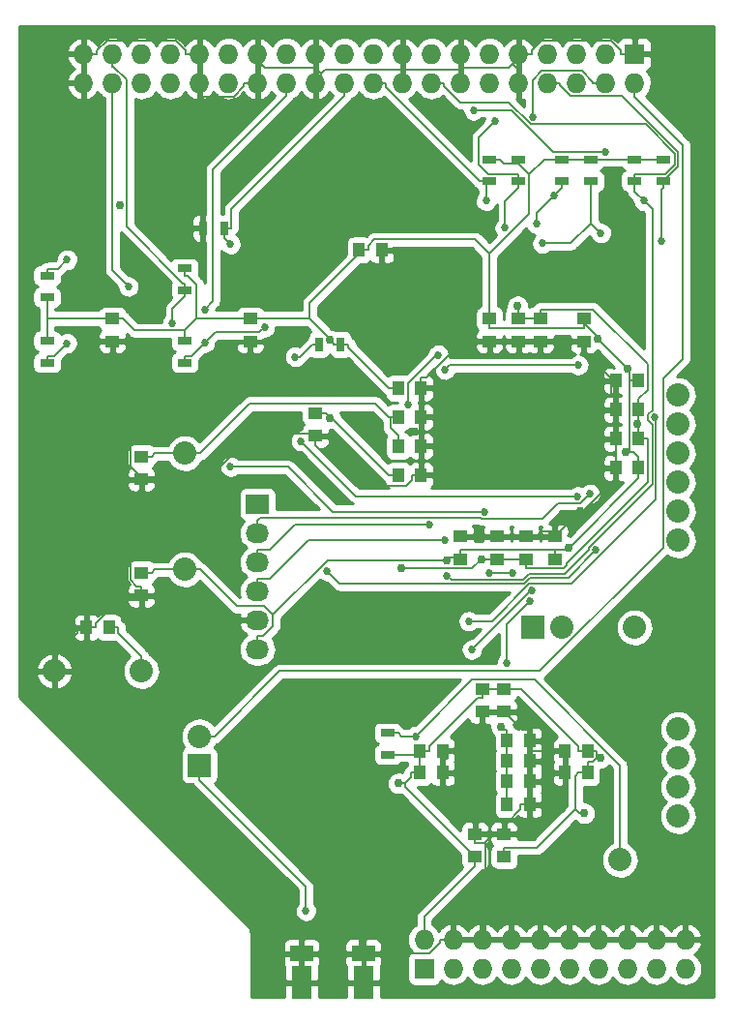
<source format=gbl>
G04 #@! TF.FileFunction,Copper,L2,Bot,Signal*
%FSLAX46Y46*%
G04 Gerber Fmt 4.6, Leading zero omitted, Abs format (unit mm)*
G04 Created by KiCad (PCBNEW (2015-03-27 BZR 5543)-product) date Tue 31 Mar 2015 12:00:07 AM EDT*
%MOMM*%
G01*
G04 APERTURE LIST*
%ADD10C,0.100000*%
%ADD11R,1.000000X1.250000*%
%ADD12R,1.250000X1.000000*%
%ADD13R,2.000000X1.460000*%
%ADD14R,1.778000X3.000000*%
%ADD15R,2.032000X2.032000*%
%ADD16O,2.032000X2.032000*%
%ADD17R,2.032000X1.727200*%
%ADD18O,2.032000X1.727200*%
%ADD19R,1.727200X1.727200*%
%ADD20O,1.727200X1.727200*%
%ADD21R,0.700000X1.300000*%
%ADD22R,1.300000X0.700000*%
%ADD23C,0.762000*%
%ADD24C,0.685800*%
%ADD25C,0.203200*%
%ADD26C,0.152400*%
%ADD27C,0.254000*%
G04 APERTURE END LIST*
D10*
D11*
X54975000Y-39370000D03*
X52975000Y-39370000D03*
X8620000Y-53340000D03*
X6620000Y-53340000D03*
D12*
X43180000Y-58690000D03*
X43180000Y-60690000D03*
D11*
X33925000Y-40005000D03*
X35925000Y-40005000D03*
X35830000Y-66040000D03*
X37830000Y-66040000D03*
D12*
X47625000Y-47355000D03*
X47625000Y-45355000D03*
X40640000Y-73390000D03*
X40640000Y-71390000D03*
D11*
X50530000Y-66040000D03*
X48530000Y-66040000D03*
X33925000Y-32385000D03*
X35925000Y-32385000D03*
X54975000Y-31750000D03*
X52975000Y-31750000D03*
D12*
X11430000Y-48530000D03*
X11430000Y-50530000D03*
D11*
X30496000Y-20320000D03*
X32496000Y-20320000D03*
D12*
X26670000Y-34560000D03*
X26670000Y-36560000D03*
X20955000Y-26305000D03*
X20955000Y-28305000D03*
D11*
X33925000Y-34925000D03*
X35925000Y-34925000D03*
X54975000Y-34290000D03*
X52975000Y-34290000D03*
D12*
X11430000Y-38370000D03*
X11430000Y-40370000D03*
X44450000Y-26305000D03*
X44450000Y-28305000D03*
X45085000Y-47355000D03*
X45085000Y-45355000D03*
X42545000Y-47355000D03*
X42545000Y-45355000D03*
D11*
X33925000Y-37465000D03*
X35925000Y-37465000D03*
D12*
X46355000Y-26305000D03*
X46355000Y-28305000D03*
D11*
X54975000Y-36830000D03*
X52975000Y-36830000D03*
D12*
X41910000Y-26305000D03*
X41910000Y-28305000D03*
X39370000Y-47355000D03*
X39370000Y-45355000D03*
X8890000Y-26305000D03*
X8890000Y-28305000D03*
D11*
X43450000Y-66802000D03*
X45450000Y-66802000D03*
D12*
X50165000Y-26305000D03*
X50165000Y-28305000D03*
D11*
X43450000Y-65024000D03*
X45450000Y-65024000D03*
X50530000Y-64135000D03*
X48530000Y-64135000D03*
X43450000Y-63246000D03*
X45450000Y-63246000D03*
D12*
X43180000Y-73390000D03*
X43180000Y-71390000D03*
D11*
X43450000Y-68834000D03*
X45450000Y-68834000D03*
D12*
X41275000Y-58690000D03*
X41275000Y-60690000D03*
D11*
X35830000Y-64135000D03*
X37830000Y-64135000D03*
D13*
X25464200Y-81857000D03*
X30873000Y-81857000D03*
D14*
X25443600Y-84387000D03*
X30893600Y-84387000D03*
D15*
X16510000Y-65405000D03*
D16*
X16510000Y-62865000D03*
X11430000Y-57150000D03*
X15240000Y-48260000D03*
X3810000Y-57150000D03*
X58420000Y-43180000D03*
X58420000Y-45720000D03*
X58420000Y-38100000D03*
X58420000Y-40640000D03*
X58420000Y-33020000D03*
X58420000Y-35560000D03*
X15240000Y-38100000D03*
X54610000Y-53340000D03*
D17*
X21590000Y-42545000D03*
D18*
X21590000Y-45085000D03*
X21590000Y-47625000D03*
X21590000Y-50165000D03*
X21590000Y-52705000D03*
X21590000Y-55245000D03*
D19*
X54610000Y-3175000D03*
D20*
X54610000Y-5715000D03*
X52070000Y-3175000D03*
X52070000Y-5715000D03*
X49530000Y-3175000D03*
X49530000Y-5715000D03*
X46990000Y-3175000D03*
X46990000Y-5715000D03*
X44450000Y-3175000D03*
X44450000Y-5715000D03*
X41910000Y-3175000D03*
X41910000Y-5715000D03*
X39370000Y-3175000D03*
X39370000Y-5715000D03*
X36830000Y-3175000D03*
X36830000Y-5715000D03*
X34290000Y-3175000D03*
X34290000Y-5715000D03*
X31750000Y-3175000D03*
X31750000Y-5715000D03*
X29210000Y-3175000D03*
X29210000Y-5715000D03*
X26670000Y-3175000D03*
X26670000Y-5715000D03*
X24130000Y-3175000D03*
X24130000Y-5715000D03*
X21590000Y-3175000D03*
X21590000Y-5715000D03*
X19050000Y-3175000D03*
X19050000Y-5715000D03*
X16510000Y-3175000D03*
X16510000Y-5715000D03*
X13970000Y-3175000D03*
X13970000Y-5715000D03*
X11430000Y-3175000D03*
X11430000Y-5715000D03*
X8890000Y-3175000D03*
X8890000Y-5715000D03*
X6350000Y-3175000D03*
X6350000Y-5715000D03*
D16*
X53340000Y-73660000D03*
D19*
X36195000Y-83185000D03*
D20*
X36195000Y-80645000D03*
X38735000Y-83185000D03*
X38735000Y-80645000D03*
X41275000Y-83185000D03*
X41275000Y-80645000D03*
X43815000Y-83185000D03*
X43815000Y-80645000D03*
X46355000Y-83185000D03*
X46355000Y-80645000D03*
X48895000Y-83185000D03*
X48895000Y-80645000D03*
X51435000Y-83185000D03*
X51435000Y-80645000D03*
X53975000Y-83185000D03*
X53975000Y-80645000D03*
X56515000Y-83185000D03*
X56515000Y-80645000D03*
X59055000Y-83185000D03*
X59055000Y-80645000D03*
D16*
X58420000Y-69850000D03*
X58420000Y-67310000D03*
X58420000Y-64770000D03*
X58420000Y-62230000D03*
D15*
X45720000Y-53340000D03*
D16*
X48260000Y-53340000D03*
D21*
X16830000Y-18415000D03*
X18730000Y-18415000D03*
D22*
X50800000Y-14285000D03*
X50800000Y-12385000D03*
X48260000Y-14285000D03*
X48260000Y-12385000D03*
X57150000Y-14285000D03*
X57150000Y-12385000D03*
X44450000Y-14285000D03*
X44450000Y-12385000D03*
X54610000Y-14285000D03*
X54610000Y-12385000D03*
X41910000Y-14285000D03*
X41910000Y-12385000D03*
X15240000Y-23810000D03*
X15240000Y-21910000D03*
X3175000Y-30160000D03*
X3175000Y-28260000D03*
X3175000Y-22545000D03*
X3175000Y-24445000D03*
D21*
X26990000Y-28575000D03*
X28890000Y-28575000D03*
D22*
X15240000Y-30160000D03*
X15240000Y-28260000D03*
X33020000Y-64450000D03*
X33020000Y-62550000D03*
D23*
X33937700Y-66970200D03*
X53834600Y-38007100D03*
X51381400Y-28074900D03*
X54038900Y-30732400D03*
X51614500Y-64748800D03*
X38160100Y-47466300D03*
X27945000Y-35007500D03*
X27940000Y-28199200D03*
X48859400Y-46350100D03*
X50223000Y-69577900D03*
X17418400Y-31114600D03*
X35397000Y-36237600D03*
X49836600Y-43185900D03*
X13716000Y-17272000D03*
X9525000Y-16383000D03*
X7620000Y-18034000D03*
X6350000Y-14986000D03*
X11684000Y-14605000D03*
X52705000Y-16383000D03*
X49784000Y-34417000D03*
X48895000Y-39116000D03*
X40132000Y-33655000D03*
X44450000Y-39243000D03*
X43815000Y-33782000D03*
X29083000Y-62992000D03*
X32512000Y-75184000D03*
X29210000Y-68453000D03*
X38354000Y-15367000D03*
X38989000Y-18034000D03*
X40259000Y-20828000D03*
X38862000Y-22606000D03*
X40259000Y-24257000D03*
X37719000Y-24765000D03*
X37846000Y-8763000D03*
X35560000Y-11303000D03*
X29718000Y-11430000D03*
X34185400Y-48160200D03*
X54870200Y-35500500D03*
X41180200Y-47355000D03*
X44364600Y-25218000D03*
D24*
X35439000Y-62837700D03*
D23*
X42930000Y-62025400D03*
D24*
X25844000Y-78136700D03*
X38202400Y-48812800D03*
X55423200Y-16008700D03*
X40538800Y-8096800D03*
X52096600Y-11729100D03*
X56980000Y-19557900D03*
X45676700Y-8645900D03*
X46537700Y-19734300D03*
X51667900Y-18841000D03*
X46033800Y-18039600D03*
X47563000Y-15535700D03*
X42398100Y-9027100D03*
X43247600Y-18377900D03*
X41606200Y-16006100D03*
X27701800Y-48420000D03*
X51202300Y-46565100D03*
X50701700Y-41634900D03*
X36656000Y-44308100D03*
X37975600Y-45704600D03*
X19233900Y-19809400D03*
X22233800Y-27073300D03*
X17000100Y-28420600D03*
X16971500Y-25535000D03*
X24909500Y-29642700D03*
X4930800Y-21169600D03*
X4924200Y-28463100D03*
X14162700Y-26692900D03*
X10298700Y-23499100D03*
X56339900Y-34944800D03*
X40101600Y-52773200D03*
X49682500Y-30376400D03*
X38006900Y-30783300D03*
X37432500Y-29479300D03*
X34767100Y-33864900D03*
X41450000Y-43207400D03*
X19247900Y-39276500D03*
X41871000Y-48545600D03*
X43906900Y-48583500D03*
X45482100Y-50984400D03*
X43430000Y-56463700D03*
X45587000Y-50116900D03*
X40370800Y-55257300D03*
X49641600Y-41862400D03*
X25395000Y-37022500D03*
D25*
X34497300Y-66970200D02*
X33937700Y-66970200D01*
X35024900Y-66040000D02*
X35024900Y-66442600D01*
X35024900Y-66442600D02*
X34497300Y-66970200D01*
X34497300Y-66970200D02*
X34497300Y-67247300D01*
X34497300Y-67247300D02*
X40640000Y-73390000D01*
X54169900Y-38007100D02*
X54169900Y-31750000D01*
X54975000Y-38439900D02*
X54542200Y-38007100D01*
X54542200Y-38007100D02*
X54169900Y-38007100D01*
X54169900Y-38007100D02*
X53834600Y-38007100D01*
X35830000Y-64450000D02*
X35830000Y-64135000D01*
X35830000Y-66040000D02*
X35830000Y-64450000D01*
X35830000Y-64450000D02*
X33975100Y-64450000D01*
X33020000Y-64450000D02*
X33975100Y-64450000D01*
X35830000Y-66040000D02*
X35024900Y-66040000D01*
X50165000Y-26707500D02*
X51381400Y-27923900D01*
X51381400Y-27923900D02*
X51381400Y-28074900D01*
X51381400Y-28074900D02*
X54038900Y-30732400D01*
X50165000Y-26707500D02*
X50165000Y-27110100D01*
X50165000Y-26305000D02*
X50165000Y-26707500D01*
X35830000Y-64135000D02*
X36635100Y-64135000D01*
X41275000Y-58690000D02*
X41275000Y-59495100D01*
X41275000Y-59495100D02*
X40872400Y-59495100D01*
X40872400Y-59495100D02*
X36635100Y-63732400D01*
X36635100Y-63732400D02*
X36635100Y-64135000D01*
X43180000Y-58690000D02*
X41275000Y-58690000D01*
X54038900Y-30732400D02*
X54169900Y-30863400D01*
X54169900Y-30863400D02*
X54169900Y-31750000D01*
X22961200Y-52244100D02*
X27739000Y-47466300D01*
X27739000Y-47466300D02*
X38160100Y-47466300D01*
X39370000Y-47217300D02*
X38409100Y-47217300D01*
X38409100Y-47217300D02*
X38160100Y-47466300D01*
X15240000Y-48260000D02*
X16561100Y-48260000D01*
X22961200Y-52244100D02*
X22961200Y-53182600D01*
X22961200Y-53182600D02*
X22067500Y-54076300D01*
X22067500Y-54076300D02*
X21590000Y-54076300D01*
X16561100Y-48260000D02*
X19786100Y-51485000D01*
X19786100Y-51485000D02*
X22202100Y-51485000D01*
X22202100Y-51485000D02*
X22961200Y-52244100D01*
X12360100Y-48530000D02*
X12630100Y-48260000D01*
X12630100Y-48260000D02*
X15240000Y-48260000D01*
X21590000Y-55245000D02*
X21590000Y-54076300D01*
X16275900Y-26305000D02*
X15240000Y-27340900D01*
X20955000Y-26305000D02*
X16275900Y-26305000D01*
X16275900Y-26305000D02*
X16275900Y-23355300D01*
X16275900Y-23355300D02*
X15485700Y-22565100D01*
X15485700Y-22565100D02*
X15240000Y-22565100D01*
X15240000Y-21910000D02*
X15240000Y-22565100D01*
X15240000Y-27340900D02*
X15240000Y-27604900D01*
X9820100Y-26305000D02*
X10856000Y-27340900D01*
X10856000Y-27340900D02*
X15240000Y-27340900D01*
X26190600Y-26305000D02*
X20955000Y-26305000D01*
X51614500Y-64748800D02*
X51335100Y-64748800D01*
X51335100Y-64748800D02*
X50974000Y-65109900D01*
X50974000Y-65109900D02*
X50530000Y-65109900D01*
X51335100Y-64135000D02*
X51335100Y-64748800D01*
X50530000Y-66040000D02*
X50530000Y-65109900D01*
X50530000Y-64135000D02*
X51335100Y-64135000D01*
X3175000Y-26305000D02*
X3175000Y-28260000D01*
X3175000Y-24445000D02*
X3175000Y-26305000D01*
X3175000Y-26305000D02*
X7959900Y-26305000D01*
X8890000Y-26305000D02*
X7959900Y-26305000D01*
X8890000Y-26305000D02*
X9820100Y-26305000D01*
X45405200Y-13667700D02*
X44450000Y-12712500D01*
X41907400Y-20634600D02*
X45405200Y-17136800D01*
X45405200Y-17136800D02*
X45405200Y-13667700D01*
X48260000Y-12385000D02*
X46687900Y-12385000D01*
X46687900Y-12385000D02*
X45405200Y-13667700D01*
X50800000Y-12385000D02*
X48260000Y-12385000D01*
X41907400Y-20634600D02*
X41910000Y-20637200D01*
X41910000Y-20637200D02*
X41910000Y-25499900D01*
X31301100Y-20320000D02*
X31301100Y-19917400D01*
X31301100Y-19917400D02*
X31828700Y-19389800D01*
X31828700Y-19389800D02*
X40662600Y-19389800D01*
X40662600Y-19389800D02*
X41907400Y-20634600D01*
X41910000Y-12385000D02*
X42865100Y-12385000D01*
X44450000Y-12712500D02*
X43192600Y-12712500D01*
X43192600Y-12712500D02*
X42865100Y-12385000D01*
X44450000Y-12385000D02*
X44450000Y-12712500D01*
X39370000Y-47217300D02*
X39370000Y-46549900D01*
X39370000Y-47355000D02*
X39370000Y-47217300D01*
X47625000Y-46549900D02*
X39370000Y-46549900D01*
X47625000Y-46651600D02*
X47625000Y-46549900D01*
X47625000Y-47355000D02*
X47625000Y-46651600D01*
X27940000Y-28199200D02*
X27940000Y-28054400D01*
X27940000Y-28054400D02*
X26190600Y-26305000D01*
X30831800Y-20320000D02*
X26190600Y-24961200D01*
X26190600Y-24961200D02*
X26190600Y-26305000D01*
X30831800Y-20320000D02*
X31301100Y-20320000D01*
X30496000Y-20320000D02*
X30831800Y-20320000D01*
X54975000Y-40300100D02*
X48925000Y-46350100D01*
X48925000Y-46350100D02*
X48859400Y-46350100D01*
X48859400Y-46350100D02*
X48659600Y-46549900D01*
X48659600Y-46549900D02*
X47625000Y-46549900D01*
X27945000Y-35007500D02*
X28122400Y-35007500D01*
X28122400Y-35007500D02*
X33119900Y-40005000D01*
X27600100Y-34560000D02*
X27945000Y-34904900D01*
X27945000Y-34904900D02*
X27945000Y-35007500D01*
X27940000Y-28199200D02*
X28234900Y-28494100D01*
X28234900Y-28494100D02*
X28234900Y-28575000D01*
X28890000Y-28575000D02*
X28234900Y-28575000D01*
X15240000Y-28260000D02*
X15240000Y-27604900D01*
X54975000Y-39370000D02*
X54975000Y-38439900D01*
X49444100Y-69219100D02*
X49802900Y-69577900D01*
X49802900Y-69577900D02*
X50223000Y-69577900D01*
X54975000Y-39370000D02*
X54975000Y-40300100D01*
X28890000Y-28575000D02*
X29545100Y-28575000D01*
X33925000Y-32385000D02*
X33119900Y-32385000D01*
X29545100Y-28575000D02*
X29545100Y-28810200D01*
X29545100Y-28810200D02*
X33119900Y-32385000D01*
X54975000Y-31750000D02*
X54169900Y-31750000D01*
X43180000Y-72584900D02*
X46078300Y-72584900D01*
X46078300Y-72584900D02*
X49444100Y-69219100D01*
X49444100Y-69219100D02*
X49444100Y-66320800D01*
X49444100Y-66320800D02*
X49724900Y-66040000D01*
X41910000Y-26305000D02*
X41910000Y-25499900D01*
X54610000Y-12385000D02*
X50800000Y-12385000D01*
X50530000Y-64135000D02*
X49724900Y-64135000D01*
X49724900Y-64135000D02*
X49724900Y-63732500D01*
X49724900Y-63732500D02*
X44682400Y-58690000D01*
X44682400Y-58690000D02*
X43180000Y-58690000D01*
X50165000Y-27110100D02*
X41910000Y-27110100D01*
X26670000Y-34560000D02*
X27600100Y-34560000D01*
X33925000Y-40005000D02*
X33119900Y-40005000D01*
X43180000Y-73390000D02*
X43180000Y-72584900D01*
X50530000Y-66040000D02*
X49724900Y-66040000D01*
X40640000Y-73792500D02*
X40640000Y-73390000D01*
X40640000Y-73792500D02*
X40640000Y-74195100D01*
X41910000Y-26305000D02*
X41910000Y-27110100D01*
X11430000Y-48530000D02*
X12360100Y-48530000D01*
X36195000Y-80645000D02*
X36195000Y-78640100D01*
X36195000Y-78640100D02*
X40640000Y-74195100D01*
X57150000Y-12385000D02*
X54610000Y-12385000D01*
X42545000Y-45355000D02*
X40300100Y-45355000D01*
X45085000Y-45355000D02*
X42545000Y-45355000D01*
X39370000Y-45355000D02*
X40300100Y-45355000D01*
X17418400Y-31114600D02*
X18950500Y-31114600D01*
X18950500Y-31114600D02*
X20955000Y-29110100D01*
X11030800Y-31250900D02*
X17282100Y-31250900D01*
X17282100Y-31250900D02*
X17418400Y-31114600D01*
X50165000Y-28305000D02*
X50165000Y-29110100D01*
X50165000Y-29110100D02*
X52572500Y-31517600D01*
X52572500Y-31517600D02*
X52572500Y-31750000D01*
X50146100Y-28305000D02*
X50165000Y-28305000D01*
X50146100Y-28305000D02*
X49234900Y-28305000D01*
X48895000Y-80645000D02*
X51435000Y-80645000D01*
X46355000Y-80645000D02*
X48895000Y-80645000D01*
X52975000Y-39370000D02*
X52975000Y-40300100D01*
X41573100Y-80645000D02*
X43815000Y-80645000D01*
X41275000Y-80645000D02*
X41573100Y-80645000D01*
X41573100Y-80645000D02*
X41573100Y-72289400D01*
X41573100Y-72289400D02*
X41461800Y-72178100D01*
X41461800Y-72178100D02*
X41026700Y-72178100D01*
X41026700Y-72178100D02*
X41009800Y-72195000D01*
X41009800Y-72195000D02*
X41009800Y-72195100D01*
X41009800Y-72195100D02*
X40640000Y-72195100D01*
X42249900Y-71390000D02*
X41461800Y-72178100D01*
X38735000Y-80645000D02*
X41275000Y-80645000D01*
X26670000Y-36560000D02*
X26484500Y-36374500D01*
X26484500Y-36374500D02*
X21233600Y-36374500D01*
X21233600Y-36374500D02*
X17389100Y-40219000D01*
X17389100Y-40219000D02*
X11430000Y-40219000D01*
X37830000Y-66040000D02*
X37830000Y-65109900D01*
X38232600Y-64135000D02*
X38232600Y-64707300D01*
X38232600Y-64707300D02*
X37830000Y-65109900D01*
X38232600Y-64135000D02*
X38635100Y-64135000D01*
X37830000Y-64135000D02*
X38232600Y-64135000D01*
X41275000Y-60690000D02*
X41275000Y-61495100D01*
X41275000Y-61495100D02*
X38635100Y-64135000D01*
X43180000Y-60690000D02*
X41275000Y-60690000D01*
X35925000Y-36237600D02*
X35925000Y-34925000D01*
X35925000Y-37465000D02*
X35925000Y-36237600D01*
X35925000Y-36237600D02*
X35397000Y-36237600D01*
X35925000Y-40005000D02*
X35119900Y-40005000D01*
X26670000Y-36560000D02*
X26670000Y-37365100D01*
X26670000Y-37365100D02*
X30240100Y-40935200D01*
X30240100Y-40935200D02*
X34592200Y-40935200D01*
X34592200Y-40935200D02*
X35119900Y-40407500D01*
X35119900Y-40407500D02*
X35119900Y-40005000D01*
X45450000Y-64135000D02*
X45450000Y-63246000D01*
X45450000Y-65024000D02*
X45450000Y-64135000D01*
X45450000Y-64135000D02*
X48530000Y-64135000D01*
X45450000Y-66802000D02*
X45450000Y-65024000D01*
X39531000Y-28305100D02*
X40979900Y-28305100D01*
X40979900Y-28305100D02*
X40979900Y-28305000D01*
X35925000Y-31454900D02*
X36381200Y-31454900D01*
X36381200Y-31454900D02*
X39531000Y-28305100D01*
X39531000Y-28305100D02*
X32496000Y-21270100D01*
X32496000Y-21270100D02*
X32496000Y-20320000D01*
X41910000Y-28305000D02*
X40979900Y-28305000D01*
X35925000Y-32385000D02*
X35925000Y-31454900D01*
X35925000Y-34925000D02*
X35925000Y-32385000D01*
X35925000Y-37465000D02*
X35925000Y-40005000D01*
X52975000Y-34290000D02*
X52975000Y-33359900D01*
X52572500Y-31750000D02*
X52572500Y-32957400D01*
X52572500Y-32957400D02*
X52975000Y-33359900D01*
X52975000Y-31750000D02*
X52572500Y-31750000D01*
X48530000Y-64135000D02*
X48530000Y-65109900D01*
X48530000Y-66040000D02*
X48530000Y-65109900D01*
X45450000Y-68834000D02*
X45450000Y-66802000D01*
X43924200Y-4020500D02*
X43601000Y-4343700D01*
X43601000Y-4343700D02*
X39370000Y-4343700D01*
X44769700Y-3175000D02*
X43924200Y-4020500D01*
X43924200Y-4020500D02*
X44450000Y-4546300D01*
X44450000Y-5715000D02*
X44450000Y-4546300D01*
X39370000Y-4546300D02*
X39370000Y-4343700D01*
X45034400Y-3175000D02*
X45618700Y-3175000D01*
X44450000Y-3175000D02*
X44769700Y-3175000D01*
X45034400Y-3175000D02*
X44769700Y-3175000D01*
X34290000Y-4546300D02*
X39370000Y-4546300D01*
X39370000Y-5715000D02*
X39370000Y-4546300D01*
X39370000Y-3175000D02*
X39370000Y-4343700D01*
X34290000Y-4546300D02*
X34290000Y-4343700D01*
X30893600Y-81857000D02*
X30593600Y-81857000D01*
X37566300Y-80645000D02*
X37566300Y-80937200D01*
X37566300Y-80937200D02*
X36646500Y-81857000D01*
X36646500Y-81857000D02*
X30893600Y-81857000D01*
X30893600Y-81857000D02*
X30893600Y-82581900D01*
X30893600Y-84887000D02*
X30893600Y-82581900D01*
X22036400Y-4099900D02*
X21590000Y-3653500D01*
X21590000Y-3653500D02*
X21590000Y-3175000D01*
X21590000Y-4546300D02*
X22036400Y-4099900D01*
X22036400Y-4099900D02*
X22280200Y-4343700D01*
X22280200Y-4343700D02*
X26670000Y-4343700D01*
X27195800Y-4869500D02*
X27519000Y-4546300D01*
X27519000Y-4546300D02*
X34290000Y-4546300D01*
X26670000Y-4343700D02*
X27195800Y-4869500D01*
X26670000Y-5715000D02*
X27195800Y-5189200D01*
X27195800Y-5189200D02*
X27195800Y-4869500D01*
X51435000Y-80645000D02*
X53975000Y-80645000D01*
X47625000Y-44952400D02*
X48070100Y-44952400D01*
X48070100Y-44952400D02*
X49836600Y-43185900D01*
X49836600Y-43185900D02*
X50089200Y-43185900D01*
X50089200Y-43185900D02*
X52975000Y-40300100D01*
X52975000Y-36830000D02*
X52975000Y-39370000D01*
X45085000Y-45355000D02*
X46015100Y-45355000D01*
X47625000Y-44952400D02*
X46417700Y-44952400D01*
X46417700Y-44952400D02*
X46015100Y-45355000D01*
X47625000Y-45355000D02*
X47625000Y-44952400D01*
X34290000Y-3175000D02*
X34290000Y-4343700D01*
X11430000Y-40219000D02*
X11430000Y-40168700D01*
X11430000Y-40269300D02*
X11430000Y-40219000D01*
X26670000Y-3175000D02*
X26670000Y-4343700D01*
X21590000Y-5715000D02*
X21590000Y-4546300D01*
X21590000Y-5715000D02*
X21005700Y-5715000D01*
X11430000Y-50530000D02*
X11430000Y-49724900D01*
X11430000Y-40370000D02*
X11430000Y-41175100D01*
X11430000Y-41175100D02*
X10499800Y-42105300D01*
X10499800Y-42105300D02*
X10499800Y-49197300D01*
X10499800Y-49197300D02*
X11027400Y-49724900D01*
X11027400Y-49724900D02*
X11430000Y-49724900D01*
X11430000Y-40269300D02*
X11430000Y-40370000D01*
X11430000Y-50932500D02*
X11430000Y-50530000D01*
X7425100Y-53340000D02*
X7425100Y-52937400D01*
X7425100Y-52937400D02*
X9430000Y-50932500D01*
X9430000Y-50932500D02*
X11430000Y-50932500D01*
X11030800Y-31250900D02*
X8890000Y-29110100D01*
X11430000Y-40168700D02*
X10499800Y-39238500D01*
X10499800Y-39238500D02*
X10499800Y-31781900D01*
X10499800Y-31781900D02*
X11030800Y-31250900D01*
X8890000Y-28305000D02*
X8890000Y-29110100D01*
X46355000Y-28305000D02*
X47285100Y-28305000D01*
X47285100Y-28305000D02*
X49234900Y-28305000D01*
X43180000Y-71390000D02*
X42249900Y-71390000D01*
X45450000Y-68834000D02*
X44644900Y-68834000D01*
X44644900Y-68834000D02*
X44644900Y-69249800D01*
X44644900Y-69249800D02*
X43309800Y-70584900D01*
X43309800Y-70584900D02*
X43180000Y-70584900D01*
X43180000Y-71390000D02*
X43180000Y-70584900D01*
X40640000Y-71390000D02*
X40640000Y-72195100D01*
X45450000Y-63246000D02*
X45450000Y-62315900D01*
X45450000Y-62315900D02*
X44805900Y-62315900D01*
X44805900Y-62315900D02*
X43180000Y-60690000D01*
X52975000Y-34290000D02*
X52975000Y-36830000D01*
X6620000Y-53340000D02*
X7425100Y-53340000D01*
X11430000Y-50932500D02*
X11430000Y-51335100D01*
X46355000Y-28305000D02*
X44450000Y-28305000D01*
X41910000Y-28305000D02*
X44450000Y-28305000D01*
X20955000Y-28305000D02*
X20955000Y-29110100D01*
X21590000Y-52705000D02*
X12799900Y-52705000D01*
X12799900Y-52705000D02*
X11430000Y-51335100D01*
X54610000Y-3175000D02*
X53441300Y-3175000D01*
X53441300Y-3175000D02*
X53441300Y-2882800D01*
X53441300Y-2882800D02*
X52536400Y-1977900D01*
X52536400Y-1977900D02*
X46452600Y-1977900D01*
X46452600Y-1977900D02*
X45618700Y-2811800D01*
X45618700Y-2811800D02*
X45618700Y-3175000D01*
X6620000Y-53340000D02*
X5814900Y-53340000D01*
X3810000Y-57150000D02*
X3810000Y-55828900D01*
X3810000Y-55828900D02*
X5814900Y-53824000D01*
X5814900Y-53824000D02*
X5814900Y-53340000D01*
X34290000Y-5715000D02*
X34290000Y-4546300D01*
X21005700Y-5715000D02*
X20421300Y-5715000D01*
X16510000Y-5715000D02*
X16510000Y-6883700D01*
X16830000Y-6914500D02*
X19519200Y-6914500D01*
X19519200Y-6914500D02*
X20421300Y-6012400D01*
X20421300Y-6012400D02*
X20421300Y-5715000D01*
X16510000Y-6883700D02*
X16799200Y-6883700D01*
X16799200Y-6883700D02*
X16830000Y-6914500D01*
X16830000Y-17459900D02*
X16830000Y-6914500D01*
X16510000Y-3175000D02*
X15341300Y-3175000D01*
X6350000Y-3175000D02*
X7518700Y-3175000D01*
X7518700Y-3175000D02*
X7518700Y-2882800D01*
X7518700Y-2882800D02*
X8443900Y-1957600D01*
X8443900Y-1957600D02*
X14487100Y-1957600D01*
X14487100Y-1957600D02*
X15341300Y-2811800D01*
X15341300Y-2811800D02*
X15341300Y-3175000D01*
X38735000Y-80645000D02*
X37566300Y-80645000D01*
X46355000Y-80645000D02*
X43815000Y-80645000D01*
X56515000Y-80645000D02*
X53975000Y-80645000D01*
X59055000Y-80645000D02*
X56515000Y-80645000D01*
X16830000Y-18415000D02*
X16830000Y-17459900D01*
X11684000Y-15240000D02*
X13716000Y-17272000D01*
X7620000Y-16256000D02*
X7620000Y-18034000D01*
X6350000Y-14986000D02*
X7620000Y-16256000D01*
X11684000Y-14605000D02*
X11684000Y-15240000D01*
X48895000Y-35306000D02*
X49784000Y-34417000D01*
X48895000Y-39116000D02*
X48895000Y-35306000D01*
X44450000Y-39243000D02*
X44450000Y-34417000D01*
X44577000Y-39116000D02*
X44450000Y-39243000D01*
X48895000Y-39116000D02*
X44577000Y-39116000D01*
X44450000Y-34417000D02*
X43815000Y-33782000D01*
X29210000Y-63119000D02*
X29083000Y-62992000D01*
X32512000Y-75184000D02*
X32512000Y-71755000D01*
X30593600Y-77102400D02*
X32512000Y-75184000D01*
X30593600Y-81857000D02*
X30593600Y-77102400D01*
X32512000Y-71755000D02*
X29210000Y-68453000D01*
X29210000Y-68453000D02*
X29210000Y-63119000D01*
X38354000Y-15367000D02*
X38989000Y-16002000D01*
X38989000Y-16002000D02*
X38989000Y-18034000D01*
X40259000Y-20828000D02*
X38862000Y-22225000D01*
X38862000Y-22225000D02*
X38862000Y-22606000D01*
X40259000Y-24257000D02*
X39751000Y-24765000D01*
X39751000Y-24765000D02*
X37719000Y-24765000D01*
X16510000Y-62865000D02*
X17831100Y-62865000D01*
X54610000Y-5715000D02*
X54610000Y-6883700D01*
X54610000Y-6883700D02*
X58846300Y-11120000D01*
X58846300Y-11120000D02*
X58846300Y-29834100D01*
X58846300Y-29834100D02*
X57098800Y-31581600D01*
X57098800Y-31581600D02*
X57098800Y-46374900D01*
X57098800Y-46374900D02*
X46331900Y-57141800D01*
X46331900Y-57141800D02*
X23554300Y-57141800D01*
X23554300Y-57141800D02*
X17831100Y-62865000D01*
X11430000Y-57150000D02*
X11430000Y-55828900D01*
X8620000Y-53340000D02*
X9425100Y-53340000D01*
X9425100Y-53340000D02*
X9425100Y-53824000D01*
X9425100Y-53824000D02*
X11430000Y-55828900D01*
X41180200Y-47355000D02*
X40375000Y-48160200D01*
X40375000Y-48160200D02*
X34185400Y-48160200D01*
X54975000Y-35500500D02*
X54975000Y-34290000D01*
X54975000Y-36830000D02*
X54975000Y-35500500D01*
X54975000Y-35500500D02*
X54870200Y-35500500D01*
X55780100Y-36830000D02*
X55780100Y-40615200D01*
X55780100Y-40615200D02*
X48706000Y-47689300D01*
X48706000Y-47689300D02*
X48706000Y-47867500D01*
X48706000Y-47867500D02*
X48413400Y-48160100D01*
X48413400Y-48160100D02*
X45085000Y-48160100D01*
X46355000Y-25499900D02*
X50985300Y-25499900D01*
X50985300Y-25499900D02*
X55780200Y-30294800D01*
X55780200Y-30294800D02*
X55780200Y-32554700D01*
X55780200Y-32554700D02*
X54975000Y-33359900D01*
X54975000Y-34290000D02*
X54975000Y-33359900D01*
X42545000Y-47355000D02*
X41180200Y-47355000D01*
X33925000Y-37465000D02*
X33925000Y-36534900D01*
X33233700Y-34925000D02*
X33233700Y-35843600D01*
X33233700Y-35843600D02*
X33925000Y-36534900D01*
X33233700Y-34925000D02*
X33119900Y-34925000D01*
X33925000Y-34925000D02*
X33233700Y-34925000D01*
X46355000Y-26305000D02*
X46355000Y-25499900D01*
X16561100Y-38100000D02*
X20910000Y-33751100D01*
X20910000Y-33751100D02*
X31946000Y-33751100D01*
X31946000Y-33751100D02*
X33119900Y-34925000D01*
X45085000Y-47355000D02*
X45085000Y-48160100D01*
X42545000Y-47355000D02*
X45085000Y-47355000D01*
X54975000Y-36830000D02*
X55780100Y-36830000D01*
X44450000Y-26305000D02*
X44450000Y-25303400D01*
X44450000Y-25303400D02*
X44364600Y-25218000D01*
X44450000Y-26305000D02*
X46355000Y-26305000D01*
X15240000Y-38100000D02*
X16561100Y-38100000D01*
X12360100Y-38370000D02*
X12630100Y-38100000D01*
X12630100Y-38100000D02*
X15240000Y-38100000D01*
X11430000Y-38370000D02*
X12360100Y-38370000D01*
D26*
X53340000Y-73660000D02*
X53340000Y-65391100D01*
X53340000Y-65391100D02*
X45859200Y-57910300D01*
X45859200Y-57910300D02*
X40366400Y-57910300D01*
X40366400Y-57910300D02*
X35439000Y-62837700D01*
X35439000Y-62837700D02*
X34186600Y-62837700D01*
X34186600Y-62837700D02*
X33898900Y-62550000D01*
X33020000Y-62550000D02*
X33898900Y-62550000D01*
D25*
X43450000Y-62315900D02*
X43220500Y-62315900D01*
X43220500Y-62315900D02*
X42930000Y-62025400D01*
X43450000Y-63246000D02*
X43450000Y-62315900D01*
X43450000Y-66802000D02*
X43450000Y-68834000D01*
X43450000Y-65024000D02*
X43450000Y-66802000D01*
X43450000Y-63246000D02*
X43450000Y-65024000D01*
D26*
X16510000Y-65405000D02*
X16510000Y-66649900D01*
X16510000Y-66649900D02*
X25844000Y-75983900D01*
X25844000Y-75983900D02*
X25844000Y-78136700D01*
X55423200Y-16008700D02*
X56167800Y-16753300D01*
X56167800Y-16753300D02*
X56167800Y-34308200D01*
X56167800Y-34308200D02*
X55768100Y-34707900D01*
X55768100Y-34707900D02*
X55768100Y-35181700D01*
X55768100Y-35181700D02*
X56167800Y-35581400D01*
X56167800Y-35581400D02*
X56167800Y-40790900D01*
X56167800Y-40790900D02*
X50609500Y-46349200D01*
X50609500Y-46349200D02*
X50609500Y-46537700D01*
X50609500Y-46537700D02*
X48494100Y-48653100D01*
X48494100Y-48653100D02*
X45368400Y-48653100D01*
X45368400Y-48653100D02*
X44847700Y-49173800D01*
X44847700Y-49173800D02*
X38563400Y-49173800D01*
X38563400Y-49173800D02*
X38202400Y-48812800D01*
X37922500Y-5715000D02*
X37922500Y-5941400D01*
X37922500Y-5941400D02*
X39389100Y-7408000D01*
X39389100Y-7408000D02*
X43619700Y-7408000D01*
X43619700Y-7408000D02*
X45518800Y-9307100D01*
X45518800Y-9307100D02*
X55573500Y-9307100D01*
X55573500Y-9307100D02*
X58129100Y-11862700D01*
X58129100Y-11862700D02*
X58129100Y-12861200D01*
X58129100Y-12861200D02*
X57284200Y-13706100D01*
X57284200Y-13706100D02*
X54610000Y-13706100D01*
X54610000Y-14285000D02*
X54610000Y-13706100D01*
X54610000Y-14285000D02*
X54610000Y-15195500D01*
X54610000Y-15195500D02*
X55423200Y-16008700D01*
X36830000Y-5715000D02*
X37922500Y-5715000D01*
X40538800Y-8096800D02*
X43876800Y-8096800D01*
X43876800Y-8096800D02*
X47509100Y-11729100D01*
X47509100Y-11729100D02*
X52096600Y-11729100D01*
X46990000Y-5715000D02*
X48082500Y-5715000D01*
X48082500Y-5715000D02*
X48082500Y-5851700D01*
X48082500Y-5851700D02*
X49038300Y-6807500D01*
X49038300Y-6807500D02*
X53511000Y-6807500D01*
X53511000Y-6807500D02*
X58436300Y-11732800D01*
X58436300Y-11732800D02*
X58436300Y-12998700D01*
X58436300Y-12998700D02*
X57150000Y-14285000D01*
X57150000Y-14863900D02*
X56980000Y-15033900D01*
X56980000Y-15033900D02*
X56980000Y-19557900D01*
X57150000Y-14285000D02*
X57150000Y-14863900D01*
X50977500Y-5715000D02*
X50977500Y-5601800D01*
X50977500Y-5601800D02*
X49990900Y-4615200D01*
X49990900Y-4615200D02*
X46493400Y-4615200D01*
X46493400Y-4615200D02*
X45676700Y-5431900D01*
X45676700Y-5431900D02*
X45676700Y-8645900D01*
X52070000Y-5715000D02*
X50977500Y-5715000D01*
X50800000Y-17973100D02*
X51667900Y-18841000D01*
X50800000Y-14285000D02*
X50800000Y-17973100D01*
X50800000Y-17973100D02*
X49038800Y-19734300D01*
X49038800Y-19734300D02*
X46537700Y-19734300D01*
X47563000Y-15535700D02*
X46033800Y-17064900D01*
X46033800Y-17064900D02*
X46033800Y-18039600D01*
X48260000Y-14863900D02*
X48234800Y-14863900D01*
X48234800Y-14863900D02*
X47563000Y-15535700D01*
X48260000Y-14285000D02*
X48260000Y-14863900D01*
X44450000Y-13706100D02*
X41824200Y-13706100D01*
X41824200Y-13706100D02*
X40980200Y-12862100D01*
X40980200Y-12862100D02*
X40980200Y-10445000D01*
X40980200Y-10445000D02*
X42398100Y-9027100D01*
X44450000Y-14285000D02*
X44450000Y-13706100D01*
X44450000Y-14285000D02*
X44450000Y-14574400D01*
X44450000Y-14863900D02*
X43247600Y-16066300D01*
X43247600Y-16066300D02*
X43247600Y-18377900D01*
X44450000Y-14574400D02*
X44450000Y-14863900D01*
X41470600Y-14285000D02*
X41606200Y-14420600D01*
X41606200Y-14420600D02*
X41606200Y-16006100D01*
X41470600Y-14285000D02*
X41031100Y-14285000D01*
X41910000Y-14285000D02*
X41470600Y-14285000D01*
X31750000Y-5715000D02*
X32842500Y-5715000D01*
X41031100Y-14285000D02*
X32842500Y-6096400D01*
X32842500Y-6096400D02*
X32842500Y-5715000D01*
X51202300Y-46565100D02*
X48809200Y-48958200D01*
X48809200Y-48958200D02*
X45494900Y-48958200D01*
X45494900Y-48958200D02*
X44926800Y-49526300D01*
X44926800Y-49526300D02*
X28808100Y-49526300D01*
X28808100Y-49526300D02*
X27701800Y-48420000D01*
X21590000Y-43992500D02*
X21852100Y-43730400D01*
X21852100Y-43730400D02*
X41164200Y-43730400D01*
X41164200Y-43730400D02*
X41257100Y-43823300D01*
X41257100Y-43823300D02*
X46537000Y-43823300D01*
X46537000Y-43823300D02*
X47894900Y-42465400D01*
X47894900Y-42465400D02*
X49871200Y-42465400D01*
X49871200Y-42465400D02*
X50701700Y-41634900D01*
X21590000Y-45085000D02*
X21590000Y-43992500D01*
X21590000Y-47625000D02*
X21590000Y-46532500D01*
X36656000Y-44308100D02*
X24906900Y-44308100D01*
X24906900Y-44308100D02*
X22682500Y-46532500D01*
X22682500Y-46532500D02*
X21590000Y-46532500D01*
X21590000Y-49072500D02*
X22682500Y-49072500D01*
X22682500Y-49072500D02*
X26050400Y-45704600D01*
X26050400Y-45704600D02*
X37975600Y-45704600D01*
X21590000Y-50165000D02*
X21590000Y-49072500D01*
X29210000Y-5715000D02*
X29210000Y-6807500D01*
X18730000Y-18415000D02*
X19308900Y-18415000D01*
X19308900Y-18415000D02*
X19308900Y-16708600D01*
X19308900Y-16708600D02*
X29210000Y-6807500D01*
X18730000Y-18415000D02*
X18730000Y-19305500D01*
X18730000Y-19305500D02*
X19233900Y-19809400D01*
X17000100Y-28420600D02*
X17895500Y-27525200D01*
X17895500Y-27525200D02*
X21781900Y-27525200D01*
X21781900Y-27525200D02*
X22233800Y-27073300D01*
X15240000Y-29581100D02*
X15839600Y-29581100D01*
X15839600Y-29581100D02*
X17000100Y-28420600D01*
X15240000Y-30160000D02*
X15240000Y-29581100D01*
X24130000Y-5715000D02*
X24130000Y-6807500D01*
X16971500Y-25535000D02*
X17697400Y-24809100D01*
X17697400Y-24809100D02*
X17697400Y-13240100D01*
X17697400Y-13240100D02*
X24130000Y-6807500D01*
X26990000Y-28575000D02*
X26411100Y-28575000D01*
X26411100Y-28575000D02*
X25343400Y-29642700D01*
X25343400Y-29642700D02*
X24909500Y-29642700D01*
X3175000Y-22545000D02*
X3175000Y-21966100D01*
X3175000Y-21966100D02*
X4134300Y-21966100D01*
X4134300Y-21966100D02*
X4930800Y-21169600D01*
X3175000Y-30160000D02*
X3175000Y-29581100D01*
X3175000Y-29581100D02*
X3806200Y-29581100D01*
X3806200Y-29581100D02*
X4924200Y-28463100D01*
X15240000Y-23810000D02*
X15240000Y-24388900D01*
X14162700Y-26692900D02*
X14162700Y-25466200D01*
X14162700Y-25466200D02*
X15240000Y-24388900D01*
X15240000Y-23231100D02*
X15095300Y-23231100D01*
X15095300Y-23231100D02*
X10160000Y-18295800D01*
X10160000Y-18295800D02*
X10160000Y-5424300D01*
X10160000Y-5424300D02*
X9003200Y-4267500D01*
X9003200Y-4267500D02*
X8890000Y-4267500D01*
X15240000Y-23520500D02*
X15240000Y-23231100D01*
X15240000Y-23810000D02*
X15240000Y-23720000D01*
X15240000Y-23520500D02*
X15240000Y-23720000D01*
X8890000Y-3175000D02*
X8890000Y-4267500D01*
X10298700Y-23499100D02*
X8890000Y-22090400D01*
X8890000Y-22090400D02*
X8890000Y-5715000D01*
X56339900Y-34944800D02*
X56493100Y-35098000D01*
X56493100Y-35098000D02*
X56493100Y-42113200D01*
X56493100Y-42113200D02*
X49104500Y-49501800D01*
X49104500Y-49501800D02*
X45383000Y-49501800D01*
X45383000Y-49501800D02*
X42111600Y-52773200D01*
X42111600Y-52773200D02*
X40101600Y-52773200D01*
X49682500Y-30376400D02*
X38413800Y-30376400D01*
X38413800Y-30376400D02*
X38006900Y-30783300D01*
X37432500Y-29479300D02*
X37253900Y-29479300D01*
X37253900Y-29479300D02*
X34767100Y-31966100D01*
X34767100Y-31966100D02*
X34767100Y-33864900D01*
X41450000Y-43207400D02*
X28184900Y-43207400D01*
X28184900Y-43207400D02*
X24254000Y-39276500D01*
X24254000Y-39276500D02*
X19247900Y-39276500D01*
X43906900Y-48583500D02*
X43869000Y-48545600D01*
X43869000Y-48545600D02*
X41871000Y-48545600D01*
X43430000Y-56463700D02*
X43430000Y-53036500D01*
X43430000Y-53036500D02*
X45482100Y-50984400D01*
X40370800Y-55257300D02*
X45511200Y-50116900D01*
X45511200Y-50116900D02*
X45587000Y-50116900D01*
X25395000Y-37022500D02*
X30234900Y-41862400D01*
X30234900Y-41862400D02*
X49641600Y-41862400D01*
D27*
X28087313Y-36014123D02*
X28087313Y-36014123D01*
X28290513Y-36217323D02*
X27930000Y-36217323D01*
X26797000Y-36420523D02*
X26543000Y-36420523D01*
X28493713Y-36420523D02*
X27783727Y-36420523D01*
X28696913Y-36623723D02*
X26523000Y-36623723D01*
X28900113Y-36826923D02*
X27911173Y-36826923D01*
X29103313Y-37030123D02*
X27930000Y-37030123D01*
X29306513Y-37233323D02*
X27907965Y-37233323D01*
X29509713Y-37436523D02*
X27807124Y-37436523D01*
X29712913Y-37639723D02*
X27554760Y-37639723D01*
X29916113Y-37842923D02*
X27221211Y-37842923D01*
X30119313Y-38046123D02*
X27424411Y-38046123D01*
X30322513Y-38249323D02*
X27627611Y-38249323D01*
X30525713Y-38452523D02*
X27830811Y-38452523D01*
X30728913Y-38655723D02*
X28034011Y-38655723D01*
X30932113Y-38858923D02*
X28237211Y-38858923D01*
X31135313Y-39062123D02*
X28440411Y-39062123D01*
X31338513Y-39265323D02*
X28643611Y-39265323D01*
X31541713Y-39468523D02*
X28846811Y-39468523D01*
X31744913Y-39671723D02*
X29050011Y-39671723D01*
X31948113Y-39874923D02*
X29253211Y-39874923D01*
X32151313Y-40078123D02*
X29456411Y-40078123D01*
X32354513Y-40281323D02*
X29659611Y-40281323D01*
X32557713Y-40484523D02*
X29862811Y-40484523D01*
X32791620Y-40687723D02*
X30066011Y-40687723D01*
X32844672Y-40890923D02*
X30269211Y-40890923D01*
X32995563Y-41094123D02*
X30472411Y-41094123D01*
X35556248Y-6503538D02*
X35556248Y-6503538D01*
X35708341Y-6706738D02*
X35403895Y-6706738D01*
X35925862Y-6909938D02*
X35182393Y-6909938D01*
X37885250Y-6909938D02*
X37733024Y-6909938D01*
X36279581Y-7113138D02*
X34865026Y-7113138D01*
X38088450Y-7113138D02*
X37386598Y-7113138D01*
X38291650Y-7316338D02*
X35068226Y-7316338D01*
X38494850Y-7519538D02*
X35271426Y-7519538D01*
X38698050Y-7722738D02*
X35474626Y-7722738D01*
X38904520Y-7925938D02*
X35677826Y-7925938D01*
X39560310Y-8129138D02*
X35881026Y-8129138D01*
X39587753Y-8332338D02*
X36084226Y-8332338D01*
X39660706Y-8535538D02*
X36287426Y-8535538D01*
X39799213Y-8738738D02*
X36490626Y-8738738D01*
X40041251Y-8941938D02*
X36693826Y-8941938D01*
X41421251Y-8941938D02*
X41032185Y-8941938D01*
X41274272Y-9145138D02*
X36897026Y-9145138D01*
X41071072Y-9348338D02*
X37100226Y-9348338D01*
X40867873Y-9551538D02*
X37303426Y-9551538D01*
X40664673Y-9754738D02*
X37506626Y-9754738D01*
X40464301Y-9957938D02*
X37709826Y-9957938D01*
X40328540Y-10161138D02*
X37913026Y-10161138D01*
X40276944Y-10364338D02*
X38116226Y-10364338D01*
X40269000Y-10567538D02*
X38319426Y-10567538D01*
X40269000Y-10770738D02*
X38522626Y-10770738D01*
X40269000Y-10973938D02*
X38725826Y-10973938D01*
X40269000Y-11177138D02*
X38929026Y-11177138D01*
X40269000Y-11380338D02*
X39132226Y-11380338D01*
X40269000Y-11583538D02*
X39335426Y-11583538D01*
X40269000Y-11786738D02*
X39538626Y-11786738D01*
X40269000Y-11989938D02*
X39741826Y-11989938D01*
X40269000Y-12193138D02*
X39945026Y-12193138D01*
X40269000Y-12396338D02*
X40148226Y-12396338D01*
X30479299Y-6509276D02*
X30479299Y-6509276D01*
X30633021Y-6712476D02*
X30326050Y-6712476D01*
X30852799Y-6915676D02*
X30105888Y-6915676D01*
X32655988Y-6915676D02*
X32645887Y-6915676D01*
X31218118Y-7118876D02*
X29846534Y-7118876D01*
X32859188Y-7118876D02*
X32287102Y-7118876D01*
X33062388Y-7322076D02*
X29701212Y-7322076D01*
X33265588Y-7525276D02*
X29498012Y-7525276D01*
X33468788Y-7728476D02*
X29294812Y-7728476D01*
X33671988Y-7931676D02*
X29091612Y-7931676D01*
X33875188Y-8134876D02*
X28888412Y-8134876D01*
X34078388Y-8338076D02*
X28685212Y-8338076D01*
X34281588Y-8541276D02*
X28482012Y-8541276D01*
X34484788Y-8744476D02*
X28278812Y-8744476D01*
X34687988Y-8947676D02*
X28075612Y-8947676D01*
X34891188Y-9150876D02*
X27872412Y-9150876D01*
X35094388Y-9354076D02*
X27669212Y-9354076D01*
X35297588Y-9557276D02*
X27466012Y-9557276D01*
X35500788Y-9760476D02*
X27262812Y-9760476D01*
X35703988Y-9963676D02*
X27059612Y-9963676D01*
X35907188Y-10166876D02*
X26856412Y-10166876D01*
X36110388Y-10370076D02*
X26653212Y-10370076D01*
X36313588Y-10573276D02*
X26450012Y-10573276D01*
X36516788Y-10776476D02*
X26246812Y-10776476D01*
X36719988Y-10979676D02*
X26043612Y-10979676D01*
X36923188Y-11182876D02*
X25840412Y-11182876D01*
X37126388Y-11386076D02*
X25637212Y-11386076D01*
X37329588Y-11589276D02*
X25434012Y-11589276D01*
X37532788Y-11792476D02*
X25230812Y-11792476D01*
X37735988Y-11995676D02*
X25027612Y-11995676D01*
X37939188Y-12198876D02*
X24824412Y-12198876D01*
X38142388Y-12402076D02*
X24621212Y-12402076D01*
X38345588Y-12605276D02*
X24418012Y-12605276D01*
X38548788Y-12808476D02*
X24214812Y-12808476D01*
X38751988Y-13011676D02*
X24011612Y-13011676D01*
X38955188Y-13214876D02*
X23808412Y-13214876D01*
X39158388Y-13418076D02*
X23605212Y-13418076D01*
X39361588Y-13621276D02*
X23402012Y-13621276D01*
X39564788Y-13824476D02*
X23198812Y-13824476D01*
X39767988Y-14027676D02*
X22995612Y-14027676D01*
X39971188Y-14230876D02*
X22792412Y-14230876D01*
X40174388Y-14434076D02*
X22589212Y-14434076D01*
X40377588Y-14637276D02*
X22386012Y-14637276D01*
X40591940Y-14840476D02*
X22182812Y-14840476D01*
X40772904Y-15043676D02*
X21979612Y-15043676D01*
X40895000Y-15246876D02*
X21776412Y-15246876D01*
X40801695Y-15450076D02*
X21573212Y-15450076D01*
X40693439Y-15653276D02*
X21370012Y-15653276D01*
X40638213Y-15856476D02*
X21166812Y-15856476D01*
X40627414Y-16059676D02*
X20963612Y-16059676D01*
X40659050Y-16262876D02*
X20760412Y-16262876D01*
X40739203Y-16466076D02*
X20557212Y-16466076D01*
X42536400Y-16466076D02*
X42471897Y-16466076D01*
X40887122Y-16669276D02*
X20354012Y-16669276D01*
X42536400Y-16669276D02*
X42327887Y-16669276D01*
X41146532Y-16872476D02*
X20150812Y-16872476D01*
X42536400Y-16872476D02*
X42066119Y-16872476D01*
X42536400Y-17075676D02*
X20020100Y-17075676D01*
X42536400Y-17278876D02*
X20020100Y-17278876D01*
X42536400Y-17482076D02*
X20020100Y-17482076D01*
X42536400Y-17685276D02*
X20020100Y-17685276D01*
X42397493Y-17888476D02*
X20020100Y-17888476D01*
X42308648Y-18091676D02*
X20020100Y-18091676D01*
X42270721Y-18294876D02*
X20020100Y-18294876D01*
X42275380Y-18498076D02*
X20011873Y-18498076D01*
X31570986Y-18701276D02*
X19959233Y-18701276D01*
X42323830Y-18701276D02*
X40917913Y-18701276D01*
X31272313Y-18904476D02*
X19822587Y-18904476D01*
X42423523Y-18904476D02*
X41218986Y-18904476D01*
X29757447Y-19107676D02*
X19915274Y-19107676D01*
X42392613Y-19107676D02*
X41422186Y-19107676D01*
X29493375Y-19310876D02*
X20076793Y-19310876D01*
X42189413Y-19310876D02*
X41625386Y-19310876D01*
X29384670Y-19514076D02*
X20169930Y-19514076D01*
X41986213Y-19514076D02*
X41828586Y-19514076D01*
X29357928Y-19717276D02*
X20211790Y-19717276D01*
X29357928Y-19920476D02*
X20208953Y-19920476D01*
X29357928Y-20123676D02*
X20164467Y-20123676D01*
X29357928Y-20326876D02*
X20065641Y-20326876D01*
X18570350Y-20530076D02*
X18408600Y-20530076D01*
X29357928Y-20530076D02*
X19895206Y-20530076D01*
X18905844Y-20733276D02*
X18408600Y-20733276D01*
X29357928Y-20733276D02*
X19556308Y-20733276D01*
X29173614Y-20936476D02*
X18408600Y-20936476D01*
X28970414Y-21139676D02*
X18408600Y-21139676D01*
X28767214Y-21342876D02*
X18408600Y-21342876D01*
X28564014Y-21546076D02*
X18408600Y-21546076D01*
X28360814Y-21749276D02*
X18408600Y-21749276D01*
X28157614Y-21952476D02*
X18408600Y-21952476D01*
X27954414Y-22155676D02*
X18408600Y-22155676D01*
X27751214Y-22358876D02*
X18408600Y-22358876D01*
X27548014Y-22562076D02*
X18408600Y-22562076D01*
X27344814Y-22765276D02*
X18408600Y-22765276D01*
X27141614Y-22968476D02*
X18408600Y-22968476D01*
X26938414Y-23171676D02*
X18408600Y-23171676D01*
X26735214Y-23374876D02*
X18408600Y-23374876D01*
X26532014Y-23578076D02*
X18408600Y-23578076D01*
X26328814Y-23781276D02*
X18408600Y-23781276D01*
X26125614Y-23984476D02*
X18408600Y-23984476D01*
X25922414Y-24187676D02*
X18408600Y-24187676D01*
X25719214Y-24390876D02*
X18408600Y-24390876D01*
X25555630Y-24594076D02*
X18408600Y-24594076D01*
X25473514Y-24797276D02*
X18408600Y-24797276D01*
X25454000Y-25000476D02*
X18379257Y-25000476D01*
X20136219Y-25203676D02*
X18288965Y-25203676D01*
X25454000Y-25203676D02*
X21783174Y-25203676D01*
X19839270Y-25406876D02*
X18105413Y-25406876D01*
X25454000Y-25406876D02*
X22074081Y-25406876D01*
X40357490Y-20126400D02*
X33538850Y-20126400D01*
X40560690Y-20329600D02*
X32349000Y-20329600D01*
X32623000Y-20532800D02*
X32369000Y-20532800D01*
X40763890Y-20532800D02*
X33558050Y-20532800D01*
X32623000Y-20736000D02*
X32369000Y-20736000D01*
X40967090Y-20736000D02*
X33631000Y-20736000D01*
X32623000Y-20939200D02*
X32369000Y-20939200D01*
X41170290Y-20939200D02*
X33631000Y-20939200D01*
X32623000Y-21142400D02*
X32369000Y-21142400D01*
X33631000Y-21142400D02*
X33601554Y-21142400D01*
X41173400Y-21142400D02*
X33631000Y-21142400D01*
X31499964Y-21345600D02*
X31484625Y-21345600D01*
X32623000Y-21345600D02*
X32369000Y-21345600D01*
X33631000Y-21345600D02*
X33492036Y-21345600D01*
X41173400Y-21345600D02*
X33631000Y-21345600D01*
X31794368Y-21548800D02*
X31181863Y-21548800D01*
X32750550Y-21548800D02*
X32241450Y-21548800D01*
X33631000Y-21548800D02*
X33197633Y-21548800D01*
X41173400Y-21548800D02*
X33631000Y-21548800D01*
X33631000Y-21752000D02*
X30441510Y-21752000D01*
X41173400Y-21752000D02*
X33631000Y-21752000D01*
X33631000Y-21955200D02*
X30238310Y-21955200D01*
X41173400Y-21955200D02*
X33631000Y-21955200D01*
X33631000Y-22158400D02*
X30035110Y-22158400D01*
X41173400Y-22158400D02*
X33631000Y-22158400D01*
X33631000Y-22361600D02*
X29831910Y-22361600D01*
X41173400Y-22361600D02*
X33631000Y-22361600D01*
X33631000Y-22564800D02*
X29628710Y-22564800D01*
X41173400Y-22564800D02*
X33631000Y-22564800D01*
X33631000Y-22768000D02*
X29425510Y-22768000D01*
X41173400Y-22768000D02*
X33631000Y-22768000D01*
X33631000Y-22971200D02*
X29222310Y-22971200D01*
X41173400Y-22971200D02*
X33631000Y-22971200D01*
X33631000Y-23174400D02*
X29019110Y-23174400D01*
X41173400Y-23174400D02*
X33631000Y-23174400D01*
X33631000Y-23377600D02*
X28815910Y-23377600D01*
X41173400Y-23377600D02*
X33631000Y-23377600D01*
X33631000Y-23580800D02*
X28612710Y-23580800D01*
X41173400Y-23580800D02*
X33631000Y-23580800D01*
X33631000Y-23784000D02*
X28409510Y-23784000D01*
X41173400Y-23784000D02*
X33631000Y-23784000D01*
X33631000Y-23987200D02*
X28206310Y-23987200D01*
X41173400Y-23987200D02*
X33631000Y-23987200D01*
X33631000Y-24190400D02*
X28003110Y-24190400D01*
X41173400Y-24190400D02*
X33631000Y-24190400D01*
X33631000Y-24393600D02*
X27799910Y-24393600D01*
X41173400Y-24393600D02*
X33631000Y-24393600D01*
X33631000Y-24596800D02*
X27596710Y-24596800D01*
X41173400Y-24596800D02*
X33631000Y-24596800D01*
X33631000Y-24800000D02*
X27393510Y-24800000D01*
X41173400Y-24800000D02*
X33631000Y-24800000D01*
X33631000Y-25003200D02*
X27190310Y-25003200D01*
X41173400Y-25003200D02*
X33631000Y-25003200D01*
X33631000Y-25206400D02*
X26987110Y-25206400D01*
X41082507Y-25206400D02*
X33631000Y-25206400D01*
X33631000Y-25409600D02*
X26927200Y-25409600D01*
X40791956Y-25409600D02*
X33631000Y-25409600D01*
X33631000Y-25612800D02*
X26927200Y-25612800D01*
X40678741Y-25612800D02*
X33631000Y-25612800D01*
X33631000Y-25816000D02*
X26927200Y-25816000D01*
X40646928Y-25816000D02*
X33631000Y-25816000D01*
X33631000Y-26019200D02*
X26946510Y-26019200D01*
X40646928Y-26019200D02*
X33631000Y-26019200D01*
X33631000Y-26222400D02*
X27149710Y-26222400D01*
X40646928Y-26222400D02*
X33631000Y-26222400D01*
X33631000Y-26425600D02*
X27352910Y-26425600D01*
X40646928Y-26425600D02*
X33631000Y-26425600D01*
X33631000Y-26628800D02*
X27556110Y-26628800D01*
X40646928Y-26628800D02*
X33631000Y-26628800D01*
X33631000Y-26832000D02*
X27759310Y-26832000D01*
X40649123Y-26832000D02*
X33631000Y-26832000D01*
X33631000Y-27035200D02*
X27962510Y-27035200D01*
X40695065Y-27035200D02*
X33631000Y-27035200D01*
X33631000Y-27238400D02*
X28276289Y-27238400D01*
X40819404Y-27238400D02*
X33631000Y-27238400D01*
X33631000Y-27441600D02*
X29646749Y-27441600D01*
X40764107Y-27441600D02*
X33631000Y-27441600D01*
X33631000Y-27644800D02*
X29812149Y-27644800D01*
X40669425Y-27644800D02*
X33631000Y-27644800D01*
X33631000Y-27848000D02*
X29871813Y-27848000D01*
X40650000Y-27848000D02*
X33631000Y-27848000D01*
X43190000Y-27848000D02*
X43170000Y-27848000D01*
X48905000Y-27848000D02*
X47615000Y-27848000D01*
X33631000Y-28051200D02*
X30062008Y-28051200D01*
X40681950Y-28051200D02*
X33631000Y-28051200D01*
X43221950Y-28051200D02*
X43138050Y-28051200D01*
X48936950Y-28051200D02*
X47583050Y-28051200D01*
X33631000Y-28254400D02*
X30204903Y-28254400D01*
X50312000Y-28254400D02*
X33631000Y-28254400D01*
X33631000Y-28457600D02*
X30270529Y-28457600D01*
X40783150Y-28457600D02*
X33631000Y-28457600D01*
X42037000Y-28457600D02*
X41783000Y-28457600D01*
X43323150Y-28457600D02*
X43036850Y-28457600D01*
X44577000Y-28457600D02*
X44323000Y-28457600D01*
X46482000Y-28457600D02*
X46228000Y-28457600D01*
X49038150Y-28457600D02*
X47481850Y-28457600D01*
X50292000Y-28457600D02*
X50038000Y-28457600D01*
X33631000Y-28660800D02*
X30437410Y-28660800D01*
X36897309Y-28660800D02*
X33631000Y-28660800D01*
X40650000Y-28660800D02*
X37967870Y-28660800D01*
X42037000Y-28660800D02*
X41783000Y-28660800D01*
X43190000Y-28660800D02*
X43170000Y-28660800D01*
X44577000Y-28660800D02*
X44323000Y-28660800D01*
X46482000Y-28660800D02*
X46228000Y-28660800D01*
X48905000Y-28660800D02*
X47615000Y-28660800D01*
X50292000Y-28660800D02*
X50038000Y-28660800D01*
X33631000Y-28864000D02*
X30640610Y-28864000D01*
X36668582Y-28864000D02*
X33631000Y-28864000D01*
X40650000Y-28864000D02*
X38197806Y-28864000D01*
X42037000Y-28864000D02*
X41783000Y-28864000D01*
X43190000Y-28864000D02*
X43170000Y-28864000D01*
X44577000Y-28864000D02*
X44323000Y-28864000D01*
X46482000Y-28864000D02*
X46228000Y-28864000D01*
X48905000Y-28864000D02*
X47615000Y-28864000D01*
X50292000Y-28864000D02*
X50038000Y-28864000D01*
X33631000Y-29067200D02*
X30843810Y-29067200D01*
X36545145Y-29067200D02*
X33631000Y-29067200D01*
X40706288Y-29067200D02*
X38320399Y-29067200D01*
X42037000Y-29067200D02*
X41783000Y-29067200D01*
X43170000Y-29067200D02*
X43113713Y-29067200D01*
X43246288Y-29067200D02*
X43170000Y-29067200D01*
X44577000Y-29067200D02*
X44323000Y-29067200D01*
X46482000Y-29067200D02*
X46228000Y-29067200D01*
X47615000Y-29067200D02*
X47558713Y-29067200D01*
X48961288Y-29067200D02*
X47615000Y-29067200D01*
X50292000Y-29067200D02*
X50038000Y-29067200D01*
X33631000Y-29270400D02*
X31047010Y-29270400D01*
X36457010Y-29270400D02*
X33631000Y-29270400D01*
X40852374Y-29270400D02*
X38388065Y-29270400D01*
X42037000Y-29270400D02*
X41783000Y-29270400D01*
X43170000Y-29270400D02*
X42967626Y-29270400D01*
X43392374Y-29270400D02*
X43170000Y-29270400D01*
X44577000Y-29270400D02*
X44323000Y-29270400D01*
X46482000Y-29270400D02*
X46228000Y-29270400D01*
X47615000Y-29270400D02*
X47412626Y-29270400D01*
X49107374Y-29270400D02*
X47615000Y-29270400D01*
X50292000Y-29270400D02*
X50038000Y-29270400D01*
X51535190Y-29270400D02*
X51222626Y-29270400D01*
X33631000Y-29473600D02*
X31250210Y-29473600D01*
X36253810Y-29473600D02*
X33631000Y-29473600D01*
X41783000Y-29473600D02*
X38409183Y-29473600D01*
X43170000Y-29473600D02*
X41783000Y-29473600D01*
X44323000Y-29473600D02*
X43170000Y-29473600D01*
X46228000Y-29473600D02*
X44323000Y-29473600D01*
X47615000Y-29473600D02*
X46228000Y-29473600D01*
X49306422Y-29473600D02*
X47615000Y-29473600D01*
X51738390Y-29473600D02*
X50058444Y-29473600D01*
X33631000Y-29676800D02*
X31453410Y-29676800D01*
X36050610Y-29676800D02*
X33631000Y-29676800D01*
X51941590Y-29676800D02*
X50365983Y-29676800D01*
X33631000Y-29880000D02*
X31656610Y-29880000D01*
X35847410Y-29880000D02*
X33631000Y-29880000D01*
X52144790Y-29880000D02*
X50526804Y-29880000D01*
X33631000Y-30083200D02*
X31859810Y-30083200D01*
X35644210Y-30083200D02*
X33631000Y-30083200D01*
X52347990Y-30083200D02*
X50619405Y-30083200D01*
X33631000Y-30286400D02*
X32063010Y-30286400D01*
X35441010Y-30286400D02*
X33631000Y-30286400D01*
X52551190Y-30286400D02*
X50660360Y-30286400D01*
X33631000Y-30489600D02*
X32266210Y-30489600D01*
X35237810Y-30489600D02*
X33631000Y-30489600D01*
X52754390Y-30489600D02*
X50657523Y-30489600D01*
X33631000Y-30692800D02*
X32469410Y-30692800D01*
X35034610Y-30692800D02*
X33631000Y-30692800D01*
X52009174Y-30692800D02*
X50612121Y-30692800D01*
X33631000Y-30896000D02*
X32672610Y-30896000D01*
X34831410Y-30896000D02*
X33631000Y-30896000D01*
X37033308Y-30896000D02*
X36842988Y-30896000D01*
X51882535Y-30896000D02*
X50512743Y-30896000D01*
X33631000Y-31099200D02*
X32875810Y-31099200D01*
X34628210Y-31099200D02*
X33631000Y-31099200D01*
X37080170Y-31099200D02*
X36639788Y-31099200D01*
X49021001Y-31099200D02*
X38936744Y-31099200D01*
X51840000Y-31099200D02*
X50341576Y-31099200D01*
X37178005Y-31302400D02*
X36865426Y-31302400D01*
X49359306Y-31302400D02*
X38837496Y-31302400D01*
X51840000Y-31302400D02*
X49999432Y-31302400D01*
X37344918Y-31505600D02*
X37006943Y-31505600D01*
X51881350Y-31505600D02*
X38666501Y-31505600D01*
X37682561Y-31708800D02*
X37060000Y-31708800D01*
X53122000Y-31708800D02*
X38325121Y-31708800D01*
X51963750Y-31912000D02*
X37060000Y-31912000D01*
X53102000Y-31912000D02*
X52848000Y-31912000D01*
X51840000Y-32115200D02*
X37044050Y-32115200D01*
X53102000Y-32115200D02*
X52848000Y-32115200D01*
X51840000Y-32318400D02*
X35778000Y-32318400D01*
X53102000Y-32318400D02*
X52848000Y-32318400D01*
X36052000Y-32521600D02*
X35798000Y-32521600D01*
X51856721Y-32521600D02*
X36910850Y-32521600D01*
X53102000Y-32521600D02*
X52848000Y-32521600D01*
X36052000Y-32724800D02*
X35798000Y-32724800D01*
X51945021Y-32724800D02*
X37060000Y-32724800D01*
X53102000Y-32724800D02*
X52848000Y-32724800D01*
X36052000Y-32928000D02*
X35798000Y-32928000D01*
X52159653Y-32928000D02*
X37060000Y-32928000D01*
X52848000Y-32928000D02*
X52771250Y-32928000D01*
X53178750Y-32928000D02*
X52848000Y-32928000D01*
X36052000Y-33131200D02*
X35798000Y-33131200D01*
X37060000Y-33131200D02*
X37048333Y-33131200D01*
X52130918Y-33131200D02*
X37060000Y-33131200D01*
X52848000Y-33131200D02*
X52790450Y-33131200D01*
X53159550Y-33131200D02*
X52848000Y-33131200D01*
X36052000Y-33334400D02*
X35798000Y-33334400D01*
X37060000Y-33334400D02*
X36971952Y-33334400D01*
X51932191Y-33334400D02*
X37060000Y-33334400D01*
X53102000Y-33334400D02*
X52848000Y-33334400D01*
X36103350Y-33537600D02*
X35746650Y-33537600D01*
X37060000Y-33537600D02*
X36778361Y-33537600D01*
X51852901Y-33537600D02*
X37060000Y-33537600D01*
X53102000Y-33537600D02*
X52848000Y-33537600D01*
X36134950Y-33740800D02*
X35739455Y-33740800D01*
X37060000Y-33740800D02*
X36731068Y-33740800D01*
X51840000Y-33740800D02*
X37060000Y-33740800D01*
X53102000Y-33740800D02*
X52848000Y-33740800D01*
X36052000Y-33944000D02*
X35798000Y-33944000D01*
X37060000Y-33944000D02*
X36950836Y-33944000D01*
X51840000Y-33944000D02*
X37060000Y-33944000D01*
X53102000Y-33944000D02*
X52848000Y-33944000D01*
X36052000Y-34147200D02*
X35798000Y-34147200D01*
X37060000Y-34147200D02*
X37042046Y-34147200D01*
X51982950Y-34147200D02*
X37060000Y-34147200D01*
X53102000Y-34147200D02*
X52848000Y-34147200D01*
X36052000Y-34350400D02*
X35798000Y-34350400D01*
X52848000Y-34350400D02*
X37060000Y-34350400D01*
X53122000Y-34350400D02*
X52848000Y-34350400D01*
X31706790Y-34553600D02*
X28856880Y-34553600D01*
X36052000Y-34553600D02*
X35798000Y-34553600D01*
X51862150Y-34553600D02*
X37060000Y-34553600D01*
X53102000Y-34553600D02*
X52848000Y-34553600D01*
X31909990Y-34756800D02*
X28931129Y-34756800D01*
X36052000Y-34756800D02*
X35798000Y-34756800D01*
X37060000Y-34756800D02*
X36942450Y-34756800D01*
X51840000Y-34756800D02*
X37060000Y-34756800D01*
X53102000Y-34756800D02*
X52848000Y-34756800D01*
X32113190Y-34960000D02*
X29116610Y-34960000D01*
X37060000Y-34960000D02*
X35778000Y-34960000D01*
X51840000Y-34960000D02*
X37060000Y-34960000D01*
X53102000Y-34960000D02*
X52848000Y-34960000D01*
X32316390Y-35163200D02*
X29319810Y-35163200D01*
X36052000Y-35163200D02*
X35798000Y-35163200D01*
X37060000Y-35163200D02*
X37012450Y-35163200D01*
X51890489Y-35163200D02*
X37060000Y-35163200D01*
X53102000Y-35163200D02*
X52848000Y-35163200D01*
X32497100Y-35366400D02*
X29523010Y-35366400D01*
X36052000Y-35366400D02*
X35798000Y-35366400D01*
X52028374Y-35366400D02*
X37060000Y-35366400D01*
X53102000Y-35366400D02*
X52848000Y-35366400D01*
X32497100Y-35569600D02*
X29726210Y-35569600D01*
X36052000Y-35569600D02*
X35798000Y-35569600D01*
X52848000Y-35569600D02*
X37060000Y-35569600D01*
X53433300Y-35569600D02*
X52848000Y-35569600D01*
X32497100Y-35772800D02*
X29929410Y-35772800D01*
X36052000Y-35772800D02*
X35798000Y-35772800D01*
X37060000Y-35772800D02*
X37020033Y-35772800D01*
X52009174Y-35772800D02*
X37060000Y-35772800D01*
X53102000Y-35772800D02*
X52848000Y-35772800D01*
X32509398Y-35976000D02*
X30132610Y-35976000D01*
X34952974Y-35976000D02*
X34892044Y-35976000D01*
X36052000Y-35976000D02*
X35798000Y-35976000D01*
X37060000Y-35976000D02*
X36897026Y-35976000D01*
X51882535Y-35976000D02*
X37060000Y-35976000D01*
X53102000Y-35976000D02*
X52848000Y-35976000D01*
X32581872Y-36179200D02*
X30335810Y-36179200D01*
X35333300Y-36179200D02*
X34566340Y-36179200D01*
X36204950Y-36179200D02*
X35645050Y-36179200D01*
X37060000Y-36179200D02*
X36516701Y-36179200D01*
X51840000Y-36179200D02*
X37060000Y-36179200D01*
X53102000Y-36179200D02*
X52848000Y-36179200D01*
X32730790Y-36382400D02*
X30539010Y-36382400D01*
X34984574Y-36382400D02*
X34862114Y-36382400D01*
X36052000Y-36382400D02*
X35798000Y-36382400D01*
X37060000Y-36382400D02*
X36865426Y-36382400D01*
X51840000Y-36382400D02*
X37060000Y-36382400D01*
X53102000Y-36382400D02*
X52848000Y-36382400D01*
X32846710Y-36585600D02*
X30742210Y-36585600D01*
X36052000Y-36585600D02*
X35798000Y-36585600D01*
X37060000Y-36585600D02*
X37006943Y-36585600D01*
X51881350Y-36585600D02*
X37060000Y-36585600D01*
X53102000Y-36585600D02*
X52848000Y-36585600D01*
X32794187Y-36788800D02*
X30945410Y-36788800D01*
X36052000Y-36788800D02*
X35798000Y-36788800D01*
X52848000Y-36788800D02*
X37060000Y-36788800D01*
X53122000Y-36788800D02*
X52848000Y-36788800D01*
X32786928Y-36992000D02*
X31148610Y-36992000D01*
X36052000Y-36992000D02*
X35798000Y-36992000D01*
X51963750Y-36992000D02*
X37060000Y-36992000D01*
X32786928Y-37195200D02*
X31351810Y-37195200D01*
X36052000Y-37195200D02*
X35798000Y-37195200D01*
X37060000Y-37195200D02*
X37044050Y-37195200D01*
X51840000Y-37195200D02*
X37060000Y-37195200D01*
X32786928Y-37398400D02*
X31555010Y-37398400D01*
X37060000Y-37398400D02*
X35778000Y-37398400D01*
X51840000Y-37398400D02*
X37060000Y-37398400D01*
X32786928Y-37601600D02*
X31758210Y-37601600D01*
X36052000Y-37601600D02*
X35798000Y-37601600D01*
X37060000Y-37601600D02*
X36910850Y-37601600D01*
X51856721Y-37601600D02*
X37060000Y-37601600D01*
X32786928Y-37804800D02*
X31961410Y-37804800D01*
X36052000Y-37804800D02*
X35798000Y-37804800D01*
X51945021Y-37804800D02*
X37060000Y-37804800D01*
X32786928Y-38008000D02*
X32164610Y-38008000D01*
X36052000Y-38008000D02*
X35798000Y-38008000D01*
X52159653Y-38008000D02*
X37060000Y-38008000D01*
X52818443Y-38008000D02*
X52771250Y-38008000D01*
X32800981Y-38211200D02*
X32367810Y-38211200D01*
X36052000Y-38211200D02*
X35798000Y-38211200D01*
X37060000Y-38211200D02*
X37048333Y-38211200D01*
X52130918Y-38211200D02*
X37060000Y-38211200D01*
X52839045Y-38211200D02*
X52790450Y-38211200D01*
X32882112Y-38414400D02*
X32571010Y-38414400D01*
X36052000Y-38414400D02*
X35798000Y-38414400D01*
X37060000Y-38414400D02*
X36971952Y-38414400D01*
X51932191Y-38414400D02*
X37060000Y-38414400D01*
X33070271Y-38617600D02*
X32774210Y-38617600D01*
X35071640Y-38617600D02*
X34772494Y-38617600D01*
X36103350Y-38617600D02*
X35746650Y-38617600D01*
X37060000Y-38617600D02*
X36778361Y-38617600D01*
X51852901Y-38617600D02*
X37060000Y-38617600D01*
X33125238Y-38820800D02*
X32977410Y-38820800D01*
X35118931Y-38820800D02*
X34721852Y-38820800D01*
X36134950Y-38820800D02*
X35715050Y-38820800D01*
X37060000Y-38820800D02*
X36731068Y-38820800D01*
X51840000Y-38820800D02*
X37060000Y-38820800D01*
X36052000Y-39024000D02*
X35798000Y-39024000D01*
X37060000Y-39024000D02*
X36950836Y-39024000D01*
X51840000Y-39024000D02*
X37060000Y-39024000D01*
X36052000Y-39227200D02*
X35798000Y-39227200D01*
X37060000Y-39227200D02*
X37042046Y-39227200D01*
X51982950Y-39227200D02*
X37060000Y-39227200D01*
X53102000Y-39227200D02*
X52848000Y-39227200D01*
X36052000Y-39430400D02*
X35798000Y-39430400D01*
X53122000Y-39430400D02*
X37060000Y-39430400D01*
X36052000Y-39633600D02*
X35798000Y-39633600D01*
X51862150Y-39633600D02*
X37060000Y-39633600D01*
X53102000Y-39633600D02*
X52848000Y-39633600D01*
X36052000Y-39836800D02*
X35798000Y-39836800D01*
X37060000Y-39836800D02*
X36942450Y-39836800D01*
X51840000Y-39836800D02*
X37060000Y-39836800D01*
X53102000Y-39836800D02*
X52848000Y-39836800D01*
X37060000Y-40040000D02*
X35778000Y-40040000D01*
X51840000Y-40040000D02*
X37060000Y-40040000D01*
X53102000Y-40040000D02*
X52848000Y-40040000D01*
X37060000Y-40243200D02*
X37012450Y-40243200D01*
X51890489Y-40243200D02*
X37060000Y-40243200D01*
X53102000Y-40243200D02*
X52848000Y-40243200D01*
X52028374Y-40446400D02*
X37060000Y-40446400D01*
X53102000Y-40446400D02*
X52848000Y-40446400D01*
X52848000Y-40649600D02*
X37060000Y-40649600D01*
X53583789Y-40649600D02*
X52848000Y-40649600D01*
X50110884Y-40852800D02*
X37020033Y-40852800D01*
X52848000Y-40852800D02*
X51291035Y-40852800D01*
X53380589Y-40852800D02*
X52848000Y-40852800D01*
X49087918Y-41056000D02*
X36897026Y-41056000D01*
X52848000Y-41056000D02*
X51491190Y-41056000D01*
X53177389Y-41056000D02*
X52848000Y-41056000D01*
X52848000Y-41259200D02*
X51604602Y-41259200D01*
X52974189Y-41259200D02*
X52848000Y-41259200D01*
X52770989Y-41462400D02*
X51664472Y-41462400D01*
X52567789Y-41665600D02*
X51677875Y-41665600D01*
X52364589Y-41868800D02*
X51651424Y-41868800D01*
X52161389Y-42072000D02*
X51577582Y-42072000D01*
X51958189Y-42275200D02*
X51446799Y-42275200D01*
X51754989Y-42478400D02*
X51197666Y-42478400D01*
X51551789Y-42681600D02*
X50660788Y-42681600D01*
X51348589Y-42884800D02*
X50457588Y-42884800D01*
X51145389Y-43088000D02*
X50208122Y-43088000D01*
X50942189Y-43291200D02*
X48074888Y-43291200D01*
X50738989Y-43494400D02*
X47871688Y-43494400D01*
X50535789Y-43697600D02*
X47668488Y-43697600D01*
X50332589Y-43900800D02*
X47465288Y-43900800D01*
X50129389Y-44104000D02*
X47262088Y-44104000D01*
X47823550Y-44307200D02*
X47426450Y-44307200D01*
X49926189Y-44307200D02*
X48573129Y-44307200D01*
X41082253Y-44510400D02*
X40528453Y-44510400D01*
X47752000Y-44510400D02*
X47498000Y-44510400D01*
X49722989Y-44510400D02*
X48783453Y-44510400D01*
X41300685Y-44713600D02*
X40614314Y-44713600D01*
X43840685Y-44713600D02*
X43789314Y-44713600D01*
X46380685Y-44713600D02*
X46329314Y-44713600D01*
X47752000Y-44713600D02*
X47498000Y-44713600D01*
X49519789Y-44713600D02*
X48869314Y-44713600D01*
X41285000Y-44916800D02*
X40630000Y-44916800D01*
X43825000Y-44916800D02*
X43805000Y-44916800D01*
X46365000Y-44916800D02*
X46345000Y-44916800D01*
X47752000Y-44916800D02*
X47498000Y-44916800D01*
X49316589Y-44916800D02*
X48885000Y-44916800D01*
X41335750Y-45120000D02*
X40579250Y-45120000D01*
X43875750Y-45120000D02*
X43754250Y-45120000D01*
X46415750Y-45120000D02*
X46294250Y-45120000D01*
X47752000Y-45120000D02*
X47498000Y-45120000D01*
X49113389Y-45120000D02*
X48834250Y-45120000D01*
X47772000Y-45323200D02*
X39223000Y-45323200D01*
X48910189Y-45323200D02*
X48885000Y-45323200D01*
X41399350Y-45526400D02*
X40515650Y-45526400D01*
X43939350Y-45526400D02*
X43690650Y-45526400D01*
X46479350Y-45526400D02*
X46230650Y-45526400D01*
X41285000Y-45729600D02*
X40630000Y-45729600D01*
X43825000Y-45729600D02*
X43805000Y-45729600D01*
X46365000Y-45729600D02*
X46345000Y-45729600D01*
X53458289Y-13121600D02*
X51950520Y-13121600D01*
X53731199Y-13324800D02*
X51680634Y-13324800D01*
X53476812Y-13528000D02*
X51938205Y-13528000D01*
X53358957Y-13731200D02*
X52048190Y-13731200D01*
X53322013Y-13934400D02*
X52088023Y-13934400D01*
X53321928Y-14137600D02*
X52088072Y-14137600D01*
X53321928Y-14340800D02*
X52088072Y-14340800D01*
X53321928Y-14544000D02*
X52088072Y-14544000D01*
X53333167Y-14747200D02*
X52072163Y-14747200D01*
X53411154Y-14950400D02*
X52000860Y-14950400D01*
X53594679Y-15153600D02*
X51811089Y-15153600D01*
X53919338Y-15356800D02*
X51511200Y-15356800D01*
X54001695Y-15560000D02*
X51511200Y-15560000D01*
X54171912Y-15763200D02*
X51511200Y-15763200D01*
X54375112Y-15966400D02*
X51511200Y-15966400D01*
X54458454Y-16169600D02*
X51511200Y-16169600D01*
X54515554Y-16372800D02*
X51511200Y-16372800D01*
X54625368Y-16576000D02*
X51511200Y-16576000D01*
X54818262Y-16779200D02*
X51511200Y-16779200D01*
X55297665Y-16982400D02*
X51511200Y-16982400D01*
X55456600Y-17185600D02*
X51511200Y-17185600D01*
X55456600Y-17388800D02*
X51511200Y-17388800D01*
X55456600Y-17592000D02*
X51511200Y-17592000D01*
X55456600Y-17795200D02*
X51627888Y-17795200D01*
X55456600Y-17998400D02*
X52167540Y-17998400D01*
X55456600Y-18201600D02*
X52411164Y-18201600D01*
X55456600Y-18404800D02*
X52545865Y-18404800D01*
X45236677Y-18608000D02*
X44975710Y-18608000D01*
X55456600Y-18608000D02*
X52618693Y-18608000D01*
X45430444Y-18811200D02*
X44772510Y-18811200D01*
X55456600Y-18811200D02*
X52644920Y-18811200D01*
X45875103Y-19014400D02*
X44569310Y-19014400D01*
X55456600Y-19014400D02*
X52631369Y-19014400D01*
X45706269Y-19217600D02*
X44366110Y-19217600D01*
X50765203Y-19217600D02*
X50561288Y-19217600D01*
X55456600Y-19217600D02*
X52570719Y-19217600D01*
X45608085Y-19420800D02*
X44162910Y-19420800D01*
X50878124Y-19420800D02*
X50358088Y-19420800D01*
X55456600Y-19420800D02*
X52455677Y-19420800D01*
X45561355Y-19624000D02*
X43959710Y-19624000D01*
X51080947Y-19624000D02*
X50154888Y-19624000D01*
X55456600Y-19624000D02*
X52259200Y-19624000D01*
X45560474Y-19827200D02*
X43756510Y-19827200D01*
X55456600Y-19827200D02*
X49951688Y-19827200D01*
X45603131Y-20030400D02*
X43553310Y-20030400D01*
X55456600Y-20030400D02*
X49748488Y-20030400D01*
X45696045Y-20233600D02*
X43350110Y-20233600D01*
X55456600Y-20233600D02*
X49545288Y-20233600D01*
X45856597Y-20436800D02*
X43146910Y-20436800D01*
X55456600Y-20436800D02*
X49130347Y-20436800D01*
X46168041Y-20640000D02*
X42943710Y-20640000D01*
X55456600Y-20640000D02*
X46906968Y-20640000D01*
X55456600Y-20843200D02*
X42740510Y-20843200D01*
X55456600Y-21046400D02*
X42646600Y-21046400D01*
X55456600Y-21249600D02*
X42646600Y-21249600D01*
X55456600Y-21452800D02*
X42646600Y-21452800D01*
X55456600Y-21656000D02*
X42646600Y-21656000D01*
X55456600Y-21859200D02*
X42646600Y-21859200D01*
X55456600Y-22062400D02*
X42646600Y-22062400D01*
X55456600Y-22265600D02*
X42646600Y-22265600D01*
X55456600Y-22468800D02*
X42646600Y-22468800D01*
X55456600Y-22672000D02*
X42646600Y-22672000D01*
X55456600Y-22875200D02*
X42646600Y-22875200D01*
X55456600Y-23078400D02*
X42646600Y-23078400D01*
X55456600Y-23281600D02*
X42646600Y-23281600D01*
X55456600Y-23484800D02*
X42646600Y-23484800D01*
X55456600Y-23688000D02*
X42646600Y-23688000D01*
X55456600Y-23891200D02*
X42646600Y-23891200D01*
X55456600Y-24094400D02*
X42646600Y-24094400D01*
X43930376Y-24297600D02*
X42646600Y-24297600D01*
X55456600Y-24297600D02*
X44796996Y-24297600D01*
X43644791Y-24500800D02*
X42646600Y-24500800D01*
X55456600Y-24500800D02*
X45084302Y-24500800D01*
X43485144Y-24704000D02*
X42646600Y-24704000D01*
X55456600Y-24704000D02*
X45242954Y-24704000D01*
X43392374Y-24907200D02*
X42646600Y-24907200D01*
X45921831Y-24907200D02*
X45335462Y-24907200D01*
X55456600Y-24907200D02*
X51419425Y-24907200D01*
X43349959Y-25110400D02*
X42646600Y-25110400D01*
X45732218Y-25110400D02*
X45379064Y-25110400D01*
X55456600Y-25110400D02*
X51637510Y-25110400D01*
X43349131Y-25313600D02*
X42932334Y-25313600D01*
X55456600Y-25313600D02*
X51840710Y-25313600D01*
X43261909Y-25516800D02*
X43101853Y-25516800D01*
X55456600Y-25516800D02*
X52043910Y-25516800D01*
X43198980Y-25720000D02*
X43166163Y-25720000D01*
X55456600Y-25720000D02*
X52247110Y-25720000D01*
X43186928Y-25923200D02*
X43173072Y-25923200D01*
X55456600Y-25923200D02*
X52450310Y-25923200D01*
X43186928Y-26126400D02*
X43173072Y-26126400D01*
X55456600Y-26126400D02*
X52653510Y-26126400D01*
X43186928Y-26329600D02*
X43173072Y-26329600D01*
X55456600Y-26329600D02*
X52856710Y-26329600D01*
X55456600Y-26532800D02*
X53059910Y-26532800D01*
X55456600Y-26736000D02*
X53263110Y-26736000D01*
X55456600Y-26939200D02*
X53466310Y-26939200D01*
X55456600Y-27142400D02*
X53669510Y-27142400D01*
X55456600Y-27345600D02*
X53872710Y-27345600D01*
X55456600Y-27548800D02*
X54075910Y-27548800D01*
X55456600Y-27752000D02*
X54279110Y-27752000D01*
X55456600Y-27955200D02*
X54482310Y-27955200D01*
X55456600Y-28158400D02*
X54685510Y-28158400D01*
X55456600Y-28361600D02*
X54888710Y-28361600D01*
X55456600Y-28564800D02*
X55091910Y-28564800D01*
X55456600Y-28768000D02*
X55295110Y-28768000D01*
X61520000Y-710000D02*
X710000Y-710000D01*
X61520000Y-913200D02*
X710000Y-913200D01*
X61520000Y-1116400D02*
X710000Y-1116400D01*
X61520000Y-1319600D02*
X710000Y-1319600D01*
X61520000Y-1522800D02*
X710000Y-1522800D01*
X5971330Y-1726000D02*
X710000Y-1726000D01*
X6697614Y-1726000D02*
X6002385Y-1726000D01*
X8506216Y-1726000D02*
X6728669Y-1726000D01*
X11046216Y-1726000D02*
X9276109Y-1726000D01*
X13586216Y-1726000D02*
X11816109Y-1726000D01*
X16131330Y-1726000D02*
X14356109Y-1726000D01*
X16857614Y-1726000D02*
X16162385Y-1726000D01*
X18666216Y-1726000D02*
X16888669Y-1726000D01*
X21211330Y-1726000D02*
X19436109Y-1726000D01*
X21937614Y-1726000D02*
X21242385Y-1726000D01*
X23746216Y-1726000D02*
X21968669Y-1726000D01*
X26291330Y-1726000D02*
X24516109Y-1726000D01*
X27017614Y-1726000D02*
X26322385Y-1726000D01*
X28826216Y-1726000D02*
X27048669Y-1726000D01*
X31366216Y-1726000D02*
X29596109Y-1726000D01*
X33911330Y-1726000D02*
X32136109Y-1726000D01*
X34637614Y-1726000D02*
X33942385Y-1726000D01*
X36446216Y-1726000D02*
X34668669Y-1726000D01*
X38991330Y-1726000D02*
X37216109Y-1726000D01*
X39717614Y-1726000D02*
X39022385Y-1726000D01*
X41526216Y-1726000D02*
X39748669Y-1726000D01*
X44071330Y-1726000D02*
X42296109Y-1726000D01*
X44797614Y-1726000D02*
X44102385Y-1726000D01*
X46606216Y-1726000D02*
X44828669Y-1726000D01*
X49146216Y-1726000D02*
X47376109Y-1726000D01*
X51686216Y-1726000D02*
X49916109Y-1726000D01*
X53500345Y-1726000D02*
X52456109Y-1726000D01*
X54846150Y-1726000D02*
X54373850Y-1726000D01*
X61520000Y-1726000D02*
X55719654Y-1726000D01*
X5525686Y-1929200D02*
X710000Y-1929200D01*
X6477000Y-1929200D02*
X6223000Y-1929200D01*
X8050235Y-1929200D02*
X7174313Y-1929200D01*
X10590235Y-1929200D02*
X9732656Y-1929200D01*
X13130235Y-1929200D02*
X12272656Y-1929200D01*
X15685686Y-1929200D02*
X14812656Y-1929200D01*
X16637000Y-1929200D02*
X16383000Y-1929200D01*
X18210235Y-1929200D02*
X17334313Y-1929200D01*
X20765686Y-1929200D02*
X19892656Y-1929200D01*
X21717000Y-1929200D02*
X21463000Y-1929200D01*
X23290235Y-1929200D02*
X22414313Y-1929200D01*
X25845686Y-1929200D02*
X24972656Y-1929200D01*
X26797000Y-1929200D02*
X26543000Y-1929200D01*
X28370235Y-1929200D02*
X27494313Y-1929200D01*
X30910235Y-1929200D02*
X30052656Y-1929200D01*
X33465686Y-1929200D02*
X32592656Y-1929200D01*
X34417000Y-1929200D02*
X34163000Y-1929200D01*
X35990235Y-1929200D02*
X35114313Y-1929200D01*
X38545686Y-1929200D02*
X37672656Y-1929200D01*
X39497000Y-1929200D02*
X39243000Y-1929200D01*
X41070235Y-1929200D02*
X40194313Y-1929200D01*
X43625686Y-1929200D02*
X42752656Y-1929200D01*
X44577000Y-1929200D02*
X44323000Y-1929200D01*
X46150235Y-1929200D02*
X45274313Y-1929200D01*
X48690235Y-1929200D02*
X47832656Y-1929200D01*
X51230235Y-1929200D02*
X50372656Y-1929200D01*
X53238069Y-1929200D02*
X52912656Y-1929200D01*
X54737000Y-1929200D02*
X54483000Y-1929200D01*
X61520000Y-1929200D02*
X55981930Y-1929200D01*
X5281879Y-2132400D02*
X710000Y-2132400D01*
X6477000Y-2132400D02*
X6223000Y-2132400D01*
X7811814Y-2132400D02*
X7418120Y-2132400D01*
X10351814Y-2132400D02*
X9970177Y-2132400D01*
X12891814Y-2132400D02*
X12510177Y-2132400D01*
X15441879Y-2132400D02*
X15050177Y-2132400D01*
X16637000Y-2132400D02*
X16383000Y-2132400D01*
X17971814Y-2132400D02*
X17578120Y-2132400D01*
X20521879Y-2132400D02*
X20130177Y-2132400D01*
X21717000Y-2132400D02*
X21463000Y-2132400D01*
X23051814Y-2132400D02*
X22658120Y-2132400D01*
X25601879Y-2132400D02*
X25210177Y-2132400D01*
X26797000Y-2132400D02*
X26543000Y-2132400D01*
X28131814Y-2132400D02*
X27738120Y-2132400D01*
X30671814Y-2132400D02*
X30290177Y-2132400D01*
X33221879Y-2132400D02*
X32830177Y-2132400D01*
X34417000Y-2132400D02*
X34163000Y-2132400D01*
X35751814Y-2132400D02*
X35358120Y-2132400D01*
X38301879Y-2132400D02*
X37910177Y-2132400D01*
X39497000Y-2132400D02*
X39243000Y-2132400D01*
X40831814Y-2132400D02*
X40438120Y-2132400D01*
X43381879Y-2132400D02*
X42990177Y-2132400D01*
X44577000Y-2132400D02*
X44323000Y-2132400D01*
X45911814Y-2132400D02*
X45518120Y-2132400D01*
X48451814Y-2132400D02*
X48070177Y-2132400D01*
X50991814Y-2132400D02*
X50610177Y-2132400D01*
X54737000Y-2132400D02*
X54483000Y-2132400D01*
X61520000Y-2132400D02*
X56085434Y-2132400D01*
X5113994Y-2335600D02*
X710000Y-2335600D01*
X6477000Y-2335600D02*
X6223000Y-2335600D01*
X7645507Y-2335600D02*
X7586005Y-2335600D01*
X10185507Y-2335600D02*
X10135903Y-2335600D01*
X12725507Y-2335600D02*
X12675903Y-2335600D01*
X15273994Y-2335600D02*
X15215903Y-2335600D01*
X16637000Y-2335600D02*
X16383000Y-2335600D01*
X17805507Y-2335600D02*
X17746005Y-2335600D01*
X20353994Y-2335600D02*
X20295903Y-2335600D01*
X21717000Y-2335600D02*
X21463000Y-2335600D01*
X22885507Y-2335600D02*
X22826005Y-2335600D01*
X25433994Y-2335600D02*
X25375903Y-2335600D01*
X26797000Y-2335600D02*
X26543000Y-2335600D01*
X27965507Y-2335600D02*
X27906005Y-2335600D01*
X30505507Y-2335600D02*
X30455903Y-2335600D01*
X33053994Y-2335600D02*
X32995903Y-2335600D01*
X34417000Y-2335600D02*
X34163000Y-2335600D01*
X35585507Y-2335600D02*
X35526005Y-2335600D01*
X38133994Y-2335600D02*
X38075903Y-2335600D01*
X39497000Y-2335600D02*
X39243000Y-2335600D01*
X40665507Y-2335600D02*
X40606005Y-2335600D01*
X43213994Y-2335600D02*
X43155903Y-2335600D01*
X44577000Y-2335600D02*
X44323000Y-2335600D01*
X45745507Y-2335600D02*
X45686005Y-2335600D01*
X48285507Y-2335600D02*
X48235903Y-2335600D01*
X50825507Y-2335600D02*
X50775903Y-2335600D01*
X54737000Y-2335600D02*
X54483000Y-2335600D01*
X61520000Y-2335600D02*
X56108600Y-2335600D01*
X4993168Y-2538800D02*
X710000Y-2538800D01*
X6477000Y-2538800D02*
X6223000Y-2538800D01*
X16637000Y-2538800D02*
X16383000Y-2538800D01*
X21717000Y-2538800D02*
X21463000Y-2538800D01*
X26797000Y-2538800D02*
X26543000Y-2538800D01*
X34417000Y-2538800D02*
X34163000Y-2538800D01*
X39497000Y-2538800D02*
X39243000Y-2538800D01*
X44577000Y-2538800D02*
X44323000Y-2538800D01*
X54737000Y-2538800D02*
X54483000Y-2538800D01*
X61520000Y-2538800D02*
X56108600Y-2538800D01*
X4921212Y-2742000D02*
X710000Y-2742000D01*
X6477000Y-2742000D02*
X6223000Y-2742000D01*
X16637000Y-2742000D02*
X16383000Y-2742000D01*
X21717000Y-2742000D02*
X21463000Y-2742000D01*
X26797000Y-2742000D02*
X26543000Y-2742000D01*
X34417000Y-2742000D02*
X34163000Y-2742000D01*
X39497000Y-2742000D02*
X39243000Y-2742000D01*
X44577000Y-2742000D02*
X44323000Y-2742000D01*
X54737000Y-2742000D02*
X54483000Y-2742000D01*
X61520000Y-2742000D02*
X56108600Y-2742000D01*
X4962149Y-2945200D02*
X710000Y-2945200D01*
X6477000Y-2945200D02*
X6223000Y-2945200D01*
X16637000Y-2945200D02*
X16383000Y-2945200D01*
X21717000Y-2945200D02*
X21463000Y-2945200D01*
X26797000Y-2945200D02*
X26543000Y-2945200D01*
X34417000Y-2945200D02*
X34163000Y-2945200D01*
X39497000Y-2945200D02*
X39243000Y-2945200D01*
X44577000Y-2945200D02*
X44323000Y-2945200D01*
X54737000Y-2945200D02*
X54483000Y-2945200D01*
X56108600Y-2945200D02*
X56052650Y-2945200D01*
X61520000Y-2945200D02*
X56108600Y-2945200D01*
X6223000Y-3148400D02*
X710000Y-3148400D01*
X6497000Y-3148400D02*
X6223000Y-3148400D01*
X16657000Y-3148400D02*
X16363000Y-3148400D01*
X21737000Y-3148400D02*
X21443000Y-3148400D01*
X26817000Y-3148400D02*
X26523000Y-3148400D01*
X34437000Y-3148400D02*
X34143000Y-3148400D01*
X39517000Y-3148400D02*
X39223000Y-3148400D01*
X44597000Y-3148400D02*
X44303000Y-3148400D01*
X56108600Y-3148400D02*
X54463000Y-3148400D01*
X61520000Y-3148400D02*
X56108600Y-3148400D01*
X4989777Y-3351600D02*
X710000Y-3351600D01*
X6477000Y-3351600D02*
X6223000Y-3351600D01*
X16637000Y-3351600D02*
X16383000Y-3351600D01*
X21717000Y-3351600D02*
X21463000Y-3351600D01*
X26797000Y-3351600D02*
X26543000Y-3351600D01*
X34417000Y-3351600D02*
X34163000Y-3351600D01*
X39497000Y-3351600D02*
X39243000Y-3351600D01*
X44577000Y-3351600D02*
X44323000Y-3351600D01*
X56108600Y-3351600D02*
X55999450Y-3351600D01*
X61520000Y-3351600D02*
X56108600Y-3351600D01*
X4902388Y-3554800D02*
X710000Y-3554800D01*
X6477000Y-3554800D02*
X6223000Y-3554800D01*
X16637000Y-3554800D02*
X16383000Y-3554800D01*
X21717000Y-3554800D02*
X21463000Y-3554800D01*
X26797000Y-3554800D02*
X26543000Y-3554800D01*
X34417000Y-3554800D02*
X34163000Y-3554800D01*
X39497000Y-3554800D02*
X39243000Y-3554800D01*
X44577000Y-3554800D02*
X44323000Y-3554800D01*
X61520000Y-3554800D02*
X56108600Y-3554800D01*
X4974290Y-3758000D02*
X710000Y-3758000D01*
X6477000Y-3758000D02*
X6223000Y-3758000D01*
X16637000Y-3758000D02*
X16383000Y-3758000D01*
X21717000Y-3758000D02*
X21463000Y-3758000D01*
X26797000Y-3758000D02*
X26543000Y-3758000D01*
X34417000Y-3758000D02*
X34163000Y-3758000D01*
X39497000Y-3758000D02*
X39243000Y-3758000D01*
X44577000Y-3758000D02*
X44323000Y-3758000D01*
X61520000Y-3758000D02*
X56108600Y-3758000D01*
X5082361Y-3961200D02*
X710000Y-3961200D01*
X6477000Y-3961200D02*
X6223000Y-3961200D01*
X16637000Y-3961200D02*
X16383000Y-3961200D01*
X21717000Y-3961200D02*
X21463000Y-3961200D01*
X26797000Y-3961200D02*
X26543000Y-3961200D01*
X34417000Y-3961200D02*
X34163000Y-3961200D01*
X39497000Y-3961200D02*
X39243000Y-3961200D01*
X44577000Y-3961200D02*
X44323000Y-3961200D01*
X61520000Y-3961200D02*
X56108600Y-3961200D01*
X5234002Y-4164400D02*
X710000Y-4164400D01*
X6477000Y-4164400D02*
X6223000Y-4164400D01*
X16637000Y-4164400D02*
X16383000Y-4164400D01*
X21717000Y-4164400D02*
X21463000Y-4164400D01*
X26797000Y-4164400D02*
X26543000Y-4164400D01*
X34417000Y-4164400D02*
X34163000Y-4164400D01*
X39497000Y-4164400D02*
X39243000Y-4164400D01*
X44577000Y-4164400D02*
X44323000Y-4164400D01*
X61520000Y-4164400D02*
X56096018Y-4164400D01*
X5454479Y-4367600D02*
X710000Y-4367600D01*
X6477000Y-4367600D02*
X6223000Y-4367600D01*
X16637000Y-4367600D02*
X16383000Y-4367600D01*
X21717000Y-4367600D02*
X21463000Y-4367600D01*
X26797000Y-4367600D02*
X26543000Y-4367600D01*
X34417000Y-4367600D02*
X34163000Y-4367600D01*
X39497000Y-4367600D02*
X39243000Y-4367600D01*
X44577000Y-4367600D02*
X44323000Y-4367600D01*
X61520000Y-4367600D02*
X56017478Y-4367600D01*
X5389694Y-4570800D02*
X710000Y-4570800D01*
X6477000Y-4570800D02*
X6223000Y-4570800D01*
X16637000Y-4570800D02*
X16383000Y-4570800D01*
X21717000Y-4570800D02*
X21463000Y-4570800D01*
X26797000Y-4570800D02*
X26543000Y-4570800D01*
X34417000Y-4570800D02*
X34163000Y-4570800D01*
X39497000Y-4570800D02*
X39243000Y-4570800D01*
X44577000Y-4570800D02*
X44323000Y-4570800D01*
X61520000Y-4570800D02*
X55820077Y-4570800D01*
X5190442Y-4774000D02*
X710000Y-4774000D01*
X6477000Y-4774000D02*
X6223000Y-4774000D01*
X16637000Y-4774000D02*
X16383000Y-4774000D01*
X21717000Y-4774000D02*
X21463000Y-4774000D01*
X26797000Y-4774000D02*
X26543000Y-4774000D01*
X34417000Y-4774000D02*
X34163000Y-4774000D01*
X39497000Y-4774000D02*
X39243000Y-4774000D01*
X44577000Y-4774000D02*
X44323000Y-4774000D01*
X61520000Y-4774000D02*
X55773040Y-4774000D01*
X5053581Y-4977200D02*
X710000Y-4977200D01*
X6477000Y-4977200D02*
X6223000Y-4977200D01*
X16637000Y-4977200D02*
X16383000Y-4977200D01*
X21717000Y-4977200D02*
X21463000Y-4977200D01*
X26797000Y-4977200D02*
X26543000Y-4977200D01*
X34417000Y-4977200D02*
X34163000Y-4977200D01*
X39497000Y-4977200D02*
X39243000Y-4977200D01*
X44577000Y-4977200D02*
X44323000Y-4977200D01*
X61520000Y-4977200D02*
X55910729Y-4977200D01*
X4957163Y-5180400D02*
X710000Y-5180400D01*
X6477000Y-5180400D02*
X6223000Y-5180400D01*
X16637000Y-5180400D02*
X16383000Y-5180400D01*
X21717000Y-5180400D02*
X21463000Y-5180400D01*
X26797000Y-5180400D02*
X26543000Y-5180400D01*
X34417000Y-5180400D02*
X34163000Y-5180400D01*
X39497000Y-5180400D02*
X39243000Y-5180400D01*
X44577000Y-5180400D02*
X44323000Y-5180400D01*
X61520000Y-5180400D02*
X56008725Y-5180400D01*
X4909385Y-5383600D02*
X710000Y-5383600D01*
X6477000Y-5383600D02*
X6223000Y-5383600D01*
X16637000Y-5383600D02*
X16383000Y-5383600D01*
X21717000Y-5383600D02*
X21463000Y-5383600D01*
X26797000Y-5383600D02*
X26543000Y-5383600D01*
X34417000Y-5383600D02*
X34163000Y-5383600D01*
X39497000Y-5383600D02*
X39243000Y-5383600D01*
X44577000Y-5383600D02*
X44323000Y-5383600D01*
X61520000Y-5383600D02*
X56070074Y-5383600D01*
X5014913Y-5586800D02*
X710000Y-5586800D01*
X6477000Y-5586800D02*
X6223000Y-5586800D01*
X16637000Y-5586800D02*
X16383000Y-5586800D01*
X21717000Y-5586800D02*
X21463000Y-5586800D01*
X26797000Y-5586800D02*
X26543000Y-5586800D01*
X34417000Y-5586800D02*
X34163000Y-5586800D01*
X39497000Y-5586800D02*
X39243000Y-5586800D01*
X44577000Y-5586800D02*
X44323000Y-5586800D01*
X61520000Y-5586800D02*
X56096740Y-5586800D01*
X6223000Y-5790000D02*
X710000Y-5790000D01*
X6497000Y-5790000D02*
X6223000Y-5790000D01*
X16657000Y-5790000D02*
X16363000Y-5790000D01*
X21737000Y-5790000D02*
X21443000Y-5790000D01*
X26817000Y-5790000D02*
X26523000Y-5790000D01*
X34437000Y-5790000D02*
X34143000Y-5790000D01*
X39517000Y-5790000D02*
X39223000Y-5790000D01*
X44597000Y-5790000D02*
X44303000Y-5790000D01*
X61520000Y-5790000D02*
X56103202Y-5790000D01*
X4937013Y-5993200D02*
X710000Y-5993200D01*
X6477000Y-5993200D02*
X6223000Y-5993200D01*
X16637000Y-5993200D02*
X16383000Y-5993200D01*
X21717000Y-5993200D02*
X21463000Y-5993200D01*
X26797000Y-5993200D02*
X26543000Y-5993200D01*
X44577000Y-5993200D02*
X44323000Y-5993200D01*
X61520000Y-5993200D02*
X56080410Y-5993200D01*
X4938339Y-6196400D02*
X710000Y-6196400D01*
X6477000Y-6196400D02*
X6223000Y-6196400D01*
X16637000Y-6196400D02*
X16383000Y-6196400D01*
X21717000Y-6196400D02*
X21463000Y-6196400D01*
X26797000Y-6196400D02*
X26543000Y-6196400D01*
X44577000Y-6196400D02*
X44323000Y-6196400D01*
X61520000Y-6196400D02*
X56024281Y-6196400D01*
X5021948Y-6399600D02*
X710000Y-6399600D01*
X6477000Y-6399600D02*
X6223000Y-6399600D01*
X16637000Y-6399600D02*
X16383000Y-6399600D01*
X21717000Y-6399600D02*
X21463000Y-6399600D01*
X26797000Y-6399600D02*
X26543000Y-6399600D01*
X44577000Y-6399600D02*
X44323000Y-6399600D01*
X61520000Y-6399600D02*
X55939595Y-6399600D01*
X5142774Y-6602800D02*
X710000Y-6602800D01*
X6477000Y-6602800D02*
X6223000Y-6602800D01*
X7683572Y-6602800D02*
X7557227Y-6602800D01*
X12763572Y-6602800D02*
X12638079Y-6602800D01*
X15302774Y-6602800D02*
X15178079Y-6602800D01*
X16637000Y-6602800D02*
X16383000Y-6602800D01*
X17843572Y-6602800D02*
X17717227Y-6602800D01*
X20382774Y-6602800D02*
X20258079Y-6602800D01*
X21717000Y-6602800D02*
X21463000Y-6602800D01*
X22923572Y-6602800D02*
X22797227Y-6602800D01*
X25462774Y-6602800D02*
X25338079Y-6602800D01*
X26797000Y-6602800D02*
X26543000Y-6602800D01*
X28003572Y-6602800D02*
X27877227Y-6602800D01*
X44577000Y-6602800D02*
X44323000Y-6602800D01*
X61520000Y-6602800D02*
X55818079Y-6602800D01*
X5325439Y-6806000D02*
X710000Y-6806000D01*
X6477000Y-6806000D02*
X6223000Y-6806000D01*
X7860223Y-6806000D02*
X7374562Y-6806000D01*
X12940223Y-6806000D02*
X12462297Y-6806000D01*
X15485439Y-6806000D02*
X15002297Y-6806000D01*
X16637000Y-6806000D02*
X16383000Y-6806000D01*
X18020223Y-6806000D02*
X17534562Y-6806000D01*
X20565439Y-6806000D02*
X20082297Y-6806000D01*
X21717000Y-6806000D02*
X21463000Y-6806000D01*
X23100222Y-6806000D02*
X22614562Y-6806000D01*
X25645439Y-6806000D02*
X25162297Y-6806000D01*
X26797000Y-6806000D02*
X26543000Y-6806000D01*
X28180222Y-6806000D02*
X27694562Y-6806000D01*
X44577000Y-6806000D02*
X44323000Y-6806000D01*
X61520000Y-6806000D02*
X55642297Y-6806000D01*
X5599186Y-7009200D02*
X710000Y-7009200D01*
X6477000Y-7009200D02*
X6223000Y-7009200D01*
X8134394Y-7009200D02*
X7100815Y-7009200D01*
X13214394Y-7009200D02*
X12187505Y-7009200D01*
X15759186Y-7009200D02*
X14727505Y-7009200D01*
X16637000Y-7009200D02*
X16383000Y-7009200D01*
X18294394Y-7009200D02*
X17260815Y-7009200D01*
X20839186Y-7009200D02*
X19807505Y-7009200D01*
X21717000Y-7009200D02*
X21463000Y-7009200D01*
X22922511Y-7009200D02*
X22340815Y-7009200D01*
X25919186Y-7009200D02*
X24887505Y-7009200D01*
X26797000Y-7009200D02*
X26543000Y-7009200D01*
X28002511Y-7009200D02*
X27420815Y-7009200D01*
X44577000Y-7009200D02*
X44323000Y-7009200D01*
X61520000Y-7009200D02*
X55777210Y-7009200D01*
X6223000Y-7212400D02*
X710000Y-7212400D01*
X8178800Y-7212400D02*
X6223000Y-7212400D01*
X11339485Y-7212400D02*
X10871200Y-7212400D01*
X13879485Y-7212400D02*
X11511996Y-7212400D01*
X18959485Y-7212400D02*
X14051996Y-7212400D01*
X21463000Y-7212400D02*
X19131996Y-7212400D01*
X22719311Y-7212400D02*
X21463000Y-7212400D01*
X27799311Y-7212400D02*
X24714224Y-7212400D01*
X44965500Y-7212400D02*
X44429888Y-7212400D01*
X61520000Y-7212400D02*
X55980410Y-7212400D01*
X6223000Y-7415600D02*
X710000Y-7415600D01*
X8178800Y-7415600D02*
X6223000Y-7415600D01*
X21463000Y-7415600D02*
X10871200Y-7415600D01*
X22516111Y-7415600D02*
X21463000Y-7415600D01*
X27596111Y-7415600D02*
X24527688Y-7415600D01*
X44965500Y-7415600D02*
X44633088Y-7415600D01*
X61520000Y-7415600D02*
X56183610Y-7415600D01*
X6223000Y-7618800D02*
X710000Y-7618800D01*
X8178800Y-7618800D02*
X6223000Y-7618800D01*
X21463000Y-7618800D02*
X10871200Y-7618800D01*
X22312911Y-7618800D02*
X21463000Y-7618800D01*
X27392911Y-7618800D02*
X24324488Y-7618800D01*
X44965500Y-7618800D02*
X44836288Y-7618800D01*
X61520000Y-7618800D02*
X56386810Y-7618800D01*
X6223000Y-7822000D02*
X710000Y-7822000D01*
X8178800Y-7822000D02*
X6223000Y-7822000D01*
X21463000Y-7822000D02*
X10871200Y-7822000D01*
X22109711Y-7822000D02*
X21463000Y-7822000D01*
X27189711Y-7822000D02*
X24121288Y-7822000D01*
X61520000Y-7822000D02*
X56590010Y-7822000D01*
X6223000Y-8025200D02*
X710000Y-8025200D01*
X8178800Y-8025200D02*
X6223000Y-8025200D01*
X21463000Y-8025200D02*
X10871200Y-8025200D01*
X21906511Y-8025200D02*
X21463000Y-8025200D01*
X26986511Y-8025200D02*
X23918088Y-8025200D01*
X61520000Y-8025200D02*
X56793210Y-8025200D01*
X6223000Y-8228400D02*
X710000Y-8228400D01*
X8178800Y-8228400D02*
X6223000Y-8228400D01*
X21463000Y-8228400D02*
X10871200Y-8228400D01*
X21703311Y-8228400D02*
X21463000Y-8228400D01*
X26783311Y-8228400D02*
X23714888Y-8228400D01*
X61520000Y-8228400D02*
X56996410Y-8228400D01*
X6223000Y-8431600D02*
X710000Y-8431600D01*
X8178800Y-8431600D02*
X6223000Y-8431600D01*
X21463000Y-8431600D02*
X10871200Y-8431600D01*
X21500111Y-8431600D02*
X21463000Y-8431600D01*
X26580111Y-8431600D02*
X23511688Y-8431600D01*
X61520000Y-8431600D02*
X57199610Y-8431600D01*
X6223000Y-8634800D02*
X710000Y-8634800D01*
X8178800Y-8634800D02*
X6223000Y-8634800D01*
X21296911Y-8634800D02*
X10871200Y-8634800D01*
X26376911Y-8634800D02*
X23308488Y-8634800D01*
X61520000Y-8634800D02*
X57402810Y-8634800D01*
X6223000Y-8838000D02*
X710000Y-8838000D01*
X8178800Y-8838000D02*
X6223000Y-8838000D01*
X21093711Y-8838000D02*
X10871200Y-8838000D01*
X26173711Y-8838000D02*
X23105288Y-8838000D01*
X61520000Y-8838000D02*
X57606010Y-8838000D01*
X6223000Y-9041200D02*
X710000Y-9041200D01*
X8178800Y-9041200D02*
X6223000Y-9041200D01*
X20890511Y-9041200D02*
X10871200Y-9041200D01*
X25970511Y-9041200D02*
X22902088Y-9041200D01*
X61520000Y-9041200D02*
X57809210Y-9041200D01*
X6223000Y-9244400D02*
X710000Y-9244400D01*
X8178800Y-9244400D02*
X6223000Y-9244400D01*
X20687311Y-9244400D02*
X10871200Y-9244400D01*
X25767311Y-9244400D02*
X22698888Y-9244400D01*
X61520000Y-9244400D02*
X58012410Y-9244400D01*
X6223000Y-9447600D02*
X710000Y-9447600D01*
X8178800Y-9447600D02*
X6223000Y-9447600D01*
X20484111Y-9447600D02*
X10871200Y-9447600D01*
X25564111Y-9447600D02*
X22495688Y-9447600D01*
X61520000Y-9447600D02*
X58215610Y-9447600D01*
X6223000Y-9650800D02*
X710000Y-9650800D01*
X8178800Y-9650800D02*
X6223000Y-9650800D01*
X20280911Y-9650800D02*
X10871200Y-9650800D01*
X25360911Y-9650800D02*
X22292488Y-9650800D01*
X61520000Y-9650800D02*
X58418810Y-9650800D01*
X6223000Y-9854000D02*
X710000Y-9854000D01*
X8178800Y-9854000D02*
X6223000Y-9854000D01*
X20077711Y-9854000D02*
X10871200Y-9854000D01*
X25157711Y-9854000D02*
X22089288Y-9854000D01*
X61520000Y-9854000D02*
X58622010Y-9854000D01*
X6223000Y-10057200D02*
X710000Y-10057200D01*
X8178800Y-10057200D02*
X6223000Y-10057200D01*
X19874511Y-10057200D02*
X10871200Y-10057200D01*
X24954511Y-10057200D02*
X21886088Y-10057200D01*
X61520000Y-10057200D02*
X58825210Y-10057200D01*
X6223000Y-10260400D02*
X710000Y-10260400D01*
X8178800Y-10260400D02*
X6223000Y-10260400D01*
X19671311Y-10260400D02*
X10871200Y-10260400D01*
X24751311Y-10260400D02*
X21682888Y-10260400D01*
X61520000Y-10260400D02*
X59028410Y-10260400D01*
X6223000Y-10463600D02*
X710000Y-10463600D01*
X8178800Y-10463600D02*
X6223000Y-10463600D01*
X19468111Y-10463600D02*
X10871200Y-10463600D01*
X24548111Y-10463600D02*
X21479688Y-10463600D01*
X61520000Y-10463600D02*
X59231610Y-10463600D01*
X6223000Y-10666800D02*
X710000Y-10666800D01*
X8178800Y-10666800D02*
X6223000Y-10666800D01*
X19264911Y-10666800D02*
X10871200Y-10666800D01*
X24344911Y-10666800D02*
X21276488Y-10666800D01*
X61520000Y-10666800D02*
X59422662Y-10666800D01*
X6223000Y-10870000D02*
X710000Y-10870000D01*
X8178800Y-10870000D02*
X6223000Y-10870000D01*
X19061711Y-10870000D02*
X10871200Y-10870000D01*
X24141711Y-10870000D02*
X21073288Y-10870000D01*
X61520000Y-10870000D02*
X59537064Y-10870000D01*
X6223000Y-11073200D02*
X710000Y-11073200D01*
X8178800Y-11073200D02*
X6223000Y-11073200D01*
X18858511Y-11073200D02*
X10871200Y-11073200D01*
X23938511Y-11073200D02*
X20870088Y-11073200D01*
X61520000Y-11073200D02*
X59578311Y-11073200D01*
X6223000Y-11276400D02*
X710000Y-11276400D01*
X8178800Y-11276400D02*
X6223000Y-11276400D01*
X18655311Y-11276400D02*
X10871200Y-11276400D01*
X23735311Y-11276400D02*
X20666888Y-11276400D01*
X61520000Y-11276400D02*
X59582900Y-11276400D01*
X6223000Y-11479600D02*
X710000Y-11479600D01*
X8178800Y-11479600D02*
X6223000Y-11479600D01*
X18452111Y-11479600D02*
X10871200Y-11479600D01*
X23532111Y-11479600D02*
X20463688Y-11479600D01*
X61520000Y-11479600D02*
X59582900Y-11479600D01*
X6223000Y-11682800D02*
X710000Y-11682800D01*
X8178800Y-11682800D02*
X6223000Y-11682800D01*
X18248911Y-11682800D02*
X10871200Y-11682800D01*
X23328911Y-11682800D02*
X20260488Y-11682800D01*
X61520000Y-11682800D02*
X59582900Y-11682800D01*
X6223000Y-11886000D02*
X710000Y-11886000D01*
X8178800Y-11886000D02*
X6223000Y-11886000D01*
X18045711Y-11886000D02*
X10871200Y-11886000D01*
X23125711Y-11886000D02*
X20057288Y-11886000D01*
X61520000Y-11886000D02*
X59582900Y-11886000D01*
X6223000Y-12089200D02*
X710000Y-12089200D01*
X8178800Y-12089200D02*
X6223000Y-12089200D01*
X17842511Y-12089200D02*
X10871200Y-12089200D01*
X22922511Y-12089200D02*
X19854088Y-12089200D01*
X61520000Y-12089200D02*
X59582900Y-12089200D01*
X6223000Y-12292400D02*
X710000Y-12292400D01*
X8178800Y-12292400D02*
X6223000Y-12292400D01*
X17639311Y-12292400D02*
X10871200Y-12292400D01*
X22719311Y-12292400D02*
X19650888Y-12292400D01*
X61520000Y-12292400D02*
X59582900Y-12292400D01*
X6223000Y-12495600D02*
X710000Y-12495600D01*
X8178800Y-12495600D02*
X6223000Y-12495600D01*
X17436111Y-12495600D02*
X10871200Y-12495600D01*
X22516111Y-12495600D02*
X19447688Y-12495600D01*
X61520000Y-12495600D02*
X59582900Y-12495600D01*
X6223000Y-12698800D02*
X710000Y-12698800D01*
X8178800Y-12698800D02*
X6223000Y-12698800D01*
X17232911Y-12698800D02*
X10871200Y-12698800D01*
X22312911Y-12698800D02*
X19244488Y-12698800D01*
X61520000Y-12698800D02*
X59582900Y-12698800D01*
X6223000Y-12902000D02*
X710000Y-12902000D01*
X8178800Y-12902000D02*
X6223000Y-12902000D01*
X17075551Y-12902000D02*
X10871200Y-12902000D01*
X22109711Y-12902000D02*
X19041288Y-12902000D01*
X61520000Y-12902000D02*
X59582900Y-12902000D01*
X6223000Y-13105200D02*
X710000Y-13105200D01*
X8178800Y-13105200D02*
X6223000Y-13105200D01*
X16999654Y-13105200D02*
X10871200Y-13105200D01*
X21906511Y-13105200D02*
X18838088Y-13105200D01*
X61520000Y-13105200D02*
X59582900Y-13105200D01*
X6223000Y-13308400D02*
X710000Y-13308400D01*
X8178800Y-13308400D02*
X6223000Y-13308400D01*
X16986200Y-13308400D02*
X10871200Y-13308400D01*
X21703311Y-13308400D02*
X18634888Y-13308400D01*
X61520000Y-13308400D02*
X59582900Y-13308400D01*
X6223000Y-13511600D02*
X710000Y-13511600D01*
X8178800Y-13511600D02*
X6223000Y-13511600D01*
X16986200Y-13511600D02*
X10871200Y-13511600D01*
X21500111Y-13511600D02*
X18431688Y-13511600D01*
X61520000Y-13511600D02*
X59582900Y-13511600D01*
X6223000Y-13714800D02*
X710000Y-13714800D01*
X8178800Y-13714800D02*
X6223000Y-13714800D01*
X16986200Y-13714800D02*
X10871200Y-13714800D01*
X21296911Y-13714800D02*
X18408600Y-13714800D01*
X61520000Y-13714800D02*
X59582900Y-13714800D01*
X6223000Y-13918000D02*
X710000Y-13918000D01*
X8178800Y-13918000D02*
X6223000Y-13918000D01*
X16986200Y-13918000D02*
X10871200Y-13918000D01*
X21093711Y-13918000D02*
X18408600Y-13918000D01*
X61520000Y-13918000D02*
X59582900Y-13918000D01*
X6223000Y-14121200D02*
X710000Y-14121200D01*
X8178800Y-14121200D02*
X6223000Y-14121200D01*
X16986200Y-14121200D02*
X10871200Y-14121200D01*
X20890511Y-14121200D02*
X18408600Y-14121200D01*
X61520000Y-14121200D02*
X59582900Y-14121200D01*
X6223000Y-14324400D02*
X710000Y-14324400D01*
X8178800Y-14324400D02*
X6223000Y-14324400D01*
X16986200Y-14324400D02*
X10871200Y-14324400D01*
X20687311Y-14324400D02*
X18408600Y-14324400D01*
X61520000Y-14324400D02*
X59582900Y-14324400D01*
X6223000Y-14527600D02*
X710000Y-14527600D01*
X8178800Y-14527600D02*
X6223000Y-14527600D01*
X16986200Y-14527600D02*
X10871200Y-14527600D01*
X20484111Y-14527600D02*
X18408600Y-14527600D01*
X61520000Y-14527600D02*
X59582900Y-14527600D01*
X6223000Y-14730800D02*
X710000Y-14730800D01*
X8178800Y-14730800D02*
X6223000Y-14730800D01*
X16986200Y-14730800D02*
X10871200Y-14730800D01*
X20280911Y-14730800D02*
X18408600Y-14730800D01*
X61520000Y-14730800D02*
X59582900Y-14730800D01*
X6223000Y-14934000D02*
X710000Y-14934000D01*
X8178800Y-14934000D02*
X6223000Y-14934000D01*
X16986200Y-14934000D02*
X10871200Y-14934000D01*
X20077711Y-14934000D02*
X18408600Y-14934000D01*
X61520000Y-14934000D02*
X59582900Y-14934000D01*
X6223000Y-15137200D02*
X710000Y-15137200D01*
X8178800Y-15137200D02*
X6223000Y-15137200D01*
X16986200Y-15137200D02*
X10871200Y-15137200D01*
X19874511Y-15137200D02*
X18408600Y-15137200D01*
X61520000Y-15137200D02*
X59582900Y-15137200D01*
X6223000Y-15340400D02*
X710000Y-15340400D01*
X8178800Y-15340400D02*
X6223000Y-15340400D01*
X16986200Y-15340400D02*
X10871200Y-15340400D01*
X19671311Y-15340400D02*
X18408600Y-15340400D01*
X61520000Y-15340400D02*
X59582900Y-15340400D01*
X6223000Y-15543600D02*
X710000Y-15543600D01*
X8178800Y-15543600D02*
X6223000Y-15543600D01*
X16986200Y-15543600D02*
X10871200Y-15543600D01*
X19468111Y-15543600D02*
X18408600Y-15543600D01*
X61520000Y-15543600D02*
X59582900Y-15543600D01*
X6223000Y-15746800D02*
X710000Y-15746800D01*
X8178800Y-15746800D02*
X6223000Y-15746800D01*
X16986200Y-15746800D02*
X10871200Y-15746800D01*
X19264911Y-15746800D02*
X18408600Y-15746800D01*
X61520000Y-15746800D02*
X59582900Y-15746800D01*
X6223000Y-15950000D02*
X710000Y-15950000D01*
X8178800Y-15950000D02*
X6223000Y-15950000D01*
X16986200Y-15950000D02*
X10871200Y-15950000D01*
X19061711Y-15950000D02*
X18408600Y-15950000D01*
X61520000Y-15950000D02*
X59582900Y-15950000D01*
X6223000Y-16153200D02*
X710000Y-16153200D01*
X8178800Y-16153200D02*
X6223000Y-16153200D01*
X16986200Y-16153200D02*
X10871200Y-16153200D01*
X18858511Y-16153200D02*
X18408600Y-16153200D01*
X61520000Y-16153200D02*
X59582900Y-16153200D01*
X6223000Y-16356400D02*
X710000Y-16356400D01*
X8178800Y-16356400D02*
X6223000Y-16356400D01*
X16986200Y-16356400D02*
X10871200Y-16356400D01*
X18694612Y-16356400D02*
X18408600Y-16356400D01*
X61520000Y-16356400D02*
X59582900Y-16356400D01*
X6223000Y-16559600D02*
X710000Y-16559600D01*
X8178800Y-16559600D02*
X6223000Y-16559600D01*
X16986200Y-16559600D02*
X10871200Y-16559600D01*
X18613600Y-16559600D02*
X18408600Y-16559600D01*
X61520000Y-16559600D02*
X59582900Y-16559600D01*
X6223000Y-16762800D02*
X710000Y-16762800D01*
X8178800Y-16762800D02*
X6223000Y-16762800D01*
X16986200Y-16762800D02*
X10871200Y-16762800D01*
X18597700Y-16762800D02*
X18408600Y-16762800D01*
X61520000Y-16762800D02*
X59582900Y-16762800D01*
X6223000Y-16966000D02*
X710000Y-16966000D01*
X8178800Y-16966000D02*
X6223000Y-16966000D01*
X16986200Y-16966000D02*
X10871200Y-16966000D01*
X18597700Y-16966000D02*
X18408600Y-16966000D01*
X61520000Y-16966000D02*
X59582900Y-16966000D01*
X6223000Y-17169200D02*
X710000Y-17169200D01*
X8178800Y-17169200D02*
X6223000Y-17169200D01*
X16259053Y-17169200D02*
X10871200Y-17169200D01*
X16986200Y-17169200D02*
X16583450Y-17169200D01*
X61520000Y-17169200D02*
X59582900Y-17169200D01*
X6223000Y-17372400D02*
X710000Y-17372400D01*
X8178800Y-17372400D02*
X6223000Y-17372400D01*
X15978618Y-17372400D02*
X10871200Y-17372400D01*
X16957000Y-17372400D02*
X16703000Y-17372400D01*
X61520000Y-17372400D02*
X59582900Y-17372400D01*
X6223000Y-17575600D02*
X710000Y-17575600D01*
X8178800Y-17575600D02*
X6223000Y-17575600D01*
X15871133Y-17575600D02*
X10871200Y-17575600D01*
X16957000Y-17575600D02*
X16703000Y-17575600D01*
X61520000Y-17575600D02*
X59582900Y-17575600D01*
X6223000Y-17778800D02*
X710000Y-17778800D01*
X8178800Y-17778800D02*
X6223000Y-17778800D01*
X15845000Y-17778800D02*
X10871200Y-17778800D01*
X16957000Y-17778800D02*
X16703000Y-17778800D01*
X61520000Y-17778800D02*
X59582900Y-17778800D01*
X6223000Y-17982000D02*
X710000Y-17982000D01*
X8178800Y-17982000D02*
X6223000Y-17982000D01*
X15845000Y-17982000D02*
X10871200Y-17982000D01*
X16957000Y-17982000D02*
X16703000Y-17982000D01*
X61520000Y-17982000D02*
X59582900Y-17982000D01*
X6223000Y-18185200D02*
X710000Y-18185200D01*
X8178800Y-18185200D02*
X6223000Y-18185200D01*
X15900950Y-18185200D02*
X11055188Y-18185200D01*
X16957000Y-18185200D02*
X16703000Y-18185200D01*
X61520000Y-18185200D02*
X59582900Y-18185200D01*
X6223000Y-18388400D02*
X710000Y-18388400D01*
X8178800Y-18388400D02*
X6223000Y-18388400D01*
X16703000Y-18388400D02*
X11258388Y-18388400D01*
X16977000Y-18388400D02*
X16703000Y-18388400D01*
X61520000Y-18388400D02*
X59582900Y-18388400D01*
X6223000Y-18591600D02*
X710000Y-18591600D01*
X8178800Y-18591600D02*
X6223000Y-18591600D01*
X15954150Y-18591600D02*
X11461588Y-18591600D01*
X16957000Y-18591600D02*
X16703000Y-18591600D01*
X61520000Y-18591600D02*
X59582900Y-18591600D01*
X6223000Y-18794800D02*
X710000Y-18794800D01*
X8178800Y-18794800D02*
X6223000Y-18794800D01*
X9653266Y-18794800D02*
X9601200Y-18794800D01*
X15845000Y-18794800D02*
X11664788Y-18794800D01*
X16957000Y-18794800D02*
X16703000Y-18794800D01*
X61520000Y-18794800D02*
X59582900Y-18794800D01*
X6223000Y-18998000D02*
X710000Y-18998000D01*
X8178800Y-18998000D02*
X6223000Y-18998000D01*
X9856412Y-18998000D02*
X9601200Y-18998000D01*
X15845000Y-18998000D02*
X11867988Y-18998000D01*
X16957000Y-18998000D02*
X16703000Y-18998000D01*
X61520000Y-18998000D02*
X59582900Y-18998000D01*
X6223000Y-19201200D02*
X710000Y-19201200D01*
X8178800Y-19201200D02*
X6223000Y-19201200D01*
X10059612Y-19201200D02*
X9601200Y-19201200D01*
X15859652Y-19201200D02*
X12071188Y-19201200D01*
X16957000Y-19201200D02*
X16703000Y-19201200D01*
X61520000Y-19201200D02*
X59582900Y-19201200D01*
X6223000Y-19404400D02*
X710000Y-19404400D01*
X8178800Y-19404400D02*
X6223000Y-19404400D01*
X10262812Y-19404400D02*
X9601200Y-19404400D01*
X15943072Y-19404400D02*
X12274388Y-19404400D01*
X16957000Y-19404400D02*
X16703000Y-19404400D01*
X61520000Y-19404400D02*
X59582900Y-19404400D01*
X6223000Y-19607600D02*
X710000Y-19607600D01*
X8178800Y-19607600D02*
X6223000Y-19607600D01*
X10466012Y-19607600D02*
X9601200Y-19607600D01*
X16149089Y-19607600D02*
X12477588Y-19607600D01*
X16703000Y-19607600D02*
X16636650Y-19607600D01*
X16986200Y-19607600D02*
X16703000Y-19607600D01*
X61520000Y-19607600D02*
X59582900Y-19607600D01*
X6223000Y-19810800D02*
X710000Y-19810800D01*
X8178800Y-19810800D02*
X6223000Y-19810800D01*
X10669212Y-19810800D02*
X9601200Y-19810800D01*
X16703000Y-19810800D02*
X12680788Y-19810800D01*
X16986200Y-19810800D02*
X16703000Y-19810800D01*
X61520000Y-19810800D02*
X59582900Y-19810800D01*
X6223000Y-20014000D02*
X710000Y-20014000D01*
X8178800Y-20014000D02*
X6223000Y-20014000D01*
X10872412Y-20014000D02*
X9601200Y-20014000D01*
X16703000Y-20014000D02*
X12883988Y-20014000D01*
X16986200Y-20014000D02*
X16703000Y-20014000D01*
X61520000Y-20014000D02*
X59582900Y-20014000D01*
X4704458Y-20217200D02*
X710000Y-20217200D01*
X6223000Y-20217200D02*
X5154567Y-20217200D01*
X8178800Y-20217200D02*
X6223000Y-20217200D01*
X11075612Y-20217200D02*
X9601200Y-20217200D01*
X16703000Y-20217200D02*
X13087188Y-20217200D01*
X16986200Y-20217200D02*
X16703000Y-20217200D01*
X61520000Y-20217200D02*
X59582900Y-20217200D01*
X4298125Y-20420400D02*
X710000Y-20420400D01*
X6223000Y-20420400D02*
X5565028Y-20420400D01*
X8178800Y-20420400D02*
X6223000Y-20420400D01*
X11278812Y-20420400D02*
X9601200Y-20420400D01*
X16703000Y-20420400D02*
X13290388Y-20420400D01*
X16986200Y-20420400D02*
X16703000Y-20420400D01*
X61520000Y-20420400D02*
X59582900Y-20420400D01*
X4119432Y-20623600D02*
X710000Y-20623600D01*
X6223000Y-20623600D02*
X5742149Y-20623600D01*
X8178800Y-20623600D02*
X6223000Y-20623600D01*
X11482012Y-20623600D02*
X9601200Y-20623600D01*
X16703000Y-20623600D02*
X13493588Y-20623600D01*
X16986200Y-20623600D02*
X16703000Y-20623600D01*
X61520000Y-20623600D02*
X59582900Y-20623600D01*
X4013743Y-20826800D02*
X710000Y-20826800D01*
X6223000Y-20826800D02*
X5847262Y-20826800D01*
X8178800Y-20826800D02*
X6223000Y-20826800D01*
X11685212Y-20826800D02*
X9601200Y-20826800D01*
X16703000Y-20826800D02*
X13696788Y-20826800D01*
X16986200Y-20826800D02*
X16703000Y-20826800D01*
X61520000Y-20826800D02*
X59582900Y-20826800D01*
X3960682Y-21030000D02*
X710000Y-21030000D01*
X6223000Y-21030000D02*
X5900086Y-21030000D01*
X8178800Y-21030000D02*
X6223000Y-21030000D01*
X11888412Y-21030000D02*
X9601200Y-21030000D01*
X14246131Y-21030000D02*
X13899988Y-21030000D01*
X16703000Y-21030000D02*
X16241904Y-21030000D01*
X16986200Y-21030000D02*
X16703000Y-21030000D01*
X61520000Y-21030000D02*
X59582900Y-21030000D01*
X3861411Y-21233200D02*
X710000Y-21233200D01*
X6223000Y-21233200D02*
X5906516Y-21233200D01*
X8178800Y-21233200D02*
X6223000Y-21233200D01*
X12091612Y-21233200D02*
X9601200Y-21233200D01*
X16703000Y-21233200D02*
X16431299Y-21233200D01*
X16986200Y-21233200D02*
X16703000Y-21233200D01*
X61520000Y-21233200D02*
X59582900Y-21233200D01*
X2704222Y-21436400D02*
X710000Y-21436400D01*
X6223000Y-21436400D02*
X5873049Y-21436400D01*
X8178800Y-21436400D02*
X6223000Y-21436400D01*
X12294812Y-21436400D02*
X9601200Y-21436400D01*
X16703000Y-21436400D02*
X16513268Y-21436400D01*
X16986200Y-21436400D02*
X16703000Y-21436400D01*
X61520000Y-21436400D02*
X59582900Y-21436400D01*
X2219499Y-21639600D02*
X710000Y-21639600D01*
X6223000Y-21639600D02*
X5792035Y-21639600D01*
X8178800Y-21639600D02*
X6223000Y-21639600D01*
X12498012Y-21639600D02*
X9601200Y-21639600D01*
X16703000Y-21639600D02*
X16528072Y-21639600D01*
X16986200Y-21639600D02*
X16703000Y-21639600D01*
X61520000Y-21639600D02*
X59582900Y-21639600D01*
X1995250Y-21842800D02*
X710000Y-21842800D01*
X6223000Y-21842800D02*
X5641961Y-21842800D01*
X8178800Y-21842800D02*
X6223000Y-21842800D01*
X12701212Y-21842800D02*
X9648189Y-21842800D01*
X16703000Y-21842800D02*
X16528072Y-21842800D01*
X16986200Y-21842800D02*
X16703000Y-21842800D01*
X61520000Y-21842800D02*
X59582900Y-21842800D01*
X1908055Y-22046000D02*
X710000Y-22046000D01*
X6223000Y-22046000D02*
X5374924Y-22046000D01*
X8178800Y-22046000D02*
X6223000Y-22046000D01*
X12904412Y-22046000D02*
X9851389Y-22046000D01*
X16703000Y-22046000D02*
X16528072Y-22046000D01*
X16986200Y-22046000D02*
X16703000Y-22046000D01*
X61520000Y-22046000D02*
X59582900Y-22046000D01*
X1886928Y-22249200D02*
X710000Y-22249200D01*
X6223000Y-22249200D02*
X4856988Y-22249200D01*
X8198583Y-22249200D02*
X6223000Y-22249200D01*
X13107612Y-22249200D02*
X10054589Y-22249200D01*
X16703000Y-22249200D02*
X16528072Y-22249200D01*
X16986200Y-22249200D02*
X16703000Y-22249200D01*
X61520000Y-22249200D02*
X59582900Y-22249200D01*
X1886928Y-22452400D02*
X710000Y-22452400D01*
X6223000Y-22452400D02*
X4653788Y-22452400D01*
X8280399Y-22452400D02*
X6223000Y-22452400D01*
X13310812Y-22452400D02*
X10257789Y-22452400D01*
X16703000Y-22452400D02*
X16496169Y-22452400D01*
X16986200Y-22452400D02*
X16703000Y-22452400D01*
X61520000Y-22452400D02*
X59582900Y-22452400D01*
X1886928Y-22655600D02*
X710000Y-22655600D01*
X6223000Y-22655600D02*
X4463072Y-22655600D01*
X8449412Y-22655600D02*
X6223000Y-22655600D01*
X13514012Y-22655600D02*
X10797006Y-22655600D01*
X16703000Y-22655600D02*
X16617910Y-22655600D01*
X16986200Y-22655600D02*
X16703000Y-22655600D01*
X61520000Y-22655600D02*
X59582900Y-22655600D01*
X1886928Y-22858800D02*
X710000Y-22858800D01*
X6223000Y-22858800D02*
X4463072Y-22858800D01*
X8652612Y-22858800D02*
X6223000Y-22858800D01*
X13717212Y-22858800D02*
X11041070Y-22858800D01*
X16986200Y-22858800D02*
X16817572Y-22858800D01*
X61520000Y-22858800D02*
X59582900Y-22858800D01*
X1915302Y-23062000D02*
X710000Y-23062000D01*
X6223000Y-23062000D02*
X4439393Y-23062000D01*
X8855812Y-23062000D02*
X6223000Y-23062000D01*
X13920412Y-23062000D02*
X11176294Y-23062000D01*
X16986200Y-23062000D02*
X16950219Y-23062000D01*
X61520000Y-23062000D02*
X59582900Y-23062000D01*
X2012433Y-23265200D02*
X710000Y-23265200D01*
X6223000Y-23265200D02*
X4339456Y-23265200D01*
X9059012Y-23265200D02*
X6223000Y-23265200D01*
X13984910Y-23265200D02*
X11249315Y-23265200D01*
X61520000Y-23265200D02*
X59582900Y-23265200D01*
X2259727Y-23468400D02*
X710000Y-23468400D01*
X6223000Y-23468400D02*
X4103312Y-23468400D01*
X9262212Y-23468400D02*
X6223000Y-23468400D01*
X13951928Y-23468400D02*
X11275732Y-23468400D01*
X61520000Y-23468400D02*
X59582900Y-23468400D01*
X2055747Y-23671600D02*
X710000Y-23671600D01*
X6223000Y-23671600D02*
X4302348Y-23671600D01*
X9336083Y-23671600D02*
X6223000Y-23671600D01*
X13951928Y-23671600D02*
X11262374Y-23671600D01*
X61520000Y-23671600D02*
X59582900Y-23671600D01*
X1931331Y-23874800D02*
X710000Y-23874800D01*
X6223000Y-23874800D02*
X4418062Y-23874800D01*
X9395647Y-23874800D02*
X6223000Y-23874800D01*
X13951928Y-23874800D02*
X11201919Y-23874800D01*
X61520000Y-23874800D02*
X59582900Y-23874800D01*
X1889338Y-24078000D02*
X710000Y-24078000D01*
X6223000Y-24078000D02*
X4461690Y-24078000D01*
X9508344Y-24078000D02*
X6223000Y-24078000D01*
X13951928Y-24078000D02*
X11087111Y-24078000D01*
X61520000Y-24078000D02*
X59582900Y-24078000D01*
X1886928Y-24281200D02*
X710000Y-24281200D01*
X6223000Y-24281200D02*
X4463072Y-24281200D01*
X9710452Y-24281200D02*
X6223000Y-24281200D01*
X13965981Y-24281200D02*
X10891418Y-24281200D01*
X61520000Y-24281200D02*
X59582900Y-24281200D01*
X1886928Y-24484400D02*
X710000Y-24484400D01*
X6223000Y-24484400D02*
X4463072Y-24484400D01*
X14047112Y-24484400D02*
X6223000Y-24484400D01*
X61520000Y-24484400D02*
X59582900Y-24484400D01*
X1886928Y-24687600D02*
X710000Y-24687600D01*
X6223000Y-24687600D02*
X4463072Y-24687600D01*
X13935510Y-24687600D02*
X6223000Y-24687600D01*
X61520000Y-24687600D02*
X59582900Y-24687600D01*
X1894715Y-24890800D02*
X710000Y-24890800D01*
X6223000Y-24890800D02*
X4449488Y-24890800D01*
X13732311Y-24890800D02*
X6223000Y-24890800D01*
X61520000Y-24890800D02*
X59582900Y-24890800D01*
X1965297Y-25094000D02*
X710000Y-25094000D01*
X6223000Y-25094000D02*
X4383235Y-25094000D01*
X13559136Y-25094000D02*
X6223000Y-25094000D01*
X61520000Y-25094000D02*
X59582900Y-25094000D01*
X2140377Y-25297200D02*
X710000Y-25297200D01*
X6223000Y-25297200D02*
X4210862Y-25297200D01*
X7887597Y-25297200D02*
X6223000Y-25297200D01*
X13473744Y-25297200D02*
X9893032Y-25297200D01*
X61520000Y-25297200D02*
X59582900Y-25297200D01*
X2438400Y-25500400D02*
X710000Y-25500400D01*
X6223000Y-25500400D02*
X3911600Y-25500400D01*
X7709283Y-25500400D02*
X6223000Y-25500400D01*
X13451500Y-25500400D02*
X10070996Y-25500400D01*
X61520000Y-25500400D02*
X59582900Y-25500400D01*
X2438400Y-25703600D02*
X710000Y-25703600D01*
X13451500Y-25703600D02*
X10243857Y-25703600D01*
X61520000Y-25703600D02*
X59582900Y-25703600D01*
X2438400Y-25906800D02*
X710000Y-25906800D01*
X13451500Y-25906800D02*
X10463610Y-25906800D01*
X61520000Y-25906800D02*
X59582900Y-25906800D01*
X2438400Y-26110000D02*
X710000Y-26110000D01*
X13376598Y-26110000D02*
X10666810Y-26110000D01*
X61520000Y-26110000D02*
X59582900Y-26110000D01*
X2438400Y-26313200D02*
X710000Y-26313200D01*
X13261458Y-26313200D02*
X10870010Y-26313200D01*
X61520000Y-26313200D02*
X59582900Y-26313200D01*
X2438400Y-26516400D02*
X710000Y-26516400D01*
X13200426Y-26516400D02*
X11073210Y-26516400D01*
X61520000Y-26516400D02*
X59582900Y-26516400D01*
X2438400Y-26719600D02*
X710000Y-26719600D01*
X61520000Y-26719600D02*
X59582900Y-26719600D01*
X2438400Y-26922800D02*
X710000Y-26922800D01*
X61520000Y-26922800D02*
X59582900Y-26922800D01*
X2438400Y-27126000D02*
X710000Y-27126000D01*
X7719861Y-27126000D02*
X3911600Y-27126000D01*
X25969890Y-27126000D02*
X23209668Y-27126000D01*
X61520000Y-27126000D02*
X59582900Y-27126000D01*
X2265583Y-27329200D02*
X710000Y-27329200D01*
X7842774Y-27329200D02*
X4073817Y-27329200D01*
X26173090Y-27329200D02*
X23178526Y-27329200D01*
X61520000Y-27329200D02*
X59582900Y-27329200D01*
X2016832Y-27532400D02*
X710000Y-27532400D01*
X4617177Y-27532400D02*
X4332668Y-27532400D01*
X7690595Y-27532400D02*
X5233772Y-27532400D01*
X26144577Y-27532400D02*
X23099887Y-27532400D01*
X61520000Y-27532400D02*
X59582900Y-27532400D01*
X1911657Y-27735600D02*
X710000Y-27735600D01*
X7631364Y-27735600D02*
X5579977Y-27735600D01*
X10208990Y-27735600D02*
X10148635Y-27735600D01*
X26032481Y-27735600D02*
X22956407Y-27735600D01*
X61520000Y-27735600D02*
X59582900Y-27735600D01*
X1886928Y-27938800D02*
X710000Y-27938800D01*
X7630000Y-27938800D02*
X5749967Y-27938800D01*
X10428072Y-27938800D02*
X10150000Y-27938800D01*
X26001928Y-27938800D02*
X22695100Y-27938800D01*
X61520000Y-27938800D02*
X59582900Y-27938800D01*
X1886928Y-28142000D02*
X710000Y-28142000D01*
X7752750Y-28142000D02*
X5849606Y-28142000D01*
X13951928Y-28142000D02*
X10027250Y-28142000D01*
X25838311Y-28142000D02*
X22130011Y-28142000D01*
X61520000Y-28142000D02*
X59582900Y-28142000D01*
X1886928Y-28345200D02*
X710000Y-28345200D01*
X13951928Y-28345200D02*
X5897783Y-28345200D01*
X25635111Y-28345200D02*
X18081288Y-28345200D01*
X61520000Y-28345200D02*
X59582900Y-28345200D01*
X1886928Y-28548400D02*
X710000Y-28548400D01*
X7672350Y-28548400D02*
X5899613Y-28548400D01*
X9017000Y-28548400D02*
X8763000Y-28548400D01*
X13951928Y-28548400D02*
X10107650Y-28548400D01*
X19737350Y-28548400D02*
X17973929Y-28548400D01*
X21082000Y-28548400D02*
X20828000Y-28548400D01*
X25431911Y-28548400D02*
X22172650Y-28548400D01*
X61520000Y-28548400D02*
X59582900Y-28548400D01*
X1907360Y-28751600D02*
X710000Y-28751600D01*
X7630000Y-28751600D02*
X5861519Y-28751600D01*
X9017000Y-28751600D02*
X8763000Y-28751600D01*
X13972360Y-28751600D02*
X10150000Y-28751600D01*
X19695000Y-28751600D02*
X17923221Y-28751600D01*
X21082000Y-28751600D02*
X20828000Y-28751600D01*
X24504464Y-28751600D02*
X22215000Y-28751600D01*
X61520000Y-28751600D02*
X59582900Y-28751600D01*
X1995617Y-28954800D02*
X710000Y-28954800D01*
X7647357Y-28954800D02*
X5774124Y-28954800D01*
X9017000Y-28954800D02*
X8763000Y-28954800D01*
X10150000Y-28954800D02*
X10132644Y-28954800D01*
X14060617Y-28954800D02*
X10150000Y-28954800D01*
X19712357Y-28954800D02*
X17820044Y-28954800D01*
X21082000Y-28954800D02*
X20828000Y-28954800D01*
X22215000Y-28954800D02*
X22197644Y-28954800D01*
X24214227Y-28954800D02*
X22215000Y-28954800D01*
X61520000Y-28954800D02*
X59582900Y-28954800D01*
X2203241Y-29158000D02*
X710000Y-29158000D01*
X7737159Y-29158000D02*
X5612574Y-29158000D01*
X9017000Y-29158000D02*
X8763000Y-29158000D01*
X10150000Y-29158000D02*
X10042842Y-29158000D01*
X14268241Y-29158000D02*
X10150000Y-29158000D01*
X19802159Y-29158000D02*
X17643844Y-29158000D01*
X21082000Y-29158000D02*
X20828000Y-29158000D01*
X22215000Y-29158000D02*
X22107842Y-29158000D01*
X24056159Y-29158000D02*
X22215000Y-29158000D01*
X61520000Y-29158000D02*
X59582900Y-29158000D01*
X2077328Y-29361200D02*
X710000Y-29361200D01*
X7954443Y-29361200D02*
X5313062Y-29361200D01*
X8763000Y-29361200D02*
X8683050Y-29361200D01*
X9096950Y-29361200D02*
X8763000Y-29361200D01*
X10150000Y-29361200D02*
X9825558Y-29361200D01*
X14142328Y-29361200D02*
X10150000Y-29361200D01*
X20019443Y-29361200D02*
X17279390Y-29361200D01*
X20828000Y-29361200D02*
X20748050Y-29361200D01*
X21161950Y-29361200D02*
X20828000Y-29361200D01*
X22215000Y-29361200D02*
X21890558Y-29361200D01*
X23969544Y-29361200D02*
X22215000Y-29361200D01*
X61520000Y-29361200D02*
X59582900Y-29361200D01*
X1942753Y-29564400D02*
X710000Y-29564400D01*
X8763000Y-29564400D02*
X4828688Y-29564400D01*
X10150000Y-29564400D02*
X8763000Y-29564400D01*
X14007753Y-29564400D02*
X10150000Y-29564400D01*
X20828000Y-29564400D02*
X16862088Y-29564400D01*
X22215000Y-29564400D02*
X20828000Y-29564400D01*
X23932555Y-29564400D02*
X22215000Y-29564400D01*
X28007042Y-29564400D02*
X27880068Y-29564400D01*
X61520000Y-29564400D02*
X59582900Y-29564400D01*
X1892940Y-29767600D02*
X710000Y-29767600D01*
X8763000Y-29767600D02*
X4625488Y-29767600D01*
X10150000Y-29767600D02*
X8763000Y-29767600D01*
X13957940Y-29767600D02*
X10150000Y-29767600D01*
X20828000Y-29767600D02*
X16658888Y-29767600D01*
X22215000Y-29767600D02*
X20828000Y-29767600D01*
X23938147Y-29767600D02*
X22215000Y-29767600D01*
X26306231Y-29767600D02*
X26224288Y-29767600D01*
X28206231Y-29767600D02*
X27664836Y-29767600D01*
X61520000Y-29767600D02*
X59582900Y-29767600D01*
X1886928Y-29970800D02*
X710000Y-29970800D01*
X8763000Y-29970800D02*
X4463072Y-29970800D01*
X10150000Y-29970800D02*
X8763000Y-29970800D01*
X13951928Y-29970800D02*
X10150000Y-29970800D01*
X20828000Y-29970800D02*
X16528072Y-29970800D01*
X22215000Y-29970800D02*
X20828000Y-29970800D01*
X23987601Y-29970800D02*
X22215000Y-29970800D01*
X29663990Y-29970800D02*
X26021088Y-29970800D01*
X61520000Y-29970800D02*
X59569272Y-29970800D01*
X1886928Y-30174000D02*
X710000Y-30174000D01*
X8763000Y-30174000D02*
X4463072Y-30174000D01*
X10150000Y-30174000D02*
X8763000Y-30174000D01*
X13951928Y-30174000D02*
X10150000Y-30174000D01*
X20828000Y-30174000D02*
X16528072Y-30174000D01*
X22215000Y-30174000D02*
X20828000Y-30174000D01*
X24088468Y-30174000D02*
X22215000Y-30174000D01*
X29867190Y-30174000D02*
X25812375Y-30174000D01*
X61520000Y-30174000D02*
X59496000Y-30174000D01*
X1886928Y-30377200D02*
X710000Y-30377200D01*
X8763000Y-30377200D02*
X4463072Y-30377200D01*
X10150000Y-30377200D02*
X8763000Y-30377200D01*
X13951928Y-30377200D02*
X10150000Y-30377200D01*
X20828000Y-30377200D02*
X16528072Y-30377200D01*
X22215000Y-30377200D02*
X20828000Y-30377200D01*
X24259299Y-30377200D02*
X22215000Y-30377200D01*
X30070390Y-30377200D02*
X25556290Y-30377200D01*
X61520000Y-30377200D02*
X59344910Y-30377200D01*
X1892650Y-30580400D02*
X710000Y-30580400D01*
X8763000Y-30580400D02*
X4453090Y-30580400D01*
X10150000Y-30580400D02*
X8763000Y-30580400D01*
X13957650Y-30580400D02*
X10150000Y-30580400D01*
X20828000Y-30580400D02*
X16518090Y-30580400D01*
X22215000Y-30580400D02*
X20828000Y-30580400D01*
X24620228Y-30580400D02*
X22215000Y-30580400D01*
X30273590Y-30580400D02*
X25196267Y-30580400D01*
X61520000Y-30580400D02*
X59141710Y-30580400D01*
X1948636Y-30783600D02*
X710000Y-30783600D01*
X8763000Y-30783600D02*
X4394657Y-30783600D01*
X10150000Y-30783600D02*
X8763000Y-30783600D01*
X14013636Y-30783600D02*
X10150000Y-30783600D01*
X20828000Y-30783600D02*
X16459657Y-30783600D01*
X22215000Y-30783600D02*
X20828000Y-30783600D01*
X30476790Y-30783600D02*
X22215000Y-30783600D01*
X61520000Y-30783600D02*
X58938510Y-30783600D01*
X2110483Y-30986800D02*
X710000Y-30986800D01*
X8763000Y-30986800D02*
X4248881Y-30986800D01*
X10150000Y-30986800D02*
X8763000Y-30986800D01*
X14175483Y-30986800D02*
X10150000Y-30986800D01*
X20828000Y-30986800D02*
X16313881Y-30986800D01*
X22215000Y-30986800D02*
X20828000Y-30986800D01*
X30679990Y-30986800D02*
X22215000Y-30986800D01*
X61520000Y-30986800D02*
X58735310Y-30986800D01*
X8763000Y-31190000D02*
X710000Y-31190000D01*
X10150000Y-31190000D02*
X8763000Y-31190000D01*
X20828000Y-31190000D02*
X10150000Y-31190000D01*
X22215000Y-31190000D02*
X20828000Y-31190000D01*
X30883190Y-31190000D02*
X22215000Y-31190000D01*
X61520000Y-31190000D02*
X58532110Y-31190000D01*
X8763000Y-31393200D02*
X710000Y-31393200D01*
X10150000Y-31393200D02*
X8763000Y-31393200D01*
X20828000Y-31393200D02*
X10150000Y-31393200D01*
X22215000Y-31393200D02*
X20828000Y-31393200D01*
X31086390Y-31393200D02*
X22215000Y-31393200D01*
X61520000Y-31393200D02*
X58665354Y-31393200D01*
X8763000Y-31596400D02*
X710000Y-31596400D01*
X10150000Y-31596400D02*
X8763000Y-31596400D01*
X20828000Y-31596400D02*
X10150000Y-31596400D01*
X22215000Y-31596400D02*
X20828000Y-31596400D01*
X31289590Y-31596400D02*
X22215000Y-31596400D01*
X61520000Y-31596400D02*
X59249175Y-31596400D01*
X8763000Y-31799600D02*
X710000Y-31799600D01*
X10150000Y-31799600D02*
X8763000Y-31799600D01*
X20828000Y-31799600D02*
X10150000Y-31799600D01*
X22215000Y-31799600D02*
X20828000Y-31799600D01*
X31492790Y-31799600D02*
X22215000Y-31799600D01*
X61520000Y-31799600D02*
X59529813Y-31799600D01*
X8763000Y-32002800D02*
X710000Y-32002800D01*
X10150000Y-32002800D02*
X8763000Y-32002800D01*
X20828000Y-32002800D02*
X10150000Y-32002800D01*
X22215000Y-32002800D02*
X20828000Y-32002800D01*
X31695990Y-32002800D02*
X22215000Y-32002800D01*
X61520000Y-32002800D02*
X59718492Y-32002800D01*
X8763000Y-32206000D02*
X710000Y-32206000D01*
X10150000Y-32206000D02*
X8763000Y-32206000D01*
X20828000Y-32206000D02*
X10150000Y-32206000D01*
X22215000Y-32206000D02*
X20828000Y-32206000D01*
X31899190Y-32206000D02*
X22215000Y-32206000D01*
X61520000Y-32206000D02*
X59856550Y-32206000D01*
X8763000Y-32409200D02*
X710000Y-32409200D01*
X10150000Y-32409200D02*
X8763000Y-32409200D01*
X20828000Y-32409200D02*
X10150000Y-32409200D01*
X22215000Y-32409200D02*
X20828000Y-32409200D01*
X32102390Y-32409200D02*
X22215000Y-32409200D01*
X61520000Y-32409200D02*
X59961027Y-32409200D01*
X8763000Y-32612400D02*
X710000Y-32612400D01*
X10150000Y-32612400D02*
X8763000Y-32612400D01*
X20828000Y-32612400D02*
X10150000Y-32612400D01*
X22215000Y-32612400D02*
X20828000Y-32612400D01*
X32305590Y-32612400D02*
X22215000Y-32612400D01*
X61520000Y-32612400D02*
X60020832Y-32612400D01*
X8763000Y-32815600D02*
X710000Y-32815600D01*
X10150000Y-32815600D02*
X8763000Y-32815600D01*
X20828000Y-32815600D02*
X10150000Y-32815600D01*
X22215000Y-32815600D02*
X20828000Y-32815600D01*
X32508790Y-32815600D02*
X22215000Y-32815600D01*
X61520000Y-32815600D02*
X60059296Y-32815600D01*
X8763000Y-33018800D02*
X710000Y-33018800D01*
X10150000Y-33018800D02*
X8763000Y-33018800D01*
X20828000Y-33018800D02*
X10150000Y-33018800D01*
X20866140Y-33018800D02*
X20828000Y-33018800D01*
X32750596Y-33018800D02*
X31993983Y-33018800D01*
X61520000Y-33018800D02*
X60077789Y-33018800D01*
X8763000Y-33222000D02*
X710000Y-33222000D01*
X10150000Y-33222000D02*
X8763000Y-33222000D01*
X20397750Y-33222000D02*
X10150000Y-33222000D01*
X32829374Y-33222000D02*
X32456817Y-33222000D01*
X61520000Y-33222000D02*
X60058929Y-33222000D01*
X8763000Y-33425200D02*
X710000Y-33425200D01*
X10150000Y-33425200D02*
X8763000Y-33425200D01*
X20194189Y-33425200D02*
X10150000Y-33425200D01*
X32942223Y-33425200D02*
X32661810Y-33425200D01*
X61520000Y-33425200D02*
X60022602Y-33425200D01*
X8763000Y-33628400D02*
X710000Y-33628400D01*
X10150000Y-33628400D02*
X8763000Y-33628400D01*
X19990989Y-33628400D02*
X10150000Y-33628400D01*
X33286266Y-33628400D02*
X32865010Y-33628400D01*
X61520000Y-33628400D02*
X59959701Y-33628400D01*
X8763000Y-33831600D02*
X710000Y-33831600D01*
X10150000Y-33831600D02*
X8763000Y-33831600D01*
X19787789Y-33831600D02*
X10150000Y-33831600D01*
X61520000Y-33831600D02*
X59857086Y-33831600D01*
X8763000Y-34034800D02*
X710000Y-34034800D01*
X10150000Y-34034800D02*
X8763000Y-34034800D01*
X19584589Y-34034800D02*
X10150000Y-34034800D01*
X61520000Y-34034800D02*
X59720974Y-34034800D01*
X8763000Y-34238000D02*
X710000Y-34238000D01*
X10150000Y-34238000D02*
X8763000Y-34238000D01*
X19381389Y-34238000D02*
X10150000Y-34238000D01*
X61520000Y-34238000D02*
X59534326Y-34238000D01*
X8763000Y-34441200D02*
X710000Y-34441200D01*
X10150000Y-34441200D02*
X8763000Y-34441200D01*
X19178189Y-34441200D02*
X10150000Y-34441200D01*
X61520000Y-34441200D02*
X59636803Y-34441200D01*
X8763000Y-34644400D02*
X710000Y-34644400D01*
X10150000Y-34644400D02*
X8763000Y-34644400D01*
X18974989Y-34644400D02*
X10150000Y-34644400D01*
X25406928Y-34644400D02*
X21058410Y-34644400D01*
X61520000Y-34644400D02*
X59800181Y-34644400D01*
X8763000Y-34847600D02*
X710000Y-34847600D01*
X10150000Y-34847600D02*
X8763000Y-34847600D01*
X18771789Y-34847600D02*
X10150000Y-34847600D01*
X25406928Y-34847600D02*
X20855210Y-34847600D01*
X61520000Y-34847600D02*
X59909666Y-34847600D01*
X8763000Y-35050800D02*
X710000Y-35050800D01*
X10150000Y-35050800D02*
X8763000Y-35050800D01*
X18568589Y-35050800D02*
X10150000Y-35050800D01*
X25406928Y-35050800D02*
X20652010Y-35050800D01*
X61520000Y-35050800D02*
X59990930Y-35050800D01*
X8763000Y-35254000D02*
X710000Y-35254000D01*
X10150000Y-35254000D02*
X8763000Y-35254000D01*
X18365389Y-35254000D02*
X10150000Y-35254000D01*
X25443745Y-35254000D02*
X20448810Y-35254000D01*
X61520000Y-35254000D02*
X60050050Y-35254000D01*
X8763000Y-35457200D02*
X710000Y-35457200D01*
X10150000Y-35457200D02*
X8763000Y-35457200D01*
X18162189Y-35457200D02*
X10150000Y-35457200D01*
X25550307Y-35457200D02*
X20245610Y-35457200D01*
X61520000Y-35457200D02*
X60068543Y-35457200D01*
X8763000Y-35660400D02*
X710000Y-35660400D01*
X10150000Y-35660400D02*
X8763000Y-35660400D01*
X17958989Y-35660400D02*
X10150000Y-35660400D01*
X25548295Y-35660400D02*
X20042410Y-35660400D01*
X61520000Y-35660400D02*
X60069607Y-35660400D01*
X8763000Y-35863600D02*
X710000Y-35863600D01*
X10150000Y-35863600D02*
X8763000Y-35863600D01*
X17755789Y-35863600D02*
X10150000Y-35863600D01*
X25439032Y-35863600D02*
X19839210Y-35863600D01*
X61520000Y-35863600D02*
X60048250Y-35863600D01*
X8763000Y-36066800D02*
X710000Y-36066800D01*
X10150000Y-36066800D02*
X8763000Y-36066800D01*
X17552589Y-36066800D02*
X10150000Y-36066800D01*
X25185957Y-36066800D02*
X19636010Y-36066800D01*
X61520000Y-36066800D02*
X59991151Y-36066800D01*
X8763000Y-36270000D02*
X710000Y-36270000D01*
X10150000Y-36270000D02*
X8763000Y-36270000D01*
X17349389Y-36270000D02*
X10150000Y-36270000D01*
X24765695Y-36270000D02*
X19432810Y-36270000D01*
X61520000Y-36270000D02*
X59912021Y-36270000D01*
X8763000Y-36473200D02*
X710000Y-36473200D01*
X10150000Y-36473200D02*
X8763000Y-36473200D01*
X14985200Y-36473200D02*
X10150000Y-36473200D01*
X17146189Y-36473200D02*
X15485354Y-36473200D01*
X24585891Y-36473200D02*
X19229610Y-36473200D01*
X61520000Y-36473200D02*
X59802151Y-36473200D01*
X8763000Y-36676400D02*
X710000Y-36676400D01*
X10150000Y-36676400D02*
X8763000Y-36676400D01*
X14409478Y-36676400D02*
X10150000Y-36676400D01*
X16942989Y-36676400D02*
X16069175Y-36676400D01*
X24479357Y-36676400D02*
X19026410Y-36676400D01*
X61520000Y-36676400D02*
X59636923Y-36676400D01*
X8763000Y-36879600D02*
X710000Y-36879600D01*
X10150000Y-36879600D02*
X8763000Y-36879600D01*
X14128617Y-36879600D02*
X10150000Y-36879600D01*
X16739789Y-36879600D02*
X16349813Y-36879600D01*
X24425584Y-36879600D02*
X18823210Y-36879600D01*
X61520000Y-36879600D02*
X59529812Y-36879600D01*
X8763000Y-37082800D02*
X710000Y-37082800D01*
X10150000Y-37082800D02*
X8763000Y-37082800D01*
X13941012Y-37082800D02*
X10150000Y-37082800D01*
X24416120Y-37082800D02*
X18620010Y-37082800D01*
X61520000Y-37082800D02*
X59718492Y-37082800D01*
X8763000Y-37286000D02*
X710000Y-37286000D01*
X10150000Y-37286000D02*
X8763000Y-37286000D01*
X10555817Y-37286000D02*
X10150000Y-37286000D01*
X13804212Y-37286000D02*
X12296700Y-37286000D01*
X24449085Y-37286000D02*
X18416810Y-37286000D01*
X61520000Y-37286000D02*
X59856550Y-37286000D01*
X8763000Y-37489200D02*
X710000Y-37489200D01*
X10150000Y-37489200D02*
X8763000Y-37489200D01*
X10299551Y-37489200D02*
X10150000Y-37489200D01*
X24532336Y-37489200D02*
X18213610Y-37489200D01*
X61520000Y-37489200D02*
X59961027Y-37489200D01*
X8763000Y-37692400D02*
X710000Y-37692400D01*
X10150000Y-37692400D02*
X8763000Y-37692400D01*
X10192175Y-37692400D02*
X10150000Y-37692400D01*
X24682416Y-37692400D02*
X18010410Y-37692400D01*
X61520000Y-37692400D02*
X60020832Y-37692400D01*
X8763000Y-37895600D02*
X710000Y-37895600D01*
X10150000Y-37895600D02*
X8763000Y-37895600D01*
X10166928Y-37895600D02*
X10150000Y-37895600D01*
X24950723Y-37895600D02*
X17807210Y-37895600D01*
X61520000Y-37895600D02*
X60059296Y-37895600D01*
X8763000Y-38098800D02*
X710000Y-38098800D01*
X10150000Y-38098800D02*
X8763000Y-38098800D01*
X10166928Y-38098800D02*
X10150000Y-38098800D01*
X25465512Y-38098800D02*
X17604010Y-38098800D01*
X61520000Y-38098800D02*
X60077789Y-38098800D01*
X8763000Y-38302000D02*
X710000Y-38302000D01*
X10150000Y-38302000D02*
X8763000Y-38302000D01*
X10166928Y-38302000D02*
X10150000Y-38302000D01*
X19137411Y-38302000D02*
X17400810Y-38302000D01*
X25668712Y-38302000D02*
X19364005Y-38302000D01*
X61520000Y-38302000D02*
X60058929Y-38302000D01*
X8763000Y-38505200D02*
X710000Y-38505200D01*
X10150000Y-38505200D02*
X8763000Y-38505200D01*
X10166928Y-38505200D02*
X10150000Y-38505200D01*
X18640580Y-38505200D02*
X17197610Y-38505200D01*
X25871912Y-38505200D02*
X19853246Y-38505200D01*
X61520000Y-38505200D02*
X60022602Y-38505200D01*
X8763000Y-38708400D02*
X710000Y-38708400D01*
X10150000Y-38708400D02*
X8763000Y-38708400D01*
X10166928Y-38708400D02*
X10150000Y-38708400D01*
X18451664Y-38708400D02*
X16975018Y-38708400D01*
X26075112Y-38708400D02*
X24678115Y-38708400D01*
X61520000Y-38708400D02*
X59959701Y-38708400D01*
X8763000Y-38911600D02*
X710000Y-38911600D01*
X10150000Y-38911600D02*
X8763000Y-38911600D01*
X10170310Y-38911600D02*
X10150000Y-38911600D01*
X13802195Y-38911600D02*
X12856691Y-38911600D01*
X18340315Y-38911600D02*
X16677086Y-38911600D01*
X26278312Y-38911600D02*
X24894887Y-38911600D01*
X61520000Y-38911600D02*
X59857086Y-38911600D01*
X8763000Y-39114800D02*
X710000Y-39114800D01*
X10150000Y-39114800D02*
X8763000Y-39114800D01*
X10219630Y-39114800D02*
X10150000Y-39114800D01*
X13939579Y-39114800D02*
X12637607Y-39114800D01*
X18282480Y-39114800D02*
X16540974Y-39114800D01*
X26481512Y-39114800D02*
X25098087Y-39114800D01*
X61520000Y-39114800D02*
X59720974Y-39114800D01*
X8763000Y-39318000D02*
X710000Y-39318000D01*
X10150000Y-39318000D02*
X8763000Y-39318000D01*
X10356587Y-39318000D02*
X10150000Y-39318000D01*
X14127327Y-39318000D02*
X12503352Y-39318000D01*
X18269282Y-39318000D02*
X16354326Y-39318000D01*
X26684712Y-39318000D02*
X25301287Y-39318000D01*
X61520000Y-39318000D02*
X59534326Y-39318000D01*
X8763000Y-39521200D02*
X710000Y-39521200D01*
X10150000Y-39521200D02*
X8763000Y-39521200D01*
X10274352Y-39521200D02*
X10150000Y-39521200D01*
X14406460Y-39521200D02*
X12585647Y-39521200D01*
X18298534Y-39521200D02*
X16075036Y-39521200D01*
X26887912Y-39521200D02*
X25504487Y-39521200D01*
X61520000Y-39521200D02*
X59636803Y-39521200D01*
X8763000Y-39724400D02*
X710000Y-39724400D01*
X10150000Y-39724400D02*
X8763000Y-39724400D01*
X10186521Y-39724400D02*
X10150000Y-39724400D01*
X14973249Y-39724400D02*
X12673478Y-39724400D01*
X18373433Y-39724400D02*
X15519277Y-39724400D01*
X27091112Y-39724400D02*
X25707687Y-39724400D01*
X61520000Y-39724400D02*
X59800181Y-39724400D01*
X8763000Y-39927600D02*
X710000Y-39927600D01*
X10150000Y-39927600D02*
X8763000Y-39927600D01*
X10170000Y-39927600D02*
X10150000Y-39927600D01*
X18517161Y-39927600D02*
X12690000Y-39927600D01*
X27294312Y-39927600D02*
X25910887Y-39927600D01*
X61520000Y-39927600D02*
X59909666Y-39927600D01*
X8763000Y-40130800D02*
X710000Y-40130800D01*
X10150000Y-40130800D02*
X8763000Y-40130800D01*
X10216550Y-40130800D02*
X10150000Y-40130800D01*
X18763534Y-40130800D02*
X12643450Y-40130800D01*
X24102512Y-40130800D02*
X19726848Y-40130800D01*
X27497512Y-40130800D02*
X26114087Y-40130800D01*
X61520000Y-40130800D02*
X59990930Y-40130800D01*
X8763000Y-40334000D02*
X710000Y-40334000D01*
X10150000Y-40334000D02*
X8763000Y-40334000D01*
X24305712Y-40334000D02*
X10150000Y-40334000D01*
X27700712Y-40334000D02*
X26317287Y-40334000D01*
X61520000Y-40334000D02*
X60050050Y-40334000D01*
X8763000Y-40537200D02*
X710000Y-40537200D01*
X10150000Y-40537200D02*
X8763000Y-40537200D01*
X10288550Y-40537200D02*
X10150000Y-40537200D01*
X11557000Y-40537200D02*
X11303000Y-40537200D01*
X24508912Y-40537200D02*
X12571450Y-40537200D01*
X27903912Y-40537200D02*
X26520487Y-40537200D01*
X61520000Y-40537200D02*
X60068543Y-40537200D01*
X8763000Y-40740400D02*
X710000Y-40740400D01*
X10150000Y-40740400D02*
X8763000Y-40740400D01*
X10170000Y-40740400D02*
X10150000Y-40740400D01*
X11557000Y-40740400D02*
X11303000Y-40740400D01*
X24712112Y-40740400D02*
X12690000Y-40740400D01*
X28107112Y-40740400D02*
X26723687Y-40740400D01*
X61520000Y-40740400D02*
X60069607Y-40740400D01*
X8763000Y-40943600D02*
X710000Y-40943600D01*
X10150000Y-40943600D02*
X8763000Y-40943600D01*
X10172200Y-40943600D02*
X10150000Y-40943600D01*
X11557000Y-40943600D02*
X11303000Y-40943600D01*
X12690000Y-40943600D02*
X12687801Y-40943600D01*
X24915312Y-40943600D02*
X12690000Y-40943600D01*
X28310312Y-40943600D02*
X26926887Y-40943600D01*
X61520000Y-40943600D02*
X60048250Y-40943600D01*
X8763000Y-41146800D02*
X710000Y-41146800D01*
X10150000Y-41146800D02*
X8763000Y-41146800D01*
X10232336Y-41146800D02*
X10150000Y-41146800D01*
X11557000Y-41146800D02*
X11303000Y-41146800D01*
X12690000Y-41146800D02*
X12627665Y-41146800D01*
X20237080Y-41146800D02*
X12690000Y-41146800D01*
X25118512Y-41146800D02*
X22952490Y-41146800D01*
X28513512Y-41146800D02*
X27130087Y-41146800D01*
X61520000Y-41146800D02*
X59991151Y-41146800D01*
X8763000Y-41350000D02*
X710000Y-41350000D01*
X10150000Y-41350000D02*
X8763000Y-41350000D01*
X10386974Y-41350000D02*
X10150000Y-41350000D01*
X11303000Y-41350000D02*
X11299250Y-41350000D01*
X11560750Y-41350000D02*
X11303000Y-41350000D01*
X12690000Y-41350000D02*
X12473026Y-41350000D01*
X20030334Y-41350000D02*
X12690000Y-41350000D01*
X25321712Y-41350000D02*
X23144254Y-41350000D01*
X28716712Y-41350000D02*
X27333287Y-41350000D01*
X61520000Y-41350000D02*
X59912021Y-41350000D01*
X8763000Y-41553200D02*
X710000Y-41553200D01*
X10150000Y-41553200D02*
X8763000Y-41553200D01*
X11303000Y-41553200D02*
X10150000Y-41553200D01*
X12690000Y-41553200D02*
X11303000Y-41553200D01*
X19954106Y-41553200D02*
X12690000Y-41553200D01*
X25524912Y-41553200D02*
X23227830Y-41553200D01*
X28919912Y-41553200D02*
X27536487Y-41553200D01*
X61520000Y-41553200D02*
X59802151Y-41553200D01*
X8763000Y-41756400D02*
X710000Y-41756400D01*
X10150000Y-41756400D02*
X8763000Y-41756400D01*
X11303000Y-41756400D02*
X10150000Y-41756400D01*
X12690000Y-41756400D02*
X11303000Y-41756400D01*
X19935928Y-41756400D02*
X12690000Y-41756400D01*
X25728112Y-41756400D02*
X23244072Y-41756400D01*
X29123112Y-41756400D02*
X27739687Y-41756400D01*
X61520000Y-41756400D02*
X59636923Y-41756400D01*
X8763000Y-41959600D02*
X710000Y-41959600D01*
X10150000Y-41959600D02*
X8763000Y-41959600D01*
X11303000Y-41959600D02*
X10150000Y-41959600D01*
X12690000Y-41959600D02*
X11303000Y-41959600D01*
X19935928Y-41959600D02*
X12690000Y-41959600D01*
X25931312Y-41959600D02*
X23244072Y-41959600D01*
X29326312Y-41959600D02*
X27942887Y-41959600D01*
X61520000Y-41959600D02*
X59529812Y-41959600D01*
X8763000Y-42162800D02*
X710000Y-42162800D01*
X10150000Y-42162800D02*
X8763000Y-42162800D01*
X11303000Y-42162800D02*
X10150000Y-42162800D01*
X12690000Y-42162800D02*
X11303000Y-42162800D01*
X19935928Y-42162800D02*
X12690000Y-42162800D01*
X26134512Y-42162800D02*
X23244072Y-42162800D01*
X29529512Y-42162800D02*
X28146087Y-42162800D01*
X61520000Y-42162800D02*
X59718492Y-42162800D01*
X8763000Y-42366000D02*
X710000Y-42366000D01*
X10150000Y-42366000D02*
X8763000Y-42366000D01*
X11303000Y-42366000D02*
X10150000Y-42366000D01*
X12690000Y-42366000D02*
X11303000Y-42366000D01*
X19935928Y-42366000D02*
X12690000Y-42366000D01*
X26337712Y-42366000D02*
X23244072Y-42366000D01*
X29732866Y-42366000D02*
X28349287Y-42366000D01*
X61520000Y-42366000D02*
X59856550Y-42366000D01*
X8763000Y-42569200D02*
X710000Y-42569200D01*
X10150000Y-42569200D02*
X8763000Y-42569200D01*
X11303000Y-42569200D02*
X10150000Y-42569200D01*
X12690000Y-42569200D02*
X11303000Y-42569200D01*
X19935928Y-42569200D02*
X12690000Y-42569200D01*
X26540912Y-42569200D02*
X23244072Y-42569200D01*
X61520000Y-42569200D02*
X59961027Y-42569200D01*
X8763000Y-42772400D02*
X710000Y-42772400D01*
X10150000Y-42772400D02*
X8763000Y-42772400D01*
X11303000Y-42772400D02*
X10150000Y-42772400D01*
X12690000Y-42772400D02*
X11303000Y-42772400D01*
X19935928Y-42772400D02*
X12690000Y-42772400D01*
X26744112Y-42772400D02*
X23244072Y-42772400D01*
X61520000Y-42772400D02*
X60020832Y-42772400D01*
X8763000Y-42975600D02*
X710000Y-42975600D01*
X10150000Y-42975600D02*
X8763000Y-42975600D01*
X11303000Y-42975600D02*
X10150000Y-42975600D01*
X12690000Y-42975600D02*
X11303000Y-42975600D01*
X19935928Y-42975600D02*
X12690000Y-42975600D01*
X26947312Y-42975600D02*
X23244072Y-42975600D01*
X61520000Y-42975600D02*
X60059296Y-42975600D01*
X8763000Y-43178800D02*
X710000Y-43178800D01*
X10150000Y-43178800D02*
X8763000Y-43178800D01*
X11303000Y-43178800D02*
X10150000Y-43178800D01*
X12690000Y-43178800D02*
X11303000Y-43178800D01*
X19935928Y-43178800D02*
X12690000Y-43178800D01*
X61520000Y-43178800D02*
X60077789Y-43178800D01*
X8763000Y-43382000D02*
X710000Y-43382000D01*
X10150000Y-43382000D02*
X8763000Y-43382000D01*
X11303000Y-43382000D02*
X10150000Y-43382000D01*
X12690000Y-43382000D02*
X11303000Y-43382000D01*
X19935928Y-43382000D02*
X12690000Y-43382000D01*
X61520000Y-43382000D02*
X60058929Y-43382000D01*
X8763000Y-43585200D02*
X710000Y-43585200D01*
X10150000Y-43585200D02*
X8763000Y-43585200D01*
X11303000Y-43585200D02*
X10150000Y-43585200D01*
X12690000Y-43585200D02*
X11303000Y-43585200D01*
X19967304Y-43585200D02*
X12690000Y-43585200D01*
X61520000Y-43585200D02*
X60022602Y-43585200D01*
X8763000Y-43788400D02*
X710000Y-43788400D01*
X10150000Y-43788400D02*
X8763000Y-43788400D01*
X11303000Y-43788400D02*
X10150000Y-43788400D01*
X12690000Y-43788400D02*
X11303000Y-43788400D01*
X20067788Y-43788400D02*
X12690000Y-43788400D01*
X61520000Y-43788400D02*
X59959701Y-43788400D01*
X8763000Y-43991600D02*
X710000Y-43991600D01*
X10150000Y-43991600D02*
X8763000Y-43991600D01*
X11303000Y-43991600D02*
X10150000Y-43991600D01*
X12690000Y-43991600D02*
X11303000Y-43991600D01*
X20330076Y-43991600D02*
X12690000Y-43991600D01*
X61520000Y-43991600D02*
X59857086Y-43991600D01*
X8763000Y-44194800D02*
X710000Y-44194800D01*
X10150000Y-44194800D02*
X8763000Y-44194800D01*
X11303000Y-44194800D02*
X10150000Y-44194800D01*
X12690000Y-44194800D02*
X11303000Y-44194800D01*
X20230394Y-44194800D02*
X12690000Y-44194800D01*
X61520000Y-44194800D02*
X59720974Y-44194800D01*
X8763000Y-44398000D02*
X710000Y-44398000D01*
X10150000Y-44398000D02*
X8763000Y-44398000D01*
X11303000Y-44398000D02*
X10150000Y-44398000D01*
X12690000Y-44398000D02*
X11303000Y-44398000D01*
X20105567Y-44398000D02*
X12690000Y-44398000D01*
X61520000Y-44398000D02*
X59534326Y-44398000D01*
X8763000Y-44601200D02*
X710000Y-44601200D01*
X10150000Y-44601200D02*
X8763000Y-44601200D01*
X11303000Y-44601200D02*
X10150000Y-44601200D01*
X12690000Y-44601200D02*
X11303000Y-44601200D01*
X20018103Y-44601200D02*
X12690000Y-44601200D01*
X61520000Y-44601200D02*
X59636803Y-44601200D01*
X8763000Y-44804400D02*
X710000Y-44804400D01*
X10150000Y-44804400D02*
X8763000Y-44804400D01*
X11303000Y-44804400D02*
X10150000Y-44804400D01*
X12690000Y-44804400D02*
X11303000Y-44804400D01*
X19959441Y-44804400D02*
X12690000Y-44804400D01*
X61520000Y-44804400D02*
X59800181Y-44804400D01*
X8763000Y-45007600D02*
X710000Y-45007600D01*
X10150000Y-45007600D02*
X8763000Y-45007600D01*
X11303000Y-45007600D02*
X10150000Y-45007600D01*
X12690000Y-45007600D02*
X11303000Y-45007600D01*
X19938084Y-45007600D02*
X12690000Y-45007600D01*
X61520000Y-45007600D02*
X59909666Y-45007600D01*
X8763000Y-45210800D02*
X710000Y-45210800D01*
X10150000Y-45210800D02*
X8763000Y-45210800D01*
X11303000Y-45210800D02*
X10150000Y-45210800D01*
X12690000Y-45210800D02*
X11303000Y-45210800D01*
X19943450Y-45210800D02*
X12690000Y-45210800D01*
X61520000Y-45210800D02*
X59990930Y-45210800D01*
X8763000Y-45414000D02*
X710000Y-45414000D01*
X10150000Y-45414000D02*
X8763000Y-45414000D01*
X11303000Y-45414000D02*
X10150000Y-45414000D01*
X12690000Y-45414000D02*
X11303000Y-45414000D01*
X19971740Y-45414000D02*
X12690000Y-45414000D01*
X61520000Y-45414000D02*
X60050050Y-45414000D01*
X8763000Y-45617200D02*
X710000Y-45617200D01*
X10150000Y-45617200D02*
X8763000Y-45617200D01*
X11303000Y-45617200D02*
X10150000Y-45617200D01*
X12690000Y-45617200D02*
X11303000Y-45617200D01*
X20031545Y-45617200D02*
X12690000Y-45617200D01*
X61520000Y-45617200D02*
X60068543Y-45617200D01*
X8763000Y-45820400D02*
X710000Y-45820400D01*
X10150000Y-45820400D02*
X8763000Y-45820400D01*
X11303000Y-45820400D02*
X10150000Y-45820400D01*
X12690000Y-45820400D02*
X11303000Y-45820400D01*
X20131107Y-45820400D02*
X12690000Y-45820400D01*
X61520000Y-45820400D02*
X60069607Y-45820400D01*
X8763000Y-46023600D02*
X710000Y-46023600D01*
X10150000Y-46023600D02*
X8763000Y-46023600D01*
X11303000Y-46023600D02*
X10150000Y-46023600D01*
X12690000Y-46023600D02*
X11303000Y-46023600D01*
X20270530Y-46023600D02*
X12690000Y-46023600D01*
X61520000Y-46023600D02*
X60048250Y-46023600D01*
X8763000Y-46226800D02*
X710000Y-46226800D01*
X10150000Y-46226800D02*
X8763000Y-46226800D01*
X11303000Y-46226800D02*
X10150000Y-46226800D01*
X12690000Y-46226800D02*
X11303000Y-46226800D01*
X20470076Y-46226800D02*
X12690000Y-46226800D01*
X61520000Y-46226800D02*
X59991151Y-46226800D01*
X8763000Y-46430000D02*
X710000Y-46430000D01*
X10150000Y-46430000D02*
X8763000Y-46430000D01*
X11303000Y-46430000D02*
X10150000Y-46430000D01*
X12690000Y-46430000D02*
X11303000Y-46430000D01*
X20535049Y-46430000D02*
X12690000Y-46430000D01*
X61520000Y-46430000D02*
X59912021Y-46430000D01*
X8763000Y-46633200D02*
X710000Y-46633200D01*
X10150000Y-46633200D02*
X8763000Y-46633200D01*
X11303000Y-46633200D02*
X10150000Y-46633200D01*
X12690000Y-46633200D02*
X11303000Y-46633200D01*
X14985200Y-46633200D02*
X12690000Y-46633200D01*
X20314445Y-46633200D02*
X15485354Y-46633200D01*
X61520000Y-46633200D02*
X59802151Y-46633200D01*
X8763000Y-46836400D02*
X710000Y-46836400D01*
X10150000Y-46836400D02*
X8763000Y-46836400D01*
X11303000Y-46836400D02*
X10150000Y-46836400D01*
X12690000Y-46836400D02*
X11303000Y-46836400D01*
X14409478Y-46836400D02*
X12690000Y-46836400D01*
X20160502Y-46836400D02*
X16069175Y-46836400D01*
X61520000Y-46836400D02*
X59636923Y-46836400D01*
X8763000Y-47039600D02*
X710000Y-47039600D01*
X10150000Y-47039600D02*
X8763000Y-47039600D01*
X11303000Y-47039600D02*
X10150000Y-47039600D01*
X12690000Y-47039600D02*
X11303000Y-47039600D01*
X14128617Y-47039600D02*
X12690000Y-47039600D01*
X20050632Y-47039600D02*
X16349813Y-47039600D01*
X61520000Y-47039600D02*
X59409752Y-47039600D01*
X8763000Y-47242800D02*
X710000Y-47242800D01*
X10150000Y-47242800D02*
X8763000Y-47242800D01*
X11303000Y-47242800D02*
X10150000Y-47242800D01*
X12690000Y-47242800D02*
X11303000Y-47242800D01*
X13941012Y-47242800D02*
X12690000Y-47242800D01*
X19986652Y-47242800D02*
X16538492Y-47242800D01*
X57778347Y-47242800D02*
X57272610Y-47242800D01*
X61520000Y-47242800D02*
X59063955Y-47242800D01*
X8763000Y-47446000D02*
X710000Y-47446000D01*
X10150000Y-47446000D02*
X8763000Y-47446000D01*
X10555817Y-47446000D02*
X10150000Y-47446000D01*
X12690000Y-47446000D02*
X12296700Y-47446000D01*
X13804212Y-47446000D02*
X12690000Y-47446000D01*
X19948763Y-47446000D02*
X16676550Y-47446000D01*
X61520000Y-47446000D02*
X57069410Y-47446000D01*
X8763000Y-47649200D02*
X710000Y-47649200D01*
X10150000Y-47649200D02*
X8763000Y-47649200D01*
X10299551Y-47649200D02*
X10150000Y-47649200D01*
X19934204Y-47649200D02*
X16972454Y-47649200D01*
X61520000Y-47649200D02*
X56866210Y-47649200D01*
X8763000Y-47852400D02*
X710000Y-47852400D01*
X10150000Y-47852400D02*
X8763000Y-47852400D01*
X10192175Y-47852400D02*
X10150000Y-47852400D01*
X19952696Y-47852400D02*
X17195210Y-47852400D01*
X61520000Y-47852400D02*
X56663010Y-47852400D01*
X8763000Y-48055600D02*
X710000Y-48055600D01*
X10150000Y-48055600D02*
X8763000Y-48055600D01*
X10166928Y-48055600D02*
X10150000Y-48055600D01*
X20001642Y-48055600D02*
X17398410Y-48055600D01*
X61520000Y-48055600D02*
X56459810Y-48055600D01*
X8763000Y-48258800D02*
X710000Y-48258800D01*
X10150000Y-48258800D02*
X8763000Y-48258800D01*
X10166928Y-48258800D02*
X10150000Y-48258800D01*
X20077992Y-48258800D02*
X17601610Y-48258800D01*
X61520000Y-48258800D02*
X56256610Y-48258800D01*
X8763000Y-48462000D02*
X710000Y-48462000D01*
X10150000Y-48462000D02*
X8763000Y-48462000D01*
X10166928Y-48462000D02*
X10150000Y-48462000D01*
X20188841Y-48462000D02*
X17804810Y-48462000D01*
X61520000Y-48462000D02*
X56053410Y-48462000D01*
X8763000Y-48665200D02*
X710000Y-48665200D01*
X10150000Y-48665200D02*
X8763000Y-48665200D01*
X10166928Y-48665200D02*
X10150000Y-48665200D01*
X20352218Y-48665200D02*
X18008010Y-48665200D01*
X61520000Y-48665200D02*
X55850210Y-48665200D01*
X8763000Y-48868400D02*
X710000Y-48868400D01*
X10150000Y-48868400D02*
X8763000Y-48868400D01*
X10166928Y-48868400D02*
X10150000Y-48868400D01*
X20595476Y-48868400D02*
X18211210Y-48868400D01*
X61520000Y-48868400D02*
X55647010Y-48868400D01*
X8763000Y-49071600D02*
X710000Y-49071600D01*
X10150000Y-49071600D02*
X8763000Y-49071600D01*
X10170310Y-49071600D02*
X10150000Y-49071600D01*
X13802195Y-49071600D02*
X12856691Y-49071600D01*
X20410475Y-49071600D02*
X18414410Y-49071600D01*
X61520000Y-49071600D02*
X55443810Y-49071600D01*
X8763000Y-49274800D02*
X710000Y-49274800D01*
X10150000Y-49274800D02*
X8763000Y-49274800D01*
X10219630Y-49274800D02*
X10150000Y-49274800D01*
X13939579Y-49274800D02*
X12637607Y-49274800D01*
X20230394Y-49274800D02*
X18617610Y-49274800D01*
X27218153Y-49274800D02*
X26972210Y-49274800D01*
X61520000Y-49274800D02*
X55240610Y-49274800D01*
X8763000Y-49478000D02*
X710000Y-49478000D01*
X10150000Y-49478000D02*
X8763000Y-49478000D01*
X10356587Y-49478000D02*
X10150000Y-49478000D01*
X14127327Y-49478000D02*
X12503352Y-49478000D01*
X16737390Y-49478000D02*
X16354326Y-49478000D01*
X20105567Y-49478000D02*
X18820810Y-49478000D01*
X27754012Y-49478000D02*
X26769010Y-49478000D01*
X61520000Y-49478000D02*
X55037410Y-49478000D01*
X8763000Y-49681200D02*
X710000Y-49681200D01*
X10150000Y-49681200D02*
X8763000Y-49681200D01*
X10274352Y-49681200D02*
X10150000Y-49681200D01*
X14406460Y-49681200D02*
X12585647Y-49681200D01*
X16940590Y-49681200D02*
X16075036Y-49681200D01*
X20018103Y-49681200D02*
X19024010Y-49681200D01*
X27957212Y-49681200D02*
X26565810Y-49681200D01*
X61520000Y-49681200D02*
X54834210Y-49681200D01*
X8763000Y-49884400D02*
X710000Y-49884400D01*
X10150000Y-49884400D02*
X8763000Y-49884400D01*
X10186521Y-49884400D02*
X10150000Y-49884400D01*
X14973249Y-49884400D02*
X12673478Y-49884400D01*
X17143790Y-49884400D02*
X15519277Y-49884400D01*
X19959441Y-49884400D02*
X19227210Y-49884400D01*
X28160412Y-49884400D02*
X26362610Y-49884400D01*
X61520000Y-49884400D02*
X54631010Y-49884400D01*
X8763000Y-50087600D02*
X710000Y-50087600D01*
X10150000Y-50087600D02*
X8763000Y-50087600D01*
X10170000Y-50087600D02*
X10150000Y-50087600D01*
X17346990Y-50087600D02*
X12690000Y-50087600D01*
X19938084Y-50087600D02*
X19430410Y-50087600D01*
X28375881Y-50087600D02*
X26159410Y-50087600D01*
X61520000Y-50087600D02*
X54427810Y-50087600D01*
X8763000Y-50290800D02*
X710000Y-50290800D01*
X10150000Y-50290800D02*
X8763000Y-50290800D01*
X10216550Y-50290800D02*
X10150000Y-50290800D01*
X17550190Y-50290800D02*
X12643450Y-50290800D01*
X19943450Y-50290800D02*
X19633610Y-50290800D01*
X43588211Y-50290800D02*
X25956210Y-50290800D01*
X61520000Y-50290800D02*
X54224610Y-50290800D01*
X8763000Y-50494000D02*
X710000Y-50494000D01*
X10150000Y-50494000D02*
X8763000Y-50494000D01*
X17753390Y-50494000D02*
X10150000Y-50494000D01*
X19971740Y-50494000D02*
X19836810Y-50494000D01*
X43385011Y-50494000D02*
X25753010Y-50494000D01*
X61520000Y-50494000D02*
X54021410Y-50494000D01*
X8763000Y-50697200D02*
X710000Y-50697200D01*
X10150000Y-50697200D02*
X8763000Y-50697200D01*
X10288550Y-50697200D02*
X10150000Y-50697200D01*
X11557000Y-50697200D02*
X11303000Y-50697200D01*
X17956590Y-50697200D02*
X12571450Y-50697200D01*
X43181811Y-50697200D02*
X25549810Y-50697200D01*
X61520000Y-50697200D02*
X53818210Y-50697200D01*
X8763000Y-50900400D02*
X710000Y-50900400D01*
X10150000Y-50900400D02*
X8763000Y-50900400D01*
X10170000Y-50900400D02*
X10150000Y-50900400D01*
X11557000Y-50900400D02*
X11303000Y-50900400D01*
X18159790Y-50900400D02*
X12690000Y-50900400D01*
X42978611Y-50900400D02*
X25346610Y-50900400D01*
X61520000Y-50900400D02*
X53615010Y-50900400D01*
X8763000Y-51103600D02*
X710000Y-51103600D01*
X10150000Y-51103600D02*
X8763000Y-51103600D01*
X10172200Y-51103600D02*
X10150000Y-51103600D01*
X11557000Y-51103600D02*
X11303000Y-51103600D01*
X12690000Y-51103600D02*
X12687801Y-51103600D01*
X18362990Y-51103600D02*
X12690000Y-51103600D01*
X42775411Y-51103600D02*
X25143410Y-51103600D01*
X61520000Y-51103600D02*
X53411810Y-51103600D01*
X8763000Y-51306800D02*
X710000Y-51306800D01*
X10150000Y-51306800D02*
X8763000Y-51306800D01*
X10232336Y-51306800D02*
X10150000Y-51306800D01*
X11557000Y-51306800D02*
X11303000Y-51306800D01*
X12690000Y-51306800D02*
X12627665Y-51306800D01*
X18566190Y-51306800D02*
X12690000Y-51306800D01*
X42572211Y-51306800D02*
X24940210Y-51306800D01*
X61520000Y-51306800D02*
X53208610Y-51306800D01*
X8763000Y-51510000D02*
X710000Y-51510000D01*
X10150000Y-51510000D02*
X8763000Y-51510000D01*
X10386974Y-51510000D02*
X10150000Y-51510000D01*
X11303000Y-51510000D02*
X11299250Y-51510000D01*
X11560750Y-51510000D02*
X11303000Y-51510000D01*
X12690000Y-51510000D02*
X12473026Y-51510000D01*
X18769390Y-51510000D02*
X12690000Y-51510000D01*
X42369011Y-51510000D02*
X24737010Y-51510000D01*
X61520000Y-51510000D02*
X53005410Y-51510000D01*
X8763000Y-51713200D02*
X710000Y-51713200D01*
X10150000Y-51713200D02*
X8763000Y-51713200D01*
X11303000Y-51713200D02*
X10150000Y-51713200D01*
X12690000Y-51713200D02*
X11303000Y-51713200D01*
X18972590Y-51713200D02*
X12690000Y-51713200D01*
X42165811Y-51713200D02*
X24533810Y-51713200D01*
X54355200Y-51713200D02*
X52802210Y-51713200D01*
X61520000Y-51713200D02*
X54855354Y-51713200D01*
X8763000Y-51916400D02*
X710000Y-51916400D01*
X10150000Y-51916400D02*
X8763000Y-51916400D01*
X11303000Y-51916400D02*
X10150000Y-51916400D01*
X12690000Y-51916400D02*
X11303000Y-51916400D01*
X19175790Y-51916400D02*
X12690000Y-51916400D01*
X39624937Y-51916400D02*
X24330610Y-51916400D01*
X41962611Y-51916400D02*
X40580188Y-51916400D01*
X53779478Y-51916400D02*
X52599010Y-51916400D01*
X61520000Y-51916400D02*
X55439175Y-51916400D01*
X5898087Y-52119600D02*
X710000Y-52119600D01*
X6866150Y-52119600D02*
X6373850Y-52119600D01*
X7907274Y-52119600D02*
X7341912Y-52119600D01*
X10150000Y-52119600D02*
X9336348Y-52119600D01*
X11303000Y-52119600D02*
X10150000Y-52119600D01*
X12690000Y-52119600D02*
X11303000Y-52119600D01*
X19418288Y-52119600D02*
X12690000Y-52119600D01*
X39371301Y-52119600D02*
X24127410Y-52119600D01*
X53498617Y-52119600D02*
X52395810Y-52119600D01*
X61520000Y-52119600D02*
X55719813Y-52119600D01*
X5618351Y-52322800D02*
X710000Y-52322800D01*
X6747000Y-52322800D02*
X6493000Y-52322800D01*
X7624236Y-52322800D02*
X7621648Y-52322800D01*
X10150000Y-52322800D02*
X9618003Y-52322800D01*
X11303000Y-52322800D02*
X10150000Y-52322800D01*
X12690000Y-52322800D02*
X11303000Y-52322800D01*
X19988002Y-52322800D02*
X12690000Y-52322800D01*
X39230660Y-52322800D02*
X23924210Y-52322800D01*
X53311012Y-52322800D02*
X52192610Y-52322800D01*
X61520000Y-52322800D02*
X55908492Y-52322800D01*
X5510967Y-52526000D02*
X710000Y-52526000D01*
X6747000Y-52526000D02*
X6493000Y-52526000D01*
X10150000Y-52526000D02*
X9722818Y-52526000D01*
X11303000Y-52526000D02*
X10150000Y-52526000D01*
X12690000Y-52526000D02*
X11303000Y-52526000D01*
X20076634Y-52526000D02*
X12690000Y-52526000D01*
X39154353Y-52526000D02*
X23721010Y-52526000D01*
X53174212Y-52526000D02*
X51989410Y-52526000D01*
X61520000Y-52526000D02*
X56046550Y-52526000D01*
X5485000Y-52729200D02*
X710000Y-52729200D01*
X6747000Y-52729200D02*
X6493000Y-52729200D01*
X10150000Y-52729200D02*
X9836758Y-52729200D01*
X11303000Y-52729200D02*
X10150000Y-52729200D01*
X12690000Y-52729200D02*
X11303000Y-52729200D01*
X21737000Y-52729200D02*
X12690000Y-52729200D01*
X39124176Y-52729200D02*
X23697800Y-52729200D01*
X53071042Y-52729200D02*
X51786210Y-52729200D01*
X61520000Y-52729200D02*
X56151027Y-52729200D01*
X5485000Y-52932400D02*
X710000Y-52932400D01*
X6747000Y-52932400D02*
X6493000Y-52932400D01*
X10150000Y-52932400D02*
X10038644Y-52932400D01*
X11303000Y-52932400D02*
X10150000Y-52932400D01*
X12690000Y-52932400D02*
X11303000Y-52932400D01*
X20051364Y-52932400D02*
X12690000Y-52932400D01*
X39136542Y-52932400D02*
X23697800Y-52932400D01*
X53008141Y-52932400D02*
X51583010Y-52932400D01*
X61520000Y-52932400D02*
X56210832Y-52932400D01*
X5566350Y-53135600D02*
X710000Y-53135600D01*
X6747000Y-53135600D02*
X6493000Y-53135600D01*
X10150000Y-53135600D02*
X10129156Y-53135600D01*
X11303000Y-53135600D02*
X10150000Y-53135600D01*
X12690000Y-53135600D02*
X11303000Y-53135600D01*
X20005710Y-53135600D02*
X12690000Y-53135600D01*
X39193281Y-53135600D02*
X23697800Y-53135600D01*
X52971323Y-53135600D02*
X51379810Y-53135600D01*
X61520000Y-53135600D02*
X56249296Y-53135600D01*
X6493000Y-53338800D02*
X710000Y-53338800D01*
X6767000Y-53338800D02*
X6493000Y-53338800D01*
X11303000Y-53338800D02*
X10161582Y-53338800D01*
X12690000Y-53338800D02*
X11303000Y-53338800D01*
X20080051Y-53338800D02*
X12690000Y-53338800D01*
X39302673Y-53338800D02*
X23680736Y-53338800D01*
X52951992Y-53338800D02*
X51176610Y-53338800D01*
X61520000Y-53338800D02*
X56267789Y-53338800D01*
X5568750Y-53542000D02*
X710000Y-53542000D01*
X6747000Y-53542000D02*
X6493000Y-53542000D01*
X11303000Y-53542000D02*
X10184810Y-53542000D01*
X12690000Y-53542000D02*
X11303000Y-53542000D01*
X20199655Y-53542000D02*
X12690000Y-53542000D01*
X39494216Y-53542000D02*
X23600311Y-53542000D01*
X41080310Y-53542000D02*
X40712371Y-53542000D01*
X52970485Y-53542000D02*
X50973410Y-53542000D01*
X56268948Y-53542000D02*
X56248929Y-53542000D01*
X61520000Y-53542000D02*
X56268948Y-53542000D01*
X5485000Y-53745200D02*
X710000Y-53745200D01*
X6747000Y-53745200D02*
X6493000Y-53745200D01*
X11303000Y-53745200D02*
X10388010Y-53745200D01*
X12690000Y-53745200D02*
X11303000Y-53745200D01*
X20366296Y-53745200D02*
X12690000Y-53745200D01*
X39968333Y-53745200D02*
X23440310Y-53745200D01*
X40877110Y-53745200D02*
X40220860Y-53745200D01*
X53008462Y-53745200D02*
X50770210Y-53745200D01*
X56268948Y-53745200D02*
X56212602Y-53745200D01*
X61520000Y-53745200D02*
X56268948Y-53745200D01*
X5485000Y-53948400D02*
X710000Y-53948400D01*
X6747000Y-53948400D02*
X6493000Y-53948400D01*
X11303000Y-53948400D02*
X10591210Y-53948400D01*
X12690000Y-53948400D02*
X11303000Y-53948400D01*
X20609229Y-53948400D02*
X12690000Y-53948400D01*
X40673910Y-53948400D02*
X23237110Y-53948400D01*
X42718800Y-53948400D02*
X42685488Y-53948400D01*
X53068266Y-53948400D02*
X50567010Y-53948400D01*
X56268948Y-53948400D02*
X56149701Y-53948400D01*
X61520000Y-53948400D02*
X56268948Y-53948400D01*
X5509974Y-54151600D02*
X710000Y-54151600D01*
X6747000Y-54151600D02*
X6493000Y-54151600D01*
X11303000Y-54151600D02*
X10794410Y-54151600D01*
X12690000Y-54151600D02*
X11303000Y-54151600D01*
X20410475Y-54151600D02*
X12690000Y-54151600D01*
X40470710Y-54151600D02*
X23033910Y-54151600D01*
X42718800Y-54151600D02*
X42482288Y-54151600D01*
X53172195Y-54151600D02*
X50363810Y-54151600D01*
X56268948Y-54151600D02*
X56047086Y-54151600D01*
X61520000Y-54151600D02*
X56268948Y-54151600D01*
X5616748Y-54354800D02*
X710000Y-54354800D01*
X6747000Y-54354800D02*
X6493000Y-54354800D01*
X11303000Y-54354800D02*
X10997610Y-54354800D01*
X12690000Y-54354800D02*
X11303000Y-54354800D01*
X20230394Y-54354800D02*
X12690000Y-54354800D01*
X39993980Y-54354800D02*
X22948385Y-54354800D01*
X42718800Y-54354800D02*
X42279088Y-54354800D01*
X53309579Y-54354800D02*
X50160610Y-54354800D01*
X56268948Y-54354800D02*
X55910974Y-54354800D01*
X61520000Y-54354800D02*
X56268948Y-54354800D01*
X5892294Y-54558000D02*
X710000Y-54558000D01*
X6493000Y-54558000D02*
X6376250Y-54558000D01*
X6863750Y-54558000D02*
X6493000Y-54558000D01*
X7898314Y-54558000D02*
X7347707Y-54558000D01*
X11303000Y-54558000D02*
X11200810Y-54558000D01*
X12690000Y-54558000D02*
X11303000Y-54558000D01*
X20105567Y-54558000D02*
X12690000Y-54558000D01*
X39687168Y-54558000D02*
X23074195Y-54558000D01*
X42718800Y-54558000D02*
X42075888Y-54558000D01*
X53497327Y-54558000D02*
X49957410Y-54558000D01*
X56268948Y-54558000D02*
X55724326Y-54558000D01*
X61520000Y-54558000D02*
X56268948Y-54558000D01*
X6493000Y-54761200D02*
X710000Y-54761200D01*
X9320590Y-54761200D02*
X6493000Y-54761200D01*
X12690000Y-54761200D02*
X11404010Y-54761200D01*
X20018103Y-54761200D02*
X12690000Y-54761200D01*
X39525264Y-54761200D02*
X23162700Y-54761200D01*
X42718800Y-54761200D02*
X41872688Y-54761200D01*
X53776460Y-54761200D02*
X49754210Y-54761200D01*
X56268948Y-54761200D02*
X55445036Y-54761200D01*
X61520000Y-54761200D02*
X56268948Y-54761200D01*
X6493000Y-54964400D02*
X710000Y-54964400D01*
X9523790Y-54964400D02*
X6493000Y-54964400D01*
X12690000Y-54964400D02*
X11607210Y-54964400D01*
X19959441Y-54964400D02*
X12690000Y-54964400D01*
X39433267Y-54964400D02*
X23222463Y-54964400D01*
X42718800Y-54964400D02*
X41669488Y-54964400D01*
X54343249Y-54964400D02*
X49551010Y-54964400D01*
X56268948Y-54964400D02*
X54889277Y-54964400D01*
X61520000Y-54964400D02*
X56268948Y-54964400D01*
X6493000Y-55167600D02*
X710000Y-55167600D01*
X9726990Y-55167600D02*
X6493000Y-55167600D01*
X12690000Y-55167600D02*
X11810410Y-55167600D01*
X19938084Y-55167600D02*
X12690000Y-55167600D01*
X39394015Y-55167600D02*
X23240955Y-55167600D01*
X42718800Y-55167600D02*
X41466288Y-55167600D01*
X56268948Y-55167600D02*
X49347810Y-55167600D01*
X61520000Y-55167600D02*
X56268948Y-55167600D01*
X6493000Y-55370800D02*
X710000Y-55370800D01*
X9930190Y-55370800D02*
X6493000Y-55370800D01*
X12690000Y-55370800D02*
X12002366Y-55370800D01*
X19943450Y-55370800D02*
X12690000Y-55370800D01*
X39397355Y-55370800D02*
X23236829Y-55370800D01*
X42718800Y-55370800D02*
X41345819Y-55370800D01*
X56268948Y-55370800D02*
X49144610Y-55370800D01*
X61520000Y-55370800D02*
X56268948Y-55370800D01*
X3340173Y-55574000D02*
X710000Y-55574000D01*
X4128259Y-55574000D02*
X3491740Y-55574000D01*
X6493000Y-55574000D02*
X4279826Y-55574000D01*
X10133390Y-55574000D02*
X6493000Y-55574000D01*
X12690000Y-55574000D02*
X12119340Y-55574000D01*
X19971740Y-55574000D02*
X12690000Y-55574000D01*
X39444387Y-55574000D02*
X23209816Y-55574000D01*
X42718800Y-55574000D02*
X41300288Y-55574000D01*
X56268948Y-55574000D02*
X48941410Y-55574000D01*
X61520000Y-55574000D02*
X56268948Y-55574000D01*
X2902605Y-55777200D02*
X710000Y-55777200D01*
X3937000Y-55777200D02*
X3683000Y-55777200D01*
X6493000Y-55777200D02*
X4717394Y-55777200D01*
X10336590Y-55777200D02*
X6493000Y-55777200D01*
X12690000Y-55777200D02*
X12351580Y-55777200D01*
X20031545Y-55777200D02*
X12690000Y-55777200D01*
X39542421Y-55777200D02*
X23146915Y-55777200D01*
X42718800Y-55777200D02*
X41200831Y-55777200D01*
X56268948Y-55777200D02*
X48738210Y-55777200D01*
X61520000Y-55777200D02*
X56268948Y-55777200D01*
X2652448Y-55980400D02*
X710000Y-55980400D01*
X3937000Y-55980400D02*
X3683000Y-55980400D01*
X6493000Y-55980400D02*
X4967551Y-55980400D01*
X10257088Y-55980400D02*
X6493000Y-55980400D01*
X12690000Y-55980400D02*
X12600354Y-55980400D01*
X20131107Y-55980400D02*
X12690000Y-55980400D01*
X39709590Y-55980400D02*
X23048263Y-55980400D01*
X42575700Y-55980400D02*
X41029561Y-55980400D01*
X56268948Y-55980400D02*
X48535010Y-55980400D01*
X61520000Y-55980400D02*
X56268948Y-55980400D01*
X2480762Y-56183600D02*
X710000Y-56183600D01*
X3937000Y-56183600D02*
X3683000Y-56183600D01*
X6493000Y-56183600D02*
X5139237Y-56183600D01*
X10088986Y-56183600D02*
X6493000Y-56183600D01*
X20270530Y-56183600D02*
X12769336Y-56183600D01*
X40048292Y-56183600D02*
X22909566Y-56183600D01*
X42489746Y-56183600D02*
X40686958Y-56183600D01*
X56268948Y-56183600D02*
X48331810Y-56183600D01*
X61520000Y-56183600D02*
X56268948Y-56183600D01*
X2354137Y-56386800D02*
X710000Y-56386800D01*
X3937000Y-56386800D02*
X3683000Y-56386800D01*
X6493000Y-56386800D02*
X5265862Y-56386800D01*
X9966744Y-56386800D02*
X6493000Y-56386800D01*
X20470076Y-56386800D02*
X12893108Y-56386800D01*
X42453036Y-56386800D02*
X22710180Y-56386800D01*
X56268948Y-56386800D02*
X48128610Y-56386800D01*
X61520000Y-56386800D02*
X56268948Y-56386800D01*
X2257730Y-56590000D02*
X710000Y-56590000D01*
X3937000Y-56590000D02*
X3683000Y-56590000D01*
X6493000Y-56590000D02*
X5362269Y-56590000D01*
X9875317Y-56590000D02*
X6493000Y-56590000D01*
X20780287Y-56590000D02*
X12985979Y-56590000D01*
X23070486Y-56590000D02*
X22397677Y-56590000D01*
X56268948Y-56590000D02*
X47925410Y-56590000D01*
X61520000Y-56590000D02*
X56268948Y-56590000D01*
X2216195Y-56793200D02*
X710000Y-56793200D01*
X3937000Y-56793200D02*
X3683000Y-56793200D01*
X5415975Y-56793200D02*
X5403806Y-56793200D01*
X6493000Y-56793200D02*
X5415975Y-56793200D01*
X9812416Y-56793200D02*
X6493000Y-56793200D01*
X22861189Y-56793200D02*
X13045783Y-56793200D01*
X56268948Y-56793200D02*
X47722210Y-56793200D01*
X61520000Y-56793200D02*
X56268948Y-56793200D01*
X2310783Y-56996400D02*
X710000Y-56996400D01*
X3937000Y-56996400D02*
X3683000Y-56996400D01*
X5415975Y-56996400D02*
X5309218Y-56996400D01*
X6493000Y-56996400D02*
X5415975Y-56996400D01*
X9785984Y-56996400D02*
X6493000Y-56996400D01*
X22657989Y-56996400D02*
X13073920Y-56996400D01*
X56268948Y-56996400D02*
X47519010Y-56996400D01*
X61520000Y-56996400D02*
X56268948Y-56996400D01*
X3683000Y-57199600D02*
X710000Y-57199600D01*
X5415975Y-57199600D02*
X3683000Y-57199600D01*
X6493000Y-57199600D02*
X5415975Y-57199600D01*
X9776615Y-57199600D02*
X6493000Y-57199600D01*
X13088948Y-57199600D02*
X13084947Y-57199600D01*
X22454789Y-57199600D02*
X13088948Y-57199600D01*
X56268948Y-57199600D02*
X47315810Y-57199600D01*
X61520000Y-57199600D02*
X56268948Y-57199600D01*
X2264605Y-57402800D02*
X710000Y-57402800D01*
X3937000Y-57402800D02*
X3683000Y-57402800D01*
X5415975Y-57402800D02*
X5355394Y-57402800D01*
X6493000Y-57402800D02*
X5415975Y-57402800D01*
X9795108Y-57402800D02*
X6493000Y-57402800D01*
X13088948Y-57402800D02*
X13063590Y-57402800D01*
X22251589Y-57402800D02*
X13088948Y-57402800D01*
X56268948Y-57402800D02*
X47112610Y-57402800D01*
X61520000Y-57402800D02*
X56268948Y-57402800D01*
X2226185Y-57606000D02*
X710000Y-57606000D01*
X3937000Y-57606000D02*
X3683000Y-57606000D01*
X5415975Y-57606000D02*
X5393816Y-57606000D01*
X6493000Y-57606000D02*
X5415975Y-57606000D01*
X9843413Y-57606000D02*
X6493000Y-57606000D01*
X13088948Y-57606000D02*
X13016877Y-57606000D01*
X22048389Y-57606000D02*
X13088948Y-57606000D01*
X56268948Y-57606000D02*
X46909410Y-57606000D01*
X61520000Y-57606000D02*
X56268948Y-57606000D01*
X2303496Y-57809200D02*
X710000Y-57809200D01*
X3937000Y-57809200D02*
X3683000Y-57809200D01*
X5415975Y-57809200D02*
X5316505Y-57809200D01*
X6493000Y-57809200D02*
X5415975Y-57809200D01*
X9912522Y-57809200D02*
X6493000Y-57809200D01*
X13088948Y-57809200D02*
X12949488Y-57809200D01*
X21845189Y-57809200D02*
X13088948Y-57809200D01*
X56268948Y-57809200D02*
X46763888Y-57809200D01*
X61520000Y-57809200D02*
X56268948Y-57809200D01*
X2402443Y-58012400D02*
X710000Y-58012400D01*
X3937000Y-58012400D02*
X3683000Y-58012400D01*
X5415975Y-58012400D02*
X5217558Y-58012400D01*
X6493000Y-58012400D02*
X5415975Y-58012400D01*
X10018752Y-58012400D02*
X6493000Y-58012400D01*
X13088948Y-58012400D02*
X12839619Y-58012400D01*
X21641989Y-58012400D02*
X13088948Y-58012400D01*
X39258511Y-58012400D02*
X23725410Y-58012400D01*
X56268948Y-58012400D02*
X46967088Y-58012400D01*
X61520000Y-58012400D02*
X56268948Y-58012400D01*
X2556096Y-58215600D02*
X710000Y-58215600D01*
X3937000Y-58215600D02*
X3683000Y-58215600D01*
X5415975Y-58215600D02*
X5063905Y-58215600D01*
X6493000Y-58215600D02*
X5415975Y-58215600D01*
X10170423Y-58215600D02*
X6493000Y-58215600D01*
X13088948Y-58215600D02*
X12688948Y-58215600D01*
X21438789Y-58215600D02*
X13088948Y-58215600D01*
X39055311Y-58215600D02*
X23522210Y-58215600D01*
X56268948Y-58215600D02*
X47170288Y-58215600D01*
X61520000Y-58215600D02*
X56268948Y-58215600D01*
X2764429Y-58418800D02*
X710000Y-58418800D01*
X3937000Y-58418800D02*
X3683000Y-58418800D01*
X5415975Y-58418800D02*
X4855572Y-58418800D01*
X6493000Y-58418800D02*
X5415975Y-58418800D01*
X10377868Y-58418800D02*
X6493000Y-58418800D01*
X13088948Y-58418800D02*
X12482039Y-58418800D01*
X21235589Y-58418800D02*
X13088948Y-58418800D01*
X38852111Y-58418800D02*
X23319010Y-58418800D01*
X56268948Y-58418800D02*
X47373488Y-58418800D01*
X61520000Y-58418800D02*
X56268948Y-58418800D01*
X3072457Y-58622000D02*
X710000Y-58622000D01*
X3937000Y-58622000D02*
X3683000Y-58622000D01*
X5415975Y-58622000D02*
X4547544Y-58622000D01*
X6493000Y-58622000D02*
X5415975Y-58622000D01*
X10688865Y-58622000D02*
X6493000Y-58622000D01*
X13088948Y-58622000D02*
X12169496Y-58622000D01*
X21032389Y-58622000D02*
X13088948Y-58622000D01*
X38648911Y-58622000D02*
X23115810Y-58622000D01*
X56268948Y-58622000D02*
X47576688Y-58622000D01*
X61520000Y-58622000D02*
X56268948Y-58622000D01*
X3683000Y-58825200D02*
X710000Y-58825200D01*
X5415975Y-58825200D02*
X3683000Y-58825200D01*
X6493000Y-58825200D02*
X5415975Y-58825200D01*
X13088948Y-58825200D02*
X6493000Y-58825200D01*
X20829189Y-58825200D02*
X13088948Y-58825200D01*
X38445711Y-58825200D02*
X22912610Y-58825200D01*
X56268948Y-58825200D02*
X47779888Y-58825200D01*
X61520000Y-58825200D02*
X56268948Y-58825200D01*
X3683000Y-59028400D02*
X710000Y-59028400D01*
X5415975Y-59028400D02*
X3683000Y-59028400D01*
X6493000Y-59028400D02*
X5415975Y-59028400D01*
X13088948Y-59028400D02*
X6493000Y-59028400D01*
X20625989Y-59028400D02*
X13088948Y-59028400D01*
X38242511Y-59028400D02*
X22709410Y-59028400D01*
X56268948Y-59028400D02*
X47983088Y-59028400D01*
X61520000Y-59028400D02*
X56268948Y-59028400D01*
X3683000Y-59231600D02*
X710000Y-59231600D01*
X5415975Y-59231600D02*
X3683000Y-59231600D01*
X6493000Y-59231600D02*
X5415975Y-59231600D01*
X13088948Y-59231600D02*
X6493000Y-59231600D01*
X20422789Y-59231600D02*
X13088948Y-59231600D01*
X38039311Y-59231600D02*
X22506210Y-59231600D01*
X56268948Y-59231600D02*
X48186288Y-59231600D01*
X61520000Y-59231600D02*
X56268948Y-59231600D01*
X3683000Y-59434800D02*
X748892Y-59434800D01*
X5415975Y-59434800D02*
X3683000Y-59434800D01*
X6493000Y-59434800D02*
X5415975Y-59434800D01*
X13088948Y-59434800D02*
X6493000Y-59434800D01*
X20219589Y-59434800D02*
X13088948Y-59434800D01*
X37836111Y-59434800D02*
X22303010Y-59434800D01*
X56268948Y-59434800D02*
X48389488Y-59434800D01*
X61520000Y-59434800D02*
X56268948Y-59434800D01*
X3683000Y-59638000D02*
X952092Y-59638000D01*
X5415975Y-59638000D02*
X3683000Y-59638000D01*
X6493000Y-59638000D02*
X5415975Y-59638000D01*
X13088948Y-59638000D02*
X6493000Y-59638000D01*
X20016389Y-59638000D02*
X13088948Y-59638000D01*
X37632911Y-59638000D02*
X22099810Y-59638000D01*
X44588690Y-59638000D02*
X44253352Y-59638000D01*
X56268948Y-59638000D02*
X48592688Y-59638000D01*
X61520000Y-59638000D02*
X56268948Y-59638000D01*
X3683000Y-59841200D02*
X1155292Y-59841200D01*
X5415975Y-59841200D02*
X3683000Y-59841200D01*
X6493000Y-59841200D02*
X5415975Y-59841200D01*
X13088948Y-59841200D02*
X6493000Y-59841200D01*
X19813189Y-59841200D02*
X13088948Y-59841200D01*
X37429711Y-59841200D02*
X21896610Y-59841200D01*
X44791890Y-59841200D02*
X44335647Y-59841200D01*
X56268948Y-59841200D02*
X48795888Y-59841200D01*
X61520000Y-59841200D02*
X56268948Y-59841200D01*
X3683000Y-60044400D02*
X1358492Y-60044400D01*
X5415975Y-60044400D02*
X3683000Y-60044400D01*
X6493000Y-60044400D02*
X5415975Y-60044400D01*
X13088948Y-60044400D02*
X6493000Y-60044400D01*
X19609989Y-60044400D02*
X13088948Y-60044400D01*
X37226511Y-60044400D02*
X21693410Y-60044400D01*
X44995090Y-60044400D02*
X44423478Y-60044400D01*
X56268948Y-60044400D02*
X48999088Y-60044400D01*
X61520000Y-60044400D02*
X56268948Y-60044400D01*
X3683000Y-60247600D02*
X1561692Y-60247600D01*
X5415975Y-60247600D02*
X3683000Y-60247600D01*
X6493000Y-60247600D02*
X5415975Y-60247600D01*
X13088948Y-60247600D02*
X6493000Y-60247600D01*
X19406789Y-60247600D02*
X13088948Y-60247600D01*
X37023311Y-60247600D02*
X21490210Y-60247600D01*
X45198290Y-60247600D02*
X44440000Y-60247600D01*
X56268948Y-60247600D02*
X49202288Y-60247600D01*
X61520000Y-60247600D02*
X56268948Y-60247600D01*
X3683000Y-60450800D02*
X1764892Y-60450800D01*
X5415975Y-60450800D02*
X3683000Y-60450800D01*
X6493000Y-60450800D02*
X5415975Y-60450800D01*
X13088948Y-60450800D02*
X6493000Y-60450800D01*
X19203589Y-60450800D02*
X13088948Y-60450800D01*
X36820111Y-60450800D02*
X21287010Y-60450800D01*
X45401490Y-60450800D02*
X44393450Y-60450800D01*
X56268948Y-60450800D02*
X49405488Y-60450800D01*
X61520000Y-60450800D02*
X56268948Y-60450800D01*
X3683000Y-60654000D02*
X1968092Y-60654000D01*
X5415975Y-60654000D02*
X3683000Y-60654000D01*
X6493000Y-60654000D02*
X5415975Y-60654000D01*
X13088948Y-60654000D02*
X6493000Y-60654000D01*
X19000389Y-60654000D02*
X13088948Y-60654000D01*
X36616911Y-60654000D02*
X21083810Y-60654000D01*
X45604690Y-60654000D02*
X41128000Y-60654000D01*
X56268948Y-60654000D02*
X49608688Y-60654000D01*
X57947062Y-60654000D02*
X56268948Y-60654000D01*
X61520000Y-60654000D02*
X58893946Y-60654000D01*
X3683000Y-60857200D02*
X2171292Y-60857200D01*
X5415975Y-60857200D02*
X3683000Y-60857200D01*
X6493000Y-60857200D02*
X5415975Y-60857200D01*
X13088948Y-60857200D02*
X6493000Y-60857200D01*
X18797189Y-60857200D02*
X13088948Y-60857200D01*
X36413711Y-60857200D02*
X20880610Y-60857200D01*
X41402000Y-60857200D02*
X41148000Y-60857200D01*
X45807890Y-60857200D02*
X44321450Y-60857200D01*
X56268948Y-60857200D02*
X49811888Y-60857200D01*
X57495477Y-60857200D02*
X56268948Y-60857200D01*
X61520000Y-60857200D02*
X59341580Y-60857200D01*
X3683000Y-61060400D02*
X2374492Y-61060400D01*
X5415975Y-61060400D02*
X3683000Y-61060400D01*
X6493000Y-61060400D02*
X5415975Y-61060400D01*
X13088948Y-61060400D02*
X6493000Y-61060400D01*
X18593989Y-61060400D02*
X13088948Y-61060400D01*
X36210511Y-61060400D02*
X20677410Y-61060400D01*
X41402000Y-61060400D02*
X41148000Y-61060400D01*
X46011090Y-61060400D02*
X44440000Y-61060400D01*
X56268948Y-61060400D02*
X50015088Y-61060400D01*
X57247088Y-61060400D02*
X56268948Y-61060400D01*
X61520000Y-61060400D02*
X59590354Y-61060400D01*
X3683000Y-61263600D02*
X2577692Y-61263600D01*
X5415975Y-61263600D02*
X3683000Y-61263600D01*
X6493000Y-61263600D02*
X5415975Y-61263600D01*
X13088948Y-61263600D02*
X6493000Y-61263600D01*
X16121191Y-61263600D02*
X13088948Y-61263600D01*
X18390789Y-61263600D02*
X16903876Y-61263600D01*
X36007311Y-61263600D02*
X20474210Y-61263600D01*
X41402000Y-61263600D02*
X41148000Y-61263600D01*
X46214290Y-61263600D02*
X44437801Y-61263600D01*
X56268948Y-61263600D02*
X50218288Y-61263600D01*
X57078986Y-61263600D02*
X56268948Y-61263600D01*
X61520000Y-61263600D02*
X59759336Y-61263600D01*
X3683000Y-61466800D02*
X2780892Y-61466800D01*
X5415975Y-61466800D02*
X3683000Y-61466800D01*
X6493000Y-61466800D02*
X5415975Y-61466800D01*
X13088948Y-61466800D02*
X6493000Y-61466800D01*
X15631707Y-61466800D02*
X13088948Y-61466800D01*
X18187589Y-61466800D02*
X17385377Y-61466800D01*
X35804111Y-61466800D02*
X20271010Y-61466800D01*
X40077336Y-61466800D02*
X39942409Y-61466800D01*
X41402000Y-61466800D02*
X41148000Y-61466800D01*
X46417490Y-61466800D02*
X44377665Y-61466800D01*
X56268948Y-61466800D02*
X50421488Y-61466800D01*
X56956744Y-61466800D02*
X56268948Y-61466800D01*
X61520000Y-61466800D02*
X59883108Y-61466800D01*
X3683000Y-61670000D02*
X2984092Y-61670000D01*
X5415975Y-61670000D02*
X3683000Y-61670000D01*
X6493000Y-61670000D02*
X5415975Y-61670000D01*
X13088948Y-61670000D02*
X6493000Y-61670000D01*
X15367473Y-61670000D02*
X13088948Y-61670000D01*
X17984389Y-61670000D02*
X17650083Y-61670000D01*
X32026131Y-61670000D02*
X20067810Y-61670000D01*
X35600911Y-61670000D02*
X34021904Y-61670000D01*
X40231974Y-61670000D02*
X39739209Y-61670000D01*
X41405750Y-61670000D02*
X41144250Y-61670000D01*
X46620690Y-61670000D02*
X44223026Y-61670000D01*
X56268948Y-61670000D02*
X50624688Y-61670000D01*
X56865317Y-61670000D02*
X56268948Y-61670000D01*
X61520000Y-61670000D02*
X59975979Y-61670000D01*
X3683000Y-61873200D02*
X3187292Y-61873200D01*
X5415975Y-61873200D02*
X3683000Y-61873200D01*
X6493000Y-61873200D02*
X5415975Y-61873200D01*
X13088948Y-61873200D02*
X6493000Y-61873200D01*
X15189999Y-61873200D02*
X13088948Y-61873200D01*
X31824266Y-61873200D02*
X19864610Y-61873200D01*
X35276089Y-61873200D02*
X34211299Y-61873200D01*
X41923607Y-61873200D02*
X39536009Y-61873200D01*
X46823890Y-61873200D02*
X44034926Y-61873200D01*
X56268948Y-61873200D02*
X50827888Y-61873200D01*
X56802416Y-61873200D02*
X56268948Y-61873200D01*
X61520000Y-61873200D02*
X60035783Y-61873200D01*
X3683000Y-62076400D02*
X3390492Y-62076400D01*
X5415975Y-62076400D02*
X3683000Y-62076400D01*
X6493000Y-62076400D02*
X5415975Y-62076400D01*
X13088948Y-62076400D02*
X6493000Y-62076400D01*
X15060478Y-62076400D02*
X13088948Y-62076400D01*
X31749453Y-62076400D02*
X19661410Y-62076400D01*
X34818681Y-62076400D02*
X34431088Y-62076400D01*
X41913144Y-62076400D02*
X39332809Y-62076400D01*
X44622081Y-62076400D02*
X44279321Y-62076400D01*
X45645350Y-62076400D02*
X45254650Y-62076400D01*
X47027090Y-62076400D02*
X46277918Y-62076400D01*
X56268948Y-62076400D02*
X51031088Y-62076400D01*
X56775984Y-62076400D02*
X56268948Y-62076400D01*
X61520000Y-62076400D02*
X60063920Y-62076400D01*
X3683000Y-62279600D02*
X3593692Y-62279600D01*
X5415975Y-62279600D02*
X3683000Y-62279600D01*
X6493000Y-62279600D02*
X5415975Y-62279600D01*
X13088948Y-62279600D02*
X6493000Y-62279600D01*
X14963180Y-62279600D02*
X13088948Y-62279600D01*
X31731928Y-62279600D02*
X19458210Y-62279600D01*
X41943641Y-62279600D02*
X39129609Y-62279600D01*
X45577000Y-62279600D02*
X45323000Y-62279600D01*
X47230290Y-62279600D02*
X46485592Y-62279600D01*
X56268948Y-62279600D02*
X51234288Y-62279600D01*
X56766615Y-62279600D02*
X56268948Y-62279600D01*
X61520000Y-62279600D02*
X60074947Y-62279600D01*
X5415975Y-62482800D02*
X3796892Y-62482800D01*
X6493000Y-62482800D02*
X5415975Y-62482800D01*
X13088948Y-62482800D02*
X6493000Y-62482800D01*
X14900278Y-62482800D02*
X13088948Y-62482800D01*
X31731928Y-62482800D02*
X19255010Y-62482800D01*
X42018316Y-62482800D02*
X38926409Y-62482800D01*
X45577000Y-62482800D02*
X45323000Y-62482800D01*
X47433490Y-62482800D02*
X46569950Y-62482800D01*
X56268948Y-62482800D02*
X51437488Y-62482800D01*
X56785108Y-62482800D02*
X56268948Y-62482800D01*
X61520000Y-62482800D02*
X60053590Y-62482800D01*
X5415975Y-62686000D02*
X4000092Y-62686000D01*
X6493000Y-62686000D02*
X5415975Y-62686000D01*
X13088948Y-62686000D02*
X6493000Y-62686000D01*
X14868654Y-62686000D02*
X13088948Y-62686000D01*
X31731928Y-62686000D02*
X19051810Y-62686000D01*
X42155468Y-62686000D02*
X38723209Y-62686000D01*
X45577000Y-62686000D02*
X45323000Y-62686000D01*
X47636690Y-62686000D02*
X46585000Y-62686000D01*
X56268948Y-62686000D02*
X51640688Y-62686000D01*
X56833413Y-62686000D02*
X56268948Y-62686000D01*
X61520000Y-62686000D02*
X60006877Y-62686000D01*
X5415975Y-62889200D02*
X4203292Y-62889200D01*
X6493000Y-62889200D02*
X5415975Y-62889200D01*
X13088948Y-62889200D02*
X6493000Y-62889200D01*
X14854304Y-62889200D02*
X13088948Y-62889200D01*
X31731928Y-62889200D02*
X18848610Y-62889200D01*
X42311928Y-62889200D02*
X38520009Y-62889200D01*
X45577000Y-62889200D02*
X45323000Y-62889200D01*
X47839890Y-62889200D02*
X46585000Y-62889200D01*
X56268948Y-62889200D02*
X51843888Y-62889200D01*
X56902522Y-62889200D02*
X56268948Y-62889200D01*
X61520000Y-62889200D02*
X59939488Y-62889200D01*
X5415975Y-63092400D02*
X4406492Y-63092400D01*
X6493000Y-63092400D02*
X5415975Y-63092400D01*
X13088948Y-63092400D02*
X6493000Y-63092400D01*
X14872797Y-63092400D02*
X13088948Y-63092400D01*
X31768245Y-63092400D02*
X18645410Y-63092400D01*
X42311928Y-63092400D02*
X38810426Y-63092400D01*
X45577000Y-63092400D02*
X45323000Y-63092400D01*
X46585000Y-63092400D02*
X46452850Y-63092400D01*
X47549574Y-63092400D02*
X46585000Y-63092400D01*
X56268948Y-63092400D02*
X52047088Y-63092400D01*
X57008752Y-63092400D02*
X56268948Y-63092400D01*
X61520000Y-63092400D02*
X59829619Y-63092400D01*
X5415975Y-63295600D02*
X4609692Y-63295600D01*
X6493000Y-63295600D02*
X5415975Y-63295600D01*
X13088948Y-63295600D02*
X6493000Y-63295600D01*
X14915937Y-63295600D02*
X13088948Y-63295600D01*
X31874248Y-63295600D02*
X18442210Y-63295600D01*
X42311928Y-63295600D02*
X38928511Y-63295600D01*
X46585000Y-63295600D02*
X45303000Y-63295600D01*
X47431488Y-63295600D02*
X46585000Y-63295600D01*
X56268948Y-63295600D02*
X52250288Y-63295600D01*
X57160423Y-63295600D02*
X56268948Y-63295600D01*
X61520000Y-63295600D02*
X59678948Y-63295600D01*
X5415975Y-63498800D02*
X4812892Y-63498800D01*
X6493000Y-63498800D02*
X5415975Y-63498800D01*
X13088948Y-63498800D02*
X6493000Y-63498800D01*
X14979243Y-63498800D02*
X13088948Y-63498800D01*
X32161214Y-63498800D02*
X18201346Y-63498800D01*
X42311928Y-63498800D02*
X38965000Y-63498800D01*
X45577000Y-63498800D02*
X45323000Y-63498800D01*
X46585000Y-63498800D02*
X46552050Y-63498800D01*
X47395000Y-63498800D02*
X46585000Y-63498800D01*
X56268948Y-63498800D02*
X52453488Y-63498800D01*
X57367869Y-63498800D02*
X56268948Y-63498800D01*
X61520000Y-63498800D02*
X59472038Y-63498800D01*
X5415975Y-63702000D02*
X5016092Y-63702000D01*
X6493000Y-63702000D02*
X5415975Y-63702000D01*
X13088948Y-63702000D02*
X6493000Y-63702000D01*
X15085474Y-63702000D02*
X13088948Y-63702000D01*
X31879165Y-63702000D02*
X17933352Y-63702000D01*
X42311928Y-63702000D02*
X38965000Y-63702000D01*
X45577000Y-63702000D02*
X45323000Y-63702000D01*
X47395000Y-63702000D02*
X46585000Y-63702000D01*
X56268948Y-63702000D02*
X52656688Y-63702000D01*
X57163037Y-63702000D02*
X56268948Y-63702000D01*
X61520000Y-63702000D02*
X59677647Y-63702000D01*
X5415975Y-63905200D02*
X5219292Y-63905200D01*
X6493000Y-63905200D02*
X5415975Y-63905200D01*
X13088948Y-63905200D02*
X6493000Y-63905200D01*
X15080345Y-63905200D02*
X13088948Y-63905200D01*
X31764910Y-63905200D02*
X17932279Y-63905200D01*
X42314708Y-63905200D02*
X38909050Y-63905200D01*
X45577000Y-63905200D02*
X45323000Y-63905200D01*
X47450950Y-63905200D02*
X46585000Y-63905200D01*
X56268948Y-63905200D02*
X52859888Y-63905200D01*
X57011679Y-63905200D02*
X56268948Y-63905200D01*
X61520000Y-63905200D02*
X59829993Y-63905200D01*
X6493000Y-64108400D02*
X5422492Y-64108400D01*
X13088948Y-64108400D02*
X6493000Y-64108400D01*
X14927491Y-64108400D02*
X13088948Y-64108400D01*
X31731928Y-64108400D02*
X18097884Y-64108400D01*
X42362316Y-64108400D02*
X37683000Y-64108400D01*
X45577000Y-64108400D02*
X45323000Y-64108400D01*
X48677000Y-64108400D02*
X46538985Y-64108400D01*
X56268948Y-64108400D02*
X53063088Y-64108400D01*
X56901809Y-64108400D02*
X56268948Y-64108400D01*
X61520000Y-64108400D02*
X59936223Y-64108400D01*
X6493000Y-64311600D02*
X5625692Y-64311600D01*
X13088948Y-64311600D02*
X6493000Y-64311600D01*
X14866902Y-64311600D02*
X13088948Y-64311600D01*
X31731928Y-64311600D02*
X18157781Y-64311600D01*
X37957000Y-64311600D02*
X37703000Y-64311600D01*
X42324320Y-64311600D02*
X38855850Y-64311600D01*
X45577000Y-64311600D02*
X45323000Y-64311600D01*
X47504150Y-64311600D02*
X46580055Y-64311600D01*
X48657000Y-64311600D02*
X48403000Y-64311600D01*
X56268948Y-64311600D02*
X53266288Y-64311600D01*
X56833866Y-64311600D02*
X56268948Y-64311600D01*
X61520000Y-64311600D02*
X60005881Y-64311600D01*
X6493000Y-64514800D02*
X5828892Y-64514800D01*
X13088948Y-64514800D02*
X6493000Y-64514800D01*
X14855928Y-64514800D02*
X13088948Y-64514800D01*
X31731928Y-64514800D02*
X18164072Y-64514800D01*
X37957000Y-64514800D02*
X37703000Y-64514800D01*
X42311928Y-64514800D02*
X38965000Y-64514800D01*
X45577000Y-64514800D02*
X45323000Y-64514800D01*
X47395000Y-64514800D02*
X46585000Y-64514800D01*
X48657000Y-64514800D02*
X48403000Y-64514800D01*
X56268948Y-64514800D02*
X53469488Y-64514800D01*
X56786663Y-64514800D02*
X56268948Y-64514800D01*
X61520000Y-64514800D02*
X60054673Y-64514800D01*
X6493000Y-64718000D02*
X6032092Y-64718000D01*
X13088948Y-64718000D02*
X6493000Y-64718000D01*
X14855928Y-64718000D02*
X13088948Y-64718000D01*
X31731928Y-64718000D02*
X18164072Y-64718000D01*
X37957000Y-64718000D02*
X37703000Y-64718000D01*
X42311928Y-64718000D02*
X38965000Y-64718000D01*
X45577000Y-64718000D02*
X45323000Y-64718000D01*
X47395000Y-64718000D02*
X46585000Y-64718000D01*
X48657000Y-64718000D02*
X48403000Y-64718000D01*
X56268948Y-64718000D02*
X53672688Y-64718000D01*
X56765305Y-64718000D02*
X56268948Y-64718000D01*
X61520000Y-64718000D02*
X60073166Y-64718000D01*
X6493000Y-64921200D02*
X6235292Y-64921200D01*
X13088948Y-64921200D02*
X6493000Y-64921200D01*
X14855928Y-64921200D02*
X13088948Y-64921200D01*
X31745981Y-64921200D02*
X18164072Y-64921200D01*
X37957000Y-64921200D02*
X37703000Y-64921200D01*
X42311928Y-64921200D02*
X38945376Y-64921200D01*
X46585000Y-64921200D02*
X45303000Y-64921200D01*
X47414625Y-64921200D02*
X46585000Y-64921200D01*
X48657000Y-64921200D02*
X48403000Y-64921200D01*
X56268948Y-64921200D02*
X53870561Y-64921200D01*
X56775862Y-64921200D02*
X56268948Y-64921200D01*
X61520000Y-64921200D02*
X60064268Y-64921200D01*
X6493000Y-65124400D02*
X6438492Y-65124400D01*
X13088948Y-65124400D02*
X6493000Y-65124400D01*
X14855928Y-65124400D02*
X13088948Y-65124400D01*
X31827112Y-65124400D02*
X18164072Y-65124400D01*
X37957000Y-65124400D02*
X37703000Y-65124400D01*
X42311928Y-65124400D02*
X38896948Y-65124400D01*
X46585000Y-65124400D02*
X45303000Y-65124400D01*
X47463051Y-65124400D02*
X46585000Y-65124400D01*
X48657000Y-65124400D02*
X48403000Y-65124400D01*
X56268948Y-65124400D02*
X53999000Y-65124400D01*
X56803510Y-65124400D02*
X56268948Y-65124400D01*
X61520000Y-65124400D02*
X60038327Y-65124400D01*
X13088948Y-65327600D02*
X6641692Y-65327600D01*
X14855928Y-65327600D02*
X13088948Y-65327600D01*
X32015271Y-65327600D02*
X18164072Y-65327600D01*
X34704320Y-65327600D02*
X34017494Y-65327600D01*
X37957000Y-65327600D02*
X37703000Y-65327600D01*
X42311928Y-65327600D02*
X38960055Y-65327600D01*
X45577000Y-65327600D02*
X45323000Y-65327600D01*
X47399944Y-65327600D02*
X46585000Y-65327600D01*
X48657000Y-65327600D02*
X48403000Y-65327600D01*
X56268948Y-65327600D02*
X54044973Y-65327600D01*
X56863315Y-65327600D02*
X56268948Y-65327600D01*
X61520000Y-65327600D02*
X59975426Y-65327600D01*
X13088948Y-65530800D02*
X6844892Y-65530800D01*
X14855928Y-65530800D02*
X13088948Y-65530800D01*
X34494722Y-65530800D02*
X18164072Y-65530800D01*
X37957000Y-65530800D02*
X37703000Y-65530800D01*
X42311928Y-65530800D02*
X38965000Y-65530800D01*
X45577000Y-65530800D02*
X45323000Y-65530800D01*
X47395000Y-65530800D02*
X46585000Y-65530800D01*
X48657000Y-65530800D02*
X48403000Y-65530800D01*
X52473912Y-65530800D02*
X52266659Y-65530800D01*
X56268948Y-65530800D02*
X54051200Y-65530800D01*
X56955637Y-65530800D02*
X56268948Y-65530800D01*
X61520000Y-65530800D02*
X59884554Y-65530800D01*
X13088948Y-65734000D02*
X7048092Y-65734000D01*
X14855928Y-65734000D02*
X13088948Y-65734000D01*
X34356562Y-65734000D02*
X18164072Y-65734000D01*
X37957000Y-65734000D02*
X37703000Y-65734000D01*
X42318837Y-65734000D02*
X38965000Y-65734000D01*
X45577000Y-65734000D02*
X45323000Y-65734000D01*
X47395000Y-65734000D02*
X46580533Y-65734000D01*
X48657000Y-65734000D02*
X48403000Y-65734000D01*
X52628800Y-65734000D02*
X51878315Y-65734000D01*
X56268948Y-65734000D02*
X54051200Y-65734000D01*
X57078734Y-65734000D02*
X56268948Y-65734000D01*
X61520000Y-65734000D02*
X59762999Y-65734000D01*
X13088948Y-65937200D02*
X7251292Y-65937200D01*
X14855928Y-65937200D02*
X13088948Y-65937200D01*
X34298582Y-65937200D02*
X18164072Y-65937200D01*
X38965000Y-65937200D02*
X37683000Y-65937200D01*
X42365144Y-65937200D02*
X38965000Y-65937200D01*
X45577000Y-65937200D02*
X45323000Y-65937200D01*
X48403000Y-65937200D02*
X46537990Y-65937200D01*
X48677000Y-65937200D02*
X48403000Y-65937200D01*
X52628800Y-65937200D02*
X51668072Y-65937200D01*
X56268948Y-65937200D02*
X54051200Y-65937200D01*
X57246786Y-65937200D02*
X56268948Y-65937200D01*
X61520000Y-65937200D02*
X59594898Y-65937200D01*
X13088948Y-66140400D02*
X7454492Y-66140400D01*
X14855928Y-66140400D02*
X13088948Y-66140400D01*
X33350194Y-66140400D02*
X18164072Y-66140400D01*
X38965000Y-66140400D02*
X37683000Y-66140400D01*
X42317117Y-66140400D02*
X38965000Y-66140400D01*
X45577000Y-66140400D02*
X45323000Y-66140400D01*
X48403000Y-66140400D02*
X46585000Y-66140400D01*
X48677000Y-66140400D02*
X48403000Y-66140400D01*
X52628800Y-66140400D02*
X51668072Y-66140400D01*
X56268948Y-66140400D02*
X54051200Y-66140400D01*
X57247088Y-66140400D02*
X56268948Y-66140400D01*
X61520000Y-66140400D02*
X59590353Y-66140400D01*
X13088948Y-66343600D02*
X7657692Y-66343600D01*
X14855928Y-66343600D02*
X13088948Y-66343600D01*
X33135343Y-66343600D02*
X18164072Y-66343600D01*
X37957000Y-66343600D02*
X37703000Y-66343600D01*
X42311928Y-66343600D02*
X38965000Y-66343600D01*
X45577000Y-66343600D02*
X45323000Y-66343600D01*
X47395000Y-66343600D02*
X46585000Y-66343600D01*
X48657000Y-66343600D02*
X48403000Y-66343600D01*
X52628800Y-66343600D02*
X51668072Y-66343600D01*
X56268948Y-66343600D02*
X54051200Y-66343600D01*
X57078986Y-66343600D02*
X56268948Y-66343600D01*
X61520000Y-66343600D02*
X59759336Y-66343600D01*
X13088948Y-66546800D02*
X7860892Y-66546800D01*
X14871419Y-66546800D02*
X13088948Y-66546800D01*
X33013734Y-66546800D02*
X18146235Y-66546800D01*
X37957000Y-66546800D02*
X37703000Y-66546800D01*
X42311928Y-66546800D02*
X38965000Y-66546800D01*
X45577000Y-66546800D02*
X45323000Y-66546800D01*
X46585000Y-66546800D02*
X46554450Y-66546800D01*
X47395000Y-66546800D02*
X46585000Y-66546800D01*
X48657000Y-66546800D02*
X48403000Y-66546800D01*
X52628800Y-66546800D02*
X51668072Y-66546800D01*
X56268948Y-66546800D02*
X54051200Y-66546800D01*
X56956744Y-66546800D02*
X56268948Y-66546800D01*
X61520000Y-66546800D02*
X59883108Y-66546800D01*
X13088948Y-66750000D02*
X8064092Y-66750000D01*
X14954157Y-66750000D02*
X13088948Y-66750000D01*
X32945762Y-66750000D02*
X18070745Y-66750000D01*
X37957000Y-66750000D02*
X37703000Y-66750000D01*
X38965000Y-66750000D02*
X38960533Y-66750000D01*
X42311928Y-66750000D02*
X38965000Y-66750000D01*
X46585000Y-66750000D02*
X45303000Y-66750000D01*
X47399468Y-66750000D02*
X46585000Y-66750000D01*
X48657000Y-66750000D02*
X48403000Y-66750000D01*
X52628800Y-66750000D02*
X51656020Y-66750000D01*
X56268948Y-66750000D02*
X54051200Y-66750000D01*
X56865317Y-66750000D02*
X56268948Y-66750000D01*
X61520000Y-66750000D02*
X59975979Y-66750000D01*
X13088948Y-66953200D02*
X8267292Y-66953200D01*
X15144685Y-66953200D02*
X13088948Y-66953200D01*
X32921794Y-66953200D02*
X17866545Y-66953200D01*
X37957000Y-66953200D02*
X37703000Y-66953200D01*
X38965000Y-66953200D02*
X38897943Y-66953200D01*
X42311928Y-66953200D02*
X38965000Y-66953200D01*
X45577000Y-66953200D02*
X45323000Y-66953200D01*
X46585000Y-66953200D02*
X46450450Y-66953200D01*
X47462058Y-66953200D02*
X46585000Y-66953200D01*
X48657000Y-66953200D02*
X48403000Y-66953200D01*
X52628800Y-66953200D02*
X51593091Y-66953200D01*
X56268948Y-66953200D02*
X54051200Y-66953200D01*
X56802416Y-66953200D02*
X56268948Y-66953200D01*
X61520000Y-66953200D02*
X60035783Y-66953200D01*
X13088948Y-67156400D02*
X8470492Y-67156400D01*
X16010712Y-67156400D02*
X13088948Y-67156400D01*
X32938860Y-67156400D02*
X18022288Y-67156400D01*
X36923374Y-67156400D02*
X36732175Y-67156400D01*
X37972150Y-67156400D02*
X37687850Y-67156400D01*
X38965000Y-67156400D02*
X38736626Y-67156400D01*
X42311928Y-67156400D02*
X38965000Y-67156400D01*
X45577000Y-67156400D02*
X45323000Y-67156400D01*
X47623374Y-67156400D02*
X46585000Y-67156400D01*
X48403000Y-67156400D02*
X48387850Y-67156400D01*
X48672150Y-67156400D02*
X48403000Y-67156400D01*
X52628800Y-67156400D02*
X51432175Y-67156400D01*
X56268948Y-67156400D02*
X54051200Y-67156400D01*
X56775984Y-67156400D02*
X56268948Y-67156400D01*
X61520000Y-67156400D02*
X60063920Y-67156400D01*
X13088948Y-67359600D02*
X8673692Y-67359600D01*
X16213912Y-67359600D02*
X13088948Y-67359600D01*
X32999093Y-67359600D02*
X18225488Y-67359600D01*
X38965000Y-67359600D02*
X35651310Y-67359600D01*
X42311928Y-67359600D02*
X38965000Y-67359600D01*
X45577000Y-67359600D02*
X45323000Y-67359600D01*
X48403000Y-67359600D02*
X46585000Y-67359600D01*
X48707500Y-67359600D02*
X48403000Y-67359600D01*
X52628800Y-67359600D02*
X50180700Y-67359600D01*
X56268948Y-67359600D02*
X54051200Y-67359600D01*
X56766615Y-67359600D02*
X56268948Y-67359600D01*
X61520000Y-67359600D02*
X60074947Y-67359600D01*
X13088948Y-67562800D02*
X8876892Y-67562800D01*
X16417112Y-67562800D02*
X13088948Y-67562800D01*
X33110845Y-67562800D02*
X18428688Y-67562800D01*
X38965000Y-67562800D02*
X35854510Y-67562800D01*
X42330546Y-67562800D02*
X38965000Y-67562800D01*
X45577000Y-67562800D02*
X45323000Y-67562800D01*
X48403000Y-67562800D02*
X46570428Y-67562800D01*
X48707500Y-67562800D02*
X48403000Y-67562800D01*
X52628800Y-67562800D02*
X50180700Y-67562800D01*
X56268948Y-67562800D02*
X54051200Y-67562800D01*
X56785108Y-67562800D02*
X56268948Y-67562800D01*
X61520000Y-67562800D02*
X60053590Y-67562800D01*
X13088948Y-67766000D02*
X9080092Y-67766000D01*
X16620312Y-67766000D02*
X13088948Y-67766000D01*
X33302402Y-67766000D02*
X18631888Y-67766000D01*
X38965000Y-67766000D02*
X36057710Y-67766000D01*
X42416777Y-67766000D02*
X38965000Y-67766000D01*
X45577000Y-67766000D02*
X45323000Y-67766000D01*
X48403000Y-67766000D02*
X46487196Y-67766000D01*
X48707500Y-67766000D02*
X48403000Y-67766000D01*
X52628800Y-67766000D02*
X50180700Y-67766000D01*
X56268948Y-67766000D02*
X54051200Y-67766000D01*
X56833413Y-67766000D02*
X56268948Y-67766000D01*
X61520000Y-67766000D02*
X60006877Y-67766000D01*
X13088948Y-67969200D02*
X9283292Y-67969200D01*
X16823512Y-67969200D02*
X13088948Y-67969200D01*
X33749805Y-67969200D02*
X18835088Y-67969200D01*
X34177490Y-67969200D02*
X34123248Y-67969200D01*
X38965000Y-67969200D02*
X36260910Y-67969200D01*
X42365145Y-67969200D02*
X38965000Y-67969200D01*
X45577000Y-67969200D02*
X45323000Y-67969200D01*
X48403000Y-67969200D02*
X46537990Y-67969200D01*
X48707500Y-67969200D02*
X48403000Y-67969200D01*
X52628800Y-67969200D02*
X50180700Y-67969200D01*
X56268948Y-67969200D02*
X54051200Y-67969200D01*
X56902522Y-67969200D02*
X56268948Y-67969200D01*
X61520000Y-67969200D02*
X59939488Y-67969200D01*
X13088948Y-68172400D02*
X9486492Y-68172400D01*
X17026712Y-68172400D02*
X13088948Y-68172400D01*
X34380690Y-68172400D02*
X19038288Y-68172400D01*
X38965000Y-68172400D02*
X36464110Y-68172400D01*
X42317117Y-68172400D02*
X38965000Y-68172400D01*
X45577000Y-68172400D02*
X45323000Y-68172400D01*
X48403000Y-68172400D02*
X46585000Y-68172400D01*
X48707500Y-68172400D02*
X48403000Y-68172400D01*
X52628800Y-68172400D02*
X50180700Y-68172400D01*
X56268948Y-68172400D02*
X54051200Y-68172400D01*
X57008752Y-68172400D02*
X56268948Y-68172400D01*
X61520000Y-68172400D02*
X59829619Y-68172400D01*
X13088948Y-68375600D02*
X9689692Y-68375600D01*
X17229912Y-68375600D02*
X13088948Y-68375600D01*
X34583890Y-68375600D02*
X19241488Y-68375600D01*
X38965000Y-68375600D02*
X36667310Y-68375600D01*
X42311928Y-68375600D02*
X38965000Y-68375600D01*
X45577000Y-68375600D02*
X45323000Y-68375600D01*
X48403000Y-68375600D02*
X46585000Y-68375600D01*
X48707500Y-68375600D02*
X48403000Y-68375600D01*
X52628800Y-68375600D02*
X50180700Y-68375600D01*
X56268948Y-68375600D02*
X54051200Y-68375600D01*
X57160423Y-68375600D02*
X56268948Y-68375600D01*
X61520000Y-68375600D02*
X59678948Y-68375600D01*
X13088948Y-68578800D02*
X9892892Y-68578800D01*
X17433112Y-68578800D02*
X13088948Y-68578800D01*
X34787090Y-68578800D02*
X19444688Y-68578800D01*
X38965000Y-68578800D02*
X36870510Y-68578800D01*
X42311928Y-68578800D02*
X38965000Y-68578800D01*
X45577000Y-68578800D02*
X45323000Y-68578800D01*
X46585000Y-68578800D02*
X46554450Y-68578800D01*
X48403000Y-68578800D02*
X46585000Y-68578800D01*
X48707500Y-68578800D02*
X48403000Y-68578800D01*
X52628800Y-68578800D02*
X50408747Y-68578800D01*
X56268948Y-68578800D02*
X54051200Y-68578800D01*
X57367869Y-68578800D02*
X56268948Y-68578800D01*
X61520000Y-68578800D02*
X59472038Y-68578800D01*
X13088948Y-68782000D02*
X10096092Y-68782000D01*
X17636312Y-68782000D02*
X13088948Y-68782000D01*
X34990290Y-68782000D02*
X19647888Y-68782000D01*
X38965000Y-68782000D02*
X37073710Y-68782000D01*
X42311928Y-68782000D02*
X38965000Y-68782000D01*
X46585000Y-68782000D02*
X45303000Y-68782000D01*
X48403000Y-68782000D02*
X46585000Y-68782000D01*
X48707500Y-68782000D02*
X48403000Y-68782000D01*
X52628800Y-68782000D02*
X50860011Y-68782000D01*
X56268948Y-68782000D02*
X54051200Y-68782000D01*
X57163037Y-68782000D02*
X56268948Y-68782000D01*
X61520000Y-68782000D02*
X59677647Y-68782000D01*
X13088948Y-68985200D02*
X10299292Y-68985200D01*
X17839512Y-68985200D02*
X13088948Y-68985200D01*
X35193490Y-68985200D02*
X19851088Y-68985200D01*
X38965000Y-68985200D02*
X37276910Y-68985200D01*
X42311928Y-68985200D02*
X38965000Y-68985200D01*
X45577000Y-68985200D02*
X45323000Y-68985200D01*
X46585000Y-68985200D02*
X46450450Y-68985200D01*
X48403000Y-68985200D02*
X46585000Y-68985200D01*
X48636290Y-68985200D02*
X48403000Y-68985200D01*
X52628800Y-68985200D02*
X51049066Y-68985200D01*
X56268948Y-68985200D02*
X54051200Y-68985200D01*
X57011679Y-68985200D02*
X56268948Y-68985200D01*
X61520000Y-68985200D02*
X59829993Y-68985200D01*
X13088948Y-69188400D02*
X10502492Y-69188400D01*
X18042712Y-69188400D02*
X13088948Y-69188400D01*
X35396690Y-69188400D02*
X20054288Y-69188400D01*
X38965000Y-69188400D02*
X37480110Y-69188400D01*
X42311928Y-69188400D02*
X38965000Y-69188400D01*
X45577000Y-69188400D02*
X45323000Y-69188400D01*
X48403000Y-69188400D02*
X46585000Y-69188400D01*
X48433090Y-69188400D02*
X48403000Y-69188400D01*
X52628800Y-69188400D02*
X51161424Y-69188400D01*
X56268948Y-69188400D02*
X54051200Y-69188400D01*
X56901809Y-69188400D02*
X56268948Y-69188400D01*
X61520000Y-69188400D02*
X59936223Y-69188400D01*
X13088948Y-69391600D02*
X10705692Y-69391600D01*
X18245912Y-69391600D02*
X13088948Y-69391600D01*
X35599890Y-69391600D02*
X20257488Y-69391600D01*
X38965000Y-69391600D02*
X37683310Y-69391600D01*
X42311928Y-69391600D02*
X38965000Y-69391600D01*
X45577000Y-69391600D02*
X45323000Y-69391600D01*
X48229890Y-69391600D02*
X46585000Y-69391600D01*
X52628800Y-69391600D02*
X51221881Y-69391600D01*
X56268948Y-69391600D02*
X54051200Y-69391600D01*
X56833866Y-69391600D02*
X56268948Y-69391600D01*
X61520000Y-69391600D02*
X60005881Y-69391600D01*
X13088948Y-69594800D02*
X10908892Y-69594800D01*
X18449112Y-69594800D02*
X13088948Y-69594800D01*
X35803090Y-69594800D02*
X20460688Y-69594800D01*
X38965000Y-69594800D02*
X37886510Y-69594800D01*
X42330546Y-69594800D02*
X38965000Y-69594800D01*
X45577000Y-69594800D02*
X45323000Y-69594800D01*
X46585000Y-69594800D02*
X46570428Y-69594800D01*
X48026690Y-69594800D02*
X46585000Y-69594800D01*
X52628800Y-69594800D02*
X51237417Y-69594800D01*
X56268948Y-69594800D02*
X54051200Y-69594800D01*
X56786663Y-69594800D02*
X56268948Y-69594800D01*
X61520000Y-69594800D02*
X60054673Y-69594800D01*
X13088948Y-69798000D02*
X11112092Y-69798000D01*
X18652312Y-69798000D02*
X13088948Y-69798000D01*
X36006290Y-69798000D02*
X20663888Y-69798000D01*
X38965000Y-69798000D02*
X38089710Y-69798000D01*
X42416778Y-69798000D02*
X38965000Y-69798000D01*
X45577000Y-69798000D02*
X45323000Y-69798000D01*
X46585000Y-69798000D02*
X46487196Y-69798000D01*
X47823490Y-69798000D02*
X46585000Y-69798000D01*
X52628800Y-69798000D02*
X51214932Y-69798000D01*
X56268948Y-69798000D02*
X54051200Y-69798000D01*
X56765305Y-69798000D02*
X56268948Y-69798000D01*
X61520000Y-69798000D02*
X60073166Y-69798000D01*
X13088948Y-70001200D02*
X11315292Y-70001200D01*
X18855512Y-70001200D02*
X13088948Y-70001200D01*
X36209490Y-70001200D02*
X20867088Y-70001200D01*
X38965000Y-70001200D02*
X38292910Y-70001200D01*
X42615342Y-70001200D02*
X38965000Y-70001200D01*
X44618490Y-70001200D02*
X44275440Y-70001200D01*
X45323000Y-70001200D02*
X45257050Y-70001200D01*
X45642950Y-70001200D02*
X45323000Y-70001200D01*
X46585000Y-70001200D02*
X46281511Y-70001200D01*
X47620290Y-70001200D02*
X46585000Y-70001200D01*
X52628800Y-70001200D02*
X51146733Y-70001200D01*
X56268948Y-70001200D02*
X54051200Y-70001200D01*
X56775862Y-70001200D02*
X56268948Y-70001200D01*
X60078948Y-70001200D02*
X60064268Y-70001200D01*
X61520000Y-70001200D02*
X60078948Y-70001200D01*
X13088948Y-70204400D02*
X11518492Y-70204400D01*
X19058712Y-70204400D02*
X13088948Y-70204400D01*
X36412690Y-70204400D02*
X21070288Y-70204400D01*
X38965000Y-70204400D02*
X38496110Y-70204400D01*
X45323000Y-70204400D02*
X38965000Y-70204400D01*
X46585000Y-70204400D02*
X45323000Y-70204400D01*
X47417090Y-70204400D02*
X46585000Y-70204400D01*
X52628800Y-70204400D02*
X51024460Y-70204400D01*
X56268948Y-70204400D02*
X54051200Y-70204400D01*
X56803510Y-70204400D02*
X56268948Y-70204400D01*
X60078948Y-70204400D02*
X60038327Y-70204400D01*
X61520000Y-70204400D02*
X60078948Y-70204400D01*
X13088948Y-70407600D02*
X11721692Y-70407600D01*
X19261912Y-70407600D02*
X13088948Y-70407600D01*
X36615890Y-70407600D02*
X21273488Y-70407600D01*
X38965000Y-70407600D02*
X38699310Y-70407600D01*
X39599374Y-70407600D02*
X38965000Y-70407600D01*
X40773150Y-70407600D02*
X40506850Y-70407600D01*
X42139374Y-70407600D02*
X41680626Y-70407600D01*
X43313150Y-70407600D02*
X43046850Y-70407600D01*
X45323000Y-70407600D02*
X44220626Y-70407600D01*
X46585000Y-70407600D02*
X45323000Y-70407600D01*
X47213890Y-70407600D02*
X46585000Y-70407600D01*
X49636478Y-70407600D02*
X49297310Y-70407600D01*
X52628800Y-70407600D02*
X50811819Y-70407600D01*
X56268948Y-70407600D02*
X54051200Y-70407600D01*
X56863315Y-70407600D02*
X56268948Y-70407600D01*
X60078948Y-70407600D02*
X59975426Y-70407600D01*
X61520000Y-70407600D02*
X60078948Y-70407600D01*
X13088948Y-70610800D02*
X11924892Y-70610800D01*
X19465112Y-70610800D02*
X13088948Y-70610800D01*
X36819090Y-70610800D02*
X21476688Y-70610800D01*
X38965000Y-70610800D02*
X38902510Y-70610800D01*
X39443329Y-70610800D02*
X38965000Y-70610800D01*
X40767000Y-70610800D02*
X40513000Y-70610800D01*
X41983329Y-70610800D02*
X41836670Y-70610800D01*
X43307000Y-70610800D02*
X43053000Y-70610800D01*
X45323000Y-70610800D02*
X44376670Y-70610800D01*
X46585000Y-70610800D02*
X45323000Y-70610800D01*
X47010690Y-70610800D02*
X46585000Y-70610800D01*
X52628800Y-70610800D02*
X49094110Y-70610800D01*
X56268948Y-70610800D02*
X54051200Y-70610800D01*
X56955637Y-70610800D02*
X56268948Y-70610800D01*
X60078948Y-70610800D02*
X59884554Y-70610800D01*
X61520000Y-70610800D02*
X60078948Y-70610800D01*
X13088948Y-70814000D02*
X12128092Y-70814000D01*
X19668312Y-70814000D02*
X13088948Y-70814000D01*
X37022290Y-70814000D02*
X21679888Y-70814000D01*
X39382676Y-70814000D02*
X39105710Y-70814000D01*
X40767000Y-70814000D02*
X40513000Y-70814000D01*
X41922676Y-70814000D02*
X41897323Y-70814000D01*
X43307000Y-70814000D02*
X43053000Y-70814000D01*
X45323000Y-70814000D02*
X44437323Y-70814000D01*
X46585000Y-70814000D02*
X45323000Y-70814000D01*
X46807490Y-70814000D02*
X46585000Y-70814000D01*
X52628800Y-70814000D02*
X48890910Y-70814000D01*
X56268948Y-70814000D02*
X54051200Y-70814000D01*
X57078734Y-70814000D02*
X56268948Y-70814000D01*
X60078948Y-70814000D02*
X59762999Y-70814000D01*
X61520000Y-70814000D02*
X60078948Y-70814000D01*
X13088948Y-71017200D02*
X12331292Y-71017200D01*
X19871512Y-71017200D02*
X13088948Y-71017200D01*
X37225490Y-71017200D02*
X21883088Y-71017200D01*
X39380000Y-71017200D02*
X39308910Y-71017200D01*
X40767000Y-71017200D02*
X40513000Y-71017200D01*
X41920000Y-71017200D02*
X41900000Y-71017200D01*
X43307000Y-71017200D02*
X43053000Y-71017200D01*
X45323000Y-71017200D02*
X44440000Y-71017200D01*
X46585000Y-71017200D02*
X45323000Y-71017200D01*
X46604290Y-71017200D02*
X46585000Y-71017200D01*
X52628800Y-71017200D02*
X48687710Y-71017200D01*
X56268948Y-71017200D02*
X54051200Y-71017200D01*
X57246786Y-71017200D02*
X56268948Y-71017200D01*
X60078948Y-71017200D02*
X59594898Y-71017200D01*
X61520000Y-71017200D02*
X60078948Y-71017200D01*
X13088948Y-71220400D02*
X12534492Y-71220400D01*
X20074712Y-71220400D02*
X13088948Y-71220400D01*
X37428690Y-71220400D02*
X22086288Y-71220400D01*
X40767000Y-71220400D02*
X40513000Y-71220400D01*
X41900000Y-71220400D02*
X41783850Y-71220400D01*
X42036150Y-71220400D02*
X41900000Y-71220400D01*
X43307000Y-71220400D02*
X43053000Y-71220400D01*
X44440000Y-71220400D02*
X44323850Y-71220400D01*
X45323000Y-71220400D02*
X44440000Y-71220400D01*
X46401090Y-71220400D02*
X45323000Y-71220400D01*
X52628800Y-71220400D02*
X48484510Y-71220400D01*
X56268948Y-71220400D02*
X54051200Y-71220400D01*
X57494055Y-71220400D02*
X56268948Y-71220400D01*
X60078948Y-71220400D02*
X59347465Y-71220400D01*
X61520000Y-71220400D02*
X60078948Y-71220400D01*
X13088948Y-71423600D02*
X12737692Y-71423600D01*
X20277912Y-71423600D02*
X13088948Y-71423600D01*
X37631890Y-71423600D02*
X22289488Y-71423600D01*
X41900000Y-71423600D02*
X40493000Y-71423600D01*
X43053000Y-71423600D02*
X41900000Y-71423600D01*
X44440000Y-71423600D02*
X43053000Y-71423600D01*
X45323000Y-71423600D02*
X44440000Y-71423600D01*
X46197890Y-71423600D02*
X45323000Y-71423600D01*
X52628800Y-71423600D02*
X48281310Y-71423600D01*
X56268948Y-71423600D02*
X54051200Y-71423600D01*
X57938488Y-71423600D02*
X56268948Y-71423600D01*
X60078948Y-71423600D02*
X58900887Y-71423600D01*
X61520000Y-71423600D02*
X60078948Y-71423600D01*
X13088948Y-71626800D02*
X12940892Y-71626800D01*
X20481112Y-71626800D02*
X13088948Y-71626800D01*
X37835090Y-71626800D02*
X22492688Y-71626800D01*
X41900000Y-71626800D02*
X41851050Y-71626800D01*
X41968950Y-71626800D02*
X41900000Y-71626800D01*
X44440000Y-71626800D02*
X44391050Y-71626800D01*
X45323000Y-71626800D02*
X44440000Y-71626800D01*
X45994690Y-71626800D02*
X45323000Y-71626800D01*
X52628800Y-71626800D02*
X48078110Y-71626800D01*
X56268948Y-71626800D02*
X54051200Y-71626800D01*
X60078948Y-71626800D02*
X56268948Y-71626800D01*
X61520000Y-71626800D02*
X60078948Y-71626800D01*
X20684312Y-71830000D02*
X13144092Y-71830000D01*
X38038290Y-71830000D02*
X22695888Y-71830000D01*
X41920000Y-71830000D02*
X41900000Y-71830000D01*
X45323000Y-71830000D02*
X44440000Y-71830000D01*
X45791490Y-71830000D02*
X45323000Y-71830000D01*
X52628800Y-71830000D02*
X47874910Y-71830000D01*
X56268948Y-71830000D02*
X54051200Y-71830000D01*
X60078948Y-71830000D02*
X56268948Y-71830000D01*
X61520000Y-71830000D02*
X60078948Y-71830000D01*
X20887512Y-72033200D02*
X13347292Y-72033200D01*
X38241490Y-72033200D02*
X22899088Y-72033200D01*
X41936045Y-72033200D02*
X41883956Y-72033200D01*
X52628800Y-72033200D02*
X47671710Y-72033200D01*
X56268948Y-72033200D02*
X54051200Y-72033200D01*
X60078948Y-72033200D02*
X56268948Y-72033200D01*
X61520000Y-72033200D02*
X60078948Y-72033200D01*
X21090712Y-72236400D02*
X13550492Y-72236400D01*
X38444690Y-72236400D02*
X23102288Y-72236400D01*
X42022749Y-72236400D02*
X41797252Y-72236400D01*
X52509478Y-72236400D02*
X47468510Y-72236400D01*
X56268948Y-72236400D02*
X54169175Y-72236400D01*
X60078948Y-72236400D02*
X56268948Y-72236400D01*
X61520000Y-72236400D02*
X60078948Y-72236400D01*
X21293912Y-72439600D02*
X13753692Y-72439600D01*
X38647890Y-72439600D02*
X23305488Y-72439600D01*
X42108687Y-72439600D02*
X41710588Y-72439600D01*
X52228617Y-72439600D02*
X47265310Y-72439600D01*
X56268948Y-72439600D02*
X54449813Y-72439600D01*
X60078948Y-72439600D02*
X56268948Y-72439600D01*
X61520000Y-72439600D02*
X60078948Y-72439600D01*
X21497112Y-72642800D02*
X13956892Y-72642800D01*
X38851090Y-72642800D02*
X23508688Y-72642800D01*
X41973472Y-72642800D02*
X41849620Y-72642800D01*
X52041012Y-72642800D02*
X47062110Y-72642800D01*
X56268948Y-72642800D02*
X54638492Y-72642800D01*
X60078948Y-72642800D02*
X56268948Y-72642800D01*
X61520000Y-72642800D02*
X60078948Y-72642800D01*
X21700312Y-72846000D02*
X14160092Y-72846000D01*
X39054290Y-72846000D02*
X23711888Y-72846000D01*
X41923167Y-72846000D02*
X41899495Y-72846000D01*
X51904212Y-72846000D02*
X46858910Y-72846000D01*
X56268948Y-72846000D02*
X54776550Y-72846000D01*
X60078948Y-72846000D02*
X56268948Y-72846000D01*
X61520000Y-72846000D02*
X60078948Y-72846000D01*
X21903512Y-73049200D02*
X14363292Y-73049200D01*
X39257490Y-73049200D02*
X23915088Y-73049200D01*
X41916928Y-73049200D02*
X41903072Y-73049200D01*
X51801042Y-73049200D02*
X46655710Y-73049200D01*
X56268948Y-73049200D02*
X54881027Y-73049200D01*
X60078948Y-73049200D02*
X56268948Y-73049200D01*
X61520000Y-73049200D02*
X60078948Y-73049200D01*
X22106712Y-73252400D02*
X14566492Y-73252400D01*
X39376928Y-73252400D02*
X24118288Y-73252400D01*
X41916928Y-73252400D02*
X41903072Y-73252400D01*
X51738141Y-73252400D02*
X46384425Y-73252400D01*
X56268948Y-73252400D02*
X54940832Y-73252400D01*
X60078948Y-73252400D02*
X56268948Y-73252400D01*
X61520000Y-73252400D02*
X60078948Y-73252400D01*
X22309912Y-73455600D02*
X14769692Y-73455600D01*
X39376928Y-73455600D02*
X24321488Y-73455600D01*
X41916928Y-73455600D02*
X41903072Y-73455600D01*
X51701323Y-73455600D02*
X44443072Y-73455600D01*
X56268948Y-73455600D02*
X54979296Y-73455600D01*
X60078948Y-73455600D02*
X56268948Y-73455600D01*
X61520000Y-73455600D02*
X60078948Y-73455600D01*
X22513112Y-73658800D02*
X14972892Y-73658800D01*
X39376928Y-73658800D02*
X24524688Y-73658800D01*
X41916928Y-73658800D02*
X41903072Y-73658800D01*
X51681992Y-73658800D02*
X44443072Y-73658800D01*
X56268948Y-73658800D02*
X54997789Y-73658800D01*
X60078948Y-73658800D02*
X56268948Y-73658800D01*
X61520000Y-73658800D02*
X60078948Y-73658800D01*
X22716312Y-73862000D02*
X15176092Y-73862000D01*
X39376928Y-73862000D02*
X24727888Y-73862000D01*
X41916928Y-73862000D02*
X41903072Y-73862000D01*
X51700485Y-73862000D02*
X44443072Y-73862000D01*
X56268948Y-73862000D02*
X54978929Y-73862000D01*
X60078948Y-73862000D02*
X56268948Y-73862000D01*
X61520000Y-73862000D02*
X60078948Y-73862000D01*
X22919512Y-74065200D02*
X15379292Y-74065200D01*
X39407867Y-74065200D02*
X24931088Y-74065200D01*
X41947867Y-74065200D02*
X41878230Y-74065200D01*
X51738462Y-74065200D02*
X44418230Y-74065200D01*
X56268948Y-74065200D02*
X54942602Y-74065200D01*
X60078948Y-74065200D02*
X56268948Y-74065200D01*
X61520000Y-74065200D02*
X60078948Y-74065200D01*
X23122712Y-74268400D02*
X15582492Y-74268400D01*
X39507861Y-74268400D02*
X25134288Y-74268400D01*
X42047861Y-74268400D02*
X41772488Y-74268400D01*
X51798266Y-74268400D02*
X44312488Y-74268400D01*
X56268948Y-74268400D02*
X54879701Y-74268400D01*
X60078948Y-74268400D02*
X56268948Y-74268400D01*
X61520000Y-74268400D02*
X60078948Y-74268400D01*
X23325912Y-74471600D02*
X15785692Y-74471600D01*
X39321789Y-74471600D02*
X25337488Y-74471600D01*
X42307962Y-74471600D02*
X41521859Y-74471600D01*
X51902195Y-74471600D02*
X44061859Y-74471600D01*
X56268948Y-74471600D02*
X54777086Y-74471600D01*
X60078948Y-74471600D02*
X56268948Y-74471600D01*
X61520000Y-74471600D02*
X60078948Y-74471600D01*
X23529112Y-74674800D02*
X15988892Y-74674800D01*
X39118589Y-74674800D02*
X25540688Y-74674800D01*
X52039579Y-74674800D02*
X41194660Y-74674800D01*
X56268948Y-74674800D02*
X54640974Y-74674800D01*
X60078948Y-74674800D02*
X56268948Y-74674800D01*
X61520000Y-74674800D02*
X60078948Y-74674800D01*
X23732312Y-74878000D02*
X16192092Y-74878000D01*
X38915389Y-74878000D02*
X25743888Y-74878000D01*
X52227327Y-74878000D02*
X40998810Y-74878000D01*
X56268948Y-74878000D02*
X54454326Y-74878000D01*
X60078948Y-74878000D02*
X56268948Y-74878000D01*
X61520000Y-74878000D02*
X60078948Y-74878000D01*
X23935512Y-75081200D02*
X16395292Y-75081200D01*
X38712189Y-75081200D02*
X25947088Y-75081200D01*
X52506460Y-75081200D02*
X40795610Y-75081200D01*
X56268948Y-75081200D02*
X54175036Y-75081200D01*
X60078948Y-75081200D02*
X56268948Y-75081200D01*
X61520000Y-75081200D02*
X60078948Y-75081200D01*
X24138712Y-75284400D02*
X16598492Y-75284400D01*
X38508989Y-75284400D02*
X26150288Y-75284400D01*
X53073249Y-75284400D02*
X40592410Y-75284400D01*
X56268948Y-75284400D02*
X53619277Y-75284400D01*
X60078948Y-75284400D02*
X56268948Y-75284400D01*
X61520000Y-75284400D02*
X60078948Y-75284400D01*
X24341912Y-7548
... [1077366 chars truncated]
</source>
